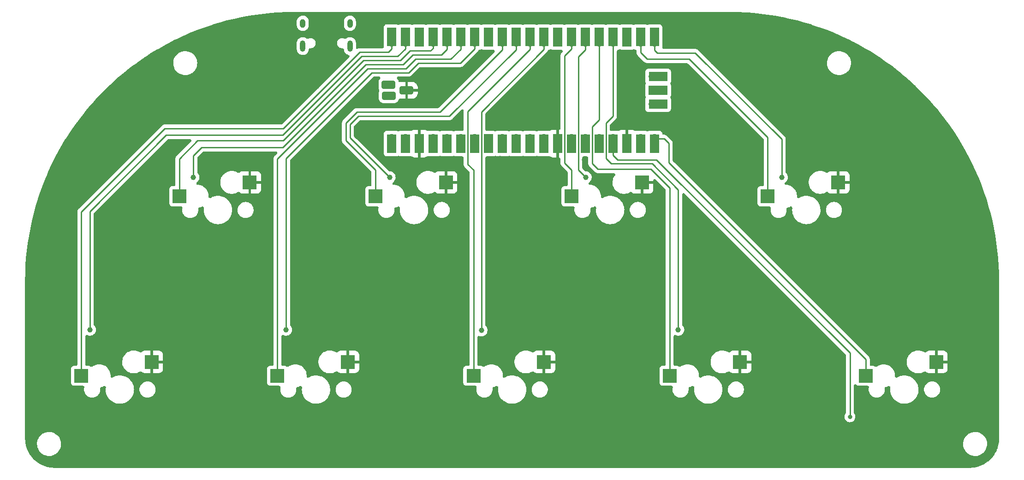
<source format=gbl>
%TF.GenerationSoftware,KiCad,Pcbnew,(6.0.7)*%
%TF.CreationDate,2023-03-11T10:43:17+08:00*%
%TF.ProjectId,popn_pico,706f706e-5f70-4696-936f-2e6b69636164,rev?*%
%TF.SameCoordinates,Original*%
%TF.FileFunction,Copper,L2,Bot*%
%TF.FilePolarity,Positive*%
%FSLAX46Y46*%
G04 Gerber Fmt 4.6, Leading zero omitted, Abs format (unit mm)*
G04 Created by KiCad (PCBNEW (6.0.7)) date 2023-03-11 10:43:17*
%MOMM*%
%LPD*%
G01*
G04 APERTURE LIST*
G04 Aperture macros list*
%AMRoundRect*
0 Rectangle with rounded corners*
0 $1 Rounding radius*
0 $2 $3 $4 $5 $6 $7 $8 $9 X,Y pos of 4 corners*
0 Add a 4 corners polygon primitive as box body*
4,1,4,$2,$3,$4,$5,$6,$7,$8,$9,$2,$3,0*
0 Add four circle primitives for the rounded corners*
1,1,$1+$1,$2,$3*
1,1,$1+$1,$4,$5*
1,1,$1+$1,$6,$7*
1,1,$1+$1,$8,$9*
0 Add four rect primitives between the rounded corners*
20,1,$1+$1,$2,$3,$4,$5,0*
20,1,$1+$1,$4,$5,$6,$7,0*
20,1,$1+$1,$6,$7,$8,$9,0*
20,1,$1+$1,$8,$9,$2,$3,0*%
G04 Aperture macros list end*
%TA.AperFunction,SMDPad,CuDef*%
%ADD10R,2.550000X2.500000*%
%TD*%
%TA.AperFunction,ComponentPad*%
%ADD11O,1.000000X2.100000*%
%TD*%
%TA.AperFunction,ComponentPad*%
%ADD12O,1.000000X1.600000*%
%TD*%
%TA.AperFunction,SMDPad,CuDef*%
%ADD13R,1.700000X3.500000*%
%TD*%
%TA.AperFunction,ComponentPad*%
%ADD14O,1.700000X1.700000*%
%TD*%
%TA.AperFunction,ComponentPad*%
%ADD15R,1.700000X1.700000*%
%TD*%
%TA.AperFunction,SMDPad,CuDef*%
%ADD16R,3.500000X1.700000*%
%TD*%
%TA.AperFunction,ComponentPad*%
%ADD17RoundRect,0.300000X-0.950000X0.450000X-0.950000X-0.450000X0.950000X-0.450000X0.950000X0.450000X0*%
%TD*%
%TA.AperFunction,ViaPad*%
%ADD18C,1.000000*%
%TD*%
%TA.AperFunction,ViaPad*%
%ADD19C,0.800000*%
%TD*%
%TA.AperFunction,Conductor*%
%ADD20C,0.250000*%
%TD*%
G04 APERTURE END LIST*
D10*
%TO.P,MX7,1,COL*%
%TO.N,Net-(MX7-Pad1)*%
X176235000Y-129860000D03*
%TO.P,MX7,2,ROW*%
%TO.N,GND*%
X189162000Y-127320000D03*
%TD*%
%TO.P,MX9,1,COL*%
%TO.N,Net-(MX9-Pad1)*%
X212235000Y-129860000D03*
%TO.P,MX9,2,ROW*%
%TO.N,GND*%
X225162000Y-127320000D03*
%TD*%
%TO.P,MX8,1,COL*%
%TO.N,Net-(MX8-Pad1)*%
X194235000Y-96860000D03*
%TO.P,MX8,2,ROW*%
%TO.N,GND*%
X207162000Y-94320000D03*
%TD*%
%TO.P,MX1,1,COL*%
%TO.N,Net-(MX1-Pad1)*%
X68235000Y-129860000D03*
%TO.P,MX1,2,ROW*%
%TO.N,GND*%
X81162000Y-127320000D03*
%TD*%
%TO.P,MX5,1,COL*%
%TO.N,Net-(MX5-Pad1)*%
X140235000Y-129860000D03*
%TO.P,MX5,2,ROW*%
%TO.N,GND*%
X153162000Y-127320000D03*
%TD*%
%TO.P,MX4,1,COL*%
%TO.N,Net-(MX4-Pad1)*%
X122235000Y-96860000D03*
%TO.P,MX4,2,ROW*%
%TO.N,GND*%
X135162000Y-94320000D03*
%TD*%
%TO.P,MX6,1,COL*%
%TO.N,Net-(MX6-Pad1)*%
X158235000Y-96860000D03*
%TO.P,MX6,2,ROW*%
%TO.N,GND*%
X171162000Y-94320000D03*
%TD*%
%TO.P,MX2,1,COL*%
%TO.N,Net-(MX2-Pad1)*%
X86235000Y-96860000D03*
%TO.P,MX2,2,ROW*%
%TO.N,GND*%
X99162000Y-94320000D03*
%TD*%
%TO.P,MX3,1,COL*%
%TO.N,Net-(MX3-Pad1)*%
X104235000Y-129860000D03*
%TO.P,MX3,2,ROW*%
%TO.N,GND*%
X117162000Y-127320000D03*
%TD*%
D11*
%TO.P,USB1,13,SHIELD*%
%TO.N,unconnected-(USB1-Pad13)*%
X108900000Y-69267500D03*
D12*
X117540000Y-65087500D03*
D11*
X117540000Y-69267500D03*
D12*
X108900000Y-65087500D03*
%TD*%
D13*
%TO.P,U1,1,GPIO0*%
%TO.N,Net-(MX1-Pad1)*%
X125190000Y-67610000D03*
D14*
X125190000Y-68510000D03*
D13*
%TO.P,U1,2,GPIO1*%
%TO.N,Net-(R1-Pad1)*%
X127730000Y-67610000D03*
D14*
X127730000Y-68510000D03*
D15*
%TO.P,U1,3,GND*%
%TO.N,unconnected-(U1-Pad3)*%
X130270000Y-68510000D03*
D13*
X130270000Y-67610000D03*
D14*
%TO.P,U1,4,GPIO2*%
%TO.N,Net-(MX2-Pad1)*%
X132810000Y-68510000D03*
D13*
X132810000Y-67610000D03*
%TO.P,U1,5,GPIO3*%
%TO.N,Net-(R2-Pad1)*%
X135350000Y-67610000D03*
D14*
X135350000Y-68510000D03*
%TO.P,U1,6,GPIO4*%
%TO.N,Net-(MX3-Pad1)*%
X137890000Y-68510000D03*
D13*
X137890000Y-67610000D03*
D14*
%TO.P,U1,7,GPIO5*%
%TO.N,Net-(R3-Pad1)*%
X140430000Y-68510000D03*
D13*
X140430000Y-67610000D03*
D15*
%TO.P,U1,8,GND*%
%TO.N,unconnected-(U1-Pad8)*%
X142970000Y-68510000D03*
D13*
X142970000Y-67610000D03*
D14*
%TO.P,U1,9,GPIO6*%
%TO.N,Net-(MX4-Pad1)*%
X145510000Y-68510000D03*
D13*
X145510000Y-67610000D03*
%TO.P,U1,10,GPIO7*%
%TO.N,Net-(R4-Pad1)*%
X148050000Y-67610000D03*
D14*
X148050000Y-68510000D03*
%TO.P,U1,11,GPIO8*%
%TO.N,Net-(MX5-Pad1)*%
X150590000Y-68510000D03*
D13*
X150590000Y-67610000D03*
D14*
%TO.P,U1,12,GPIO9*%
%TO.N,Net-(R5-Pad1)*%
X153130000Y-68510000D03*
D13*
X153130000Y-67610000D03*
D15*
%TO.P,U1,13,GND*%
%TO.N,unconnected-(U1-Pad13)*%
X155670000Y-68510000D03*
D13*
X155670000Y-67610000D03*
%TO.P,U1,14,GPIO10*%
%TO.N,Net-(MX6-Pad1)*%
X158210000Y-67610000D03*
D14*
X158210000Y-68510000D03*
D13*
%TO.P,U1,15,GPIO11*%
%TO.N,Net-(R6-Pad1)*%
X160750000Y-67610000D03*
D14*
X160750000Y-68510000D03*
D13*
%TO.P,U1,16,GPIO12*%
%TO.N,Net-(MX7-Pad1)*%
X163290000Y-67610000D03*
D14*
X163290000Y-68510000D03*
D13*
%TO.P,U1,17,GPIO13*%
%TO.N,Net-(R7-Pad1)*%
X165830000Y-67610000D03*
D14*
X165830000Y-68510000D03*
D13*
%TO.P,U1,18,GND*%
%TO.N,unconnected-(U1-Pad18)*%
X168370000Y-67610000D03*
D15*
X168370000Y-68510000D03*
D14*
%TO.P,U1,19,GPIO14*%
%TO.N,Net-(MX8-Pad1)*%
X170910000Y-68510000D03*
D13*
X170910000Y-67610000D03*
D14*
%TO.P,U1,20,GPIO15*%
%TO.N,Net-(R8-Pad1)*%
X173450000Y-68510000D03*
D13*
X173450000Y-67610000D03*
%TO.P,U1,21,GPIO16*%
%TO.N,Net-(MX9-Pad1)*%
X173450000Y-87190000D03*
D14*
X173450000Y-86290000D03*
%TO.P,U1,22,GPIO17*%
%TO.N,unconnected-(U1-Pad22)*%
X170910000Y-86290000D03*
D13*
X170910000Y-87190000D03*
%TO.P,U1,23,GND*%
%TO.N,GND*%
X168370000Y-87190000D03*
D15*
X168370000Y-86290000D03*
D13*
%TO.P,U1,24,GPIO18*%
%TO.N,Net-(U1-Pad24)*%
X165830000Y-87190000D03*
D14*
X165830000Y-86290000D03*
%TO.P,U1,25,GPIO19*%
%TO.N,unconnected-(U1-Pad25)*%
X163290000Y-86290000D03*
D13*
X163290000Y-87190000D03*
%TO.P,U1,26,GPIO20*%
%TO.N,unconnected-(U1-Pad26)*%
X160750000Y-87190000D03*
D14*
X160750000Y-86290000D03*
%TO.P,U1,27,GPIO21*%
%TO.N,unconnected-(U1-Pad27)*%
X158210000Y-86290000D03*
D13*
X158210000Y-87190000D03*
%TO.P,U1,28,GND*%
%TO.N,GND*%
X155670000Y-87190000D03*
D15*
X155670000Y-86290000D03*
D13*
%TO.P,U1,29,GPIO22*%
%TO.N,unconnected-(U1-Pad29)*%
X153130000Y-87190000D03*
D14*
X153130000Y-86290000D03*
%TO.P,U1,30,RUN*%
%TO.N,unconnected-(U1-Pad30)*%
X150590000Y-86290000D03*
D13*
X150590000Y-87190000D03*
%TO.P,U1,31,GPIO26_ADC0*%
%TO.N,Net-(SW1-Pad1)*%
X148050000Y-87190000D03*
D14*
X148050000Y-86290000D03*
%TO.P,U1,32,GPIO27_ADC1*%
%TO.N,Net-(SW2-Pad1)*%
X145510000Y-86290000D03*
D13*
X145510000Y-87190000D03*
%TO.P,U1,33,AGND*%
%TO.N,unconnected-(U1-Pad33)*%
X142970000Y-87190000D03*
D15*
X142970000Y-86290000D03*
D13*
%TO.P,U1,34,GPIO28_ADC2*%
%TO.N,Net-(R10-Pad1)*%
X140430000Y-87190000D03*
D14*
X140430000Y-86290000D03*
%TO.P,U1,35,ADC_VREF*%
%TO.N,unconnected-(U1-Pad35)*%
X137890000Y-86290000D03*
D13*
X137890000Y-87190000D03*
%TO.P,U1,36,3V3*%
%TO.N,unconnected-(U1-Pad36)*%
X135350000Y-87190000D03*
D14*
X135350000Y-86290000D03*
D13*
%TO.P,U1,37,3V3_EN*%
%TO.N,unconnected-(U1-Pad37)*%
X132810000Y-87190000D03*
D14*
X132810000Y-86290000D03*
D15*
%TO.P,U1,38,GND*%
%TO.N,GND*%
X130270000Y-86290000D03*
D13*
X130270000Y-87190000D03*
D14*
%TO.P,U1,39,VSYS*%
%TO.N,unconnected-(U1-Pad39)*%
X127730000Y-86290000D03*
D13*
X127730000Y-87190000D03*
%TO.P,U1,40,VBUS*%
%TO.N,+5V*%
X125190000Y-87190000D03*
D14*
X125190000Y-86290000D03*
D16*
%TO.P,U1,41,SWCLK*%
%TO.N,unconnected-(U1-Pad41)*%
X174120000Y-74860000D03*
D14*
X173220000Y-74860000D03*
D15*
%TO.P,U1,42,GND*%
%TO.N,unconnected-(U1-Pad42)*%
X173220000Y-77400000D03*
D16*
X174120000Y-77400000D03*
D14*
%TO.P,U1,43,SWDIO*%
%TO.N,unconnected-(U1-Pad43)*%
X173220000Y-79940000D03*
D16*
X174120000Y-79940000D03*
D17*
%TO.P,U1,TP1,TP1*%
%TO.N,GND*%
X127950000Y-77400000D03*
%TO.P,U1,TP2,TP2*%
%TO.N,Net-(U1-PadTP2)*%
X124670000Y-78400000D03*
%TO.P,U1,TP3,TP3*%
%TO.N,Net-(U1-PadTP3)*%
X124650000Y-76400000D03*
%TD*%
D18*
%TO.N,GND*%
X76820000Y-103650000D03*
X107320000Y-73900000D03*
X102320000Y-94400000D03*
X122570000Y-88650000D03*
X227967930Y-117200163D03*
X149820000Y-94400000D03*
X145070000Y-89900000D03*
X111470000Y-76650000D03*
X160570000Y-90150000D03*
X185070000Y-90900000D03*
X114820000Y-92150000D03*
X213320000Y-101150000D03*
X71070000Y-111400000D03*
%TO.N,Net-(R1-Pad1)*%
X69820000Y-121400000D03*
%TO.N,Net-(R2-Pad1)*%
X88820000Y-93400000D03*
%TO.N,Net-(R3-Pad1)*%
X105820000Y-121400000D03*
%TO.N,Net-(R4-Pad1)*%
X124820000Y-93400000D03*
%TO.N,Net-(R5-Pad1)*%
X141694182Y-121524182D03*
%TO.N,Net-(R6-Pad1)*%
X160820000Y-93400000D03*
%TO.N,Net-(R7-Pad1)*%
X177820000Y-121400000D03*
%TO.N,Net-(R8-Pad1)*%
X196820000Y-93400000D03*
D19*
%TO.N,Net-(U1-Pad24)*%
X209320000Y-137400000D03*
%TD*%
D20*
%TO.N,Net-(MX1-Pad1)*%
X125190000Y-68510000D02*
X125190000Y-69780000D01*
X83570000Y-84400000D02*
X68235000Y-99735000D01*
X68235000Y-99735000D02*
X68235000Y-129860000D01*
X105320000Y-84400000D02*
X83570000Y-84400000D01*
X119320000Y-70400000D02*
X105320000Y-84400000D01*
X125190000Y-69780000D02*
X124570000Y-70400000D01*
X124570000Y-70400000D02*
X119320000Y-70400000D01*
%TO.N,Net-(MX2-Pad1)*%
X105320000Y-86650000D02*
X89570000Y-86650000D01*
X86235000Y-89985000D02*
X86235000Y-96860000D01*
X120070000Y-71900000D02*
X105320000Y-86650000D01*
X132810000Y-69660000D02*
X132320000Y-70150000D01*
X128570000Y-70150000D02*
X126820000Y-71900000D01*
X132320000Y-70150000D02*
X128570000Y-70150000D01*
X126820000Y-71900000D02*
X120070000Y-71900000D01*
X89570000Y-86650000D02*
X86235000Y-89985000D01*
X132810000Y-68510000D02*
X132810000Y-69660000D01*
%TO.N,Net-(MX3-Pad1)*%
X129570000Y-71650000D02*
X127820000Y-73400000D01*
X127820000Y-73400000D02*
X120820000Y-73400000D01*
X136070000Y-71650000D02*
X129570000Y-71650000D01*
X104235000Y-89985000D02*
X104235000Y-129860000D01*
X120820000Y-73400000D02*
X104235000Y-89985000D01*
X137890000Y-69830000D02*
X136070000Y-71650000D01*
X137890000Y-68510000D02*
X137890000Y-69830000D01*
%TO.N,Net-(MX4-Pad1)*%
X122235000Y-92065000D02*
X122235000Y-96860000D01*
X145510000Y-69960000D02*
X134070000Y-81400000D01*
X118820000Y-81400000D02*
X116820000Y-83400000D01*
X134070000Y-81400000D02*
X118820000Y-81400000D01*
X116820000Y-86650000D02*
X122235000Y-92065000D01*
X145510000Y-68510000D02*
X145510000Y-69960000D01*
X116820000Y-83400000D02*
X116820000Y-86650000D01*
%TO.N,Net-(MX5-Pad1)*%
X139158418Y-90988418D02*
X140235000Y-92065000D01*
X140235000Y-92065000D02*
X140235000Y-129860000D01*
X150590000Y-69880000D02*
X139158418Y-81311582D01*
X150590000Y-68510000D02*
X150590000Y-69880000D01*
X139158418Y-81311582D02*
X139158418Y-90988418D01*
%TO.N,Net-(MX6-Pad1)*%
X156938388Y-71031612D02*
X156938388Y-90768388D01*
X156938388Y-90768388D02*
X158235000Y-92065000D01*
X158210000Y-69760000D02*
X156938388Y-71031612D01*
X158235000Y-92065000D02*
X158235000Y-96860000D01*
X158210000Y-68510000D02*
X158210000Y-69760000D01*
%TO.N,Net-(MX7-Pad1)*%
X176235000Y-95315000D02*
X176235000Y-129860000D01*
X163290000Y-68510000D02*
X163290000Y-82775000D01*
X163081000Y-91900000D02*
X172820000Y-91900000D01*
X162009966Y-84055034D02*
X162009966Y-90828966D01*
X163290000Y-82775000D02*
X162009966Y-84055034D01*
X162009966Y-90828966D02*
X163081000Y-91900000D01*
X172820000Y-91900000D02*
X176235000Y-95315000D01*
%TO.N,Net-(MX8-Pad1)*%
X179820000Y-71650000D02*
X194235000Y-86065000D01*
X194235000Y-86065000D02*
X194235000Y-96860000D01*
X172070000Y-71650000D02*
X170910000Y-70490000D01*
X170910000Y-70490000D02*
X170910000Y-68510000D01*
X179820000Y-71650000D02*
X172070000Y-71650000D01*
%TO.N,Net-(MX9-Pad1)*%
X173450000Y-86290000D02*
X175210000Y-86290000D01*
X176070000Y-87150000D02*
X176070000Y-90650000D01*
X176070000Y-90650000D02*
X212235000Y-126815000D01*
X175210000Y-86290000D02*
X176070000Y-87150000D01*
X212235000Y-126815000D02*
X212235000Y-129860000D01*
%TO.N,Net-(R1-Pad1)*%
X69820000Y-121400000D02*
X69820000Y-99650000D01*
X126320000Y-71150000D02*
X127730000Y-69740000D01*
X83820000Y-85650000D02*
X105195000Y-85650000D01*
X127730000Y-69740000D02*
X127730000Y-68510000D01*
X105195000Y-85650000D02*
X119695000Y-71150000D01*
X119695000Y-71150000D02*
X126320000Y-71150000D01*
X69820000Y-99650000D02*
X83820000Y-85650000D01*
%TO.N,Net-(R2-Pad1)*%
X120445000Y-72650000D02*
X105195000Y-87900000D01*
X88820000Y-89400000D02*
X88820000Y-93400000D01*
X105195000Y-87900000D02*
X90320000Y-87900000D01*
X135350000Y-68510000D02*
X135350000Y-69870000D01*
X134320000Y-70900000D02*
X129070000Y-70900000D01*
X90320000Y-87900000D02*
X88820000Y-89400000D01*
X129070000Y-70900000D02*
X127320000Y-72650000D01*
X127320000Y-72650000D02*
X120445000Y-72650000D01*
X135350000Y-69870000D02*
X134320000Y-70900000D01*
%TO.N,Net-(R3-Pad1)*%
X128320000Y-74150000D02*
X130070000Y-72400000D01*
X121570000Y-74150000D02*
X128320000Y-74150000D01*
X130070000Y-72400000D02*
X137820000Y-72400000D01*
X140430000Y-69790000D02*
X140430000Y-68510000D01*
X105820000Y-121400000D02*
X105820000Y-89900000D01*
X105820000Y-89900000D02*
X121570000Y-74150000D01*
X137820000Y-72400000D02*
X140430000Y-69790000D01*
%TO.N,Net-(R4-Pad1)*%
X148050000Y-68510000D02*
X148050000Y-69920000D01*
X119070000Y-82150000D02*
X117570000Y-83650000D01*
X135820000Y-82150000D02*
X119070000Y-82150000D01*
X117570000Y-83650000D02*
X117570000Y-86150000D01*
X148050000Y-69920000D02*
X135820000Y-82150000D01*
X117570000Y-86150000D02*
X124820000Y-93400000D01*
%TO.N,Net-(R5-Pad1)*%
X141694182Y-121524182D02*
X141694182Y-81337519D01*
X141694182Y-81337519D02*
X153130000Y-69901701D01*
X153130000Y-69901701D02*
X153130000Y-68510000D01*
%TO.N,Net-(R6-Pad1)*%
X159475807Y-71244193D02*
X159475807Y-92055807D01*
X159475807Y-92055807D02*
X160820000Y-93400000D01*
X160750000Y-68510000D02*
X160750000Y-69970000D01*
X160750000Y-69970000D02*
X159475807Y-71244193D01*
%TO.N,Net-(R7-Pad1)*%
X164545114Y-83424886D02*
X164545114Y-89935114D01*
X165510000Y-90900000D02*
X173070000Y-90900000D01*
X165830000Y-82140000D02*
X164545114Y-83424886D01*
X165830000Y-68510000D02*
X165830000Y-82140000D01*
X164545114Y-89935114D02*
X165510000Y-90900000D01*
X177820000Y-95650000D02*
X177820000Y-121400000D01*
X173070000Y-90900000D02*
X177820000Y-95650000D01*
%TO.N,Net-(R8-Pad1)*%
X173450000Y-70030000D02*
X173450000Y-68510000D01*
X196820000Y-86400000D02*
X196820000Y-93400000D01*
X173945000Y-70525000D02*
X173450000Y-70030000D01*
X180945000Y-70525000D02*
X173945000Y-70525000D01*
X180945000Y-70525000D02*
X196820000Y-86400000D01*
%TO.N,Net-(U1-Pad24)*%
X165830000Y-89315000D02*
X165830000Y-86290000D01*
X209320000Y-137400000D02*
X209320000Y-125650000D01*
X173820000Y-90150000D02*
X166665000Y-90150000D01*
X209320000Y-125650000D02*
X173820000Y-90150000D01*
X166665000Y-90150000D02*
X165830000Y-89315000D01*
%TD*%
%TA.AperFunction,Conductor*%
%TO.N,GND*%
G36*
X187296818Y-63002630D02*
G01*
X187320000Y-63005682D01*
X187337647Y-63003359D01*
X187373636Y-63001252D01*
X188701987Y-63019883D01*
X188708960Y-63020079D01*
X188928629Y-63029327D01*
X190086377Y-63078069D01*
X190093350Y-63078461D01*
X190725039Y-63122830D01*
X191468596Y-63175057D01*
X191475505Y-63175640D01*
X192421854Y-63268848D01*
X192847515Y-63310772D01*
X192854455Y-63311554D01*
X194222095Y-63485106D01*
X194229011Y-63486082D01*
X194931665Y-63595352D01*
X195591296Y-63697932D01*
X195598137Y-63699094D01*
X196028526Y-63778446D01*
X196953945Y-63949068D01*
X196960795Y-63950431D01*
X198309004Y-64238319D01*
X198315813Y-64239873D01*
X199655421Y-64565461D01*
X199662184Y-64567205D01*
X200992187Y-64930251D01*
X200998898Y-64932185D01*
X202318143Y-65332373D01*
X202324795Y-65334493D01*
X202615670Y-65431718D01*
X203632309Y-65771528D01*
X203638902Y-65773835D01*
X204933622Y-66247361D01*
X204940147Y-66249851D01*
X206221140Y-66759528D01*
X206227592Y-66762201D01*
X207493767Y-67307595D01*
X207500099Y-67310429D01*
X208750474Y-67891118D01*
X208756732Y-67894131D01*
X209209925Y-68120261D01*
X209990362Y-68509677D01*
X209996567Y-68512883D01*
X210281216Y-68665031D01*
X210930924Y-69012307D01*
X211212392Y-69162755D01*
X211218461Y-69166109D01*
X212227674Y-69742504D01*
X212415616Y-69849844D01*
X212421631Y-69853392D01*
X213054186Y-70238585D01*
X213599162Y-70570447D01*
X213605024Y-70574130D01*
X214322278Y-71038968D01*
X214761983Y-71323932D01*
X214767790Y-71327813D01*
X215903184Y-72109712D01*
X215908880Y-72113753D01*
X217021941Y-72927219D01*
X217027522Y-72931419D01*
X218117319Y-73775774D01*
X218122779Y-73780128D01*
X218406458Y-74012937D01*
X219188496Y-74654739D01*
X219193794Y-74659213D01*
X219526710Y-74948430D01*
X220234548Y-75563357D01*
X220239756Y-75568011D01*
X220921258Y-76194448D01*
X221121121Y-76378162D01*
X221254753Y-76500997D01*
X221259820Y-76505789D01*
X221381163Y-76623775D01*
X222248217Y-77466845D01*
X222253155Y-77471783D01*
X223214204Y-78460172D01*
X223218996Y-78465240D01*
X223347971Y-78605552D01*
X224151989Y-79480244D01*
X224156643Y-79485452D01*
X225060771Y-80526187D01*
X225065261Y-80531504D01*
X225506712Y-81069414D01*
X225939872Y-81597221D01*
X225944226Y-81602681D01*
X226788581Y-82692478D01*
X226792781Y-82698059D01*
X227606247Y-83811120D01*
X227610288Y-83816816D01*
X228392187Y-84952210D01*
X228396068Y-84958017D01*
X229145870Y-86114976D01*
X229149553Y-86120838D01*
X229426804Y-86576133D01*
X229866608Y-87298369D01*
X229870156Y-87304384D01*
X230553891Y-88501539D01*
X230557238Y-88507595D01*
X230630391Y-88644454D01*
X231207117Y-89723433D01*
X231210323Y-89729638D01*
X231403478Y-90116744D01*
X231823079Y-90957675D01*
X231825861Y-90963251D01*
X231828882Y-90969526D01*
X232409571Y-92219901D01*
X232412405Y-92226233D01*
X232718823Y-92937606D01*
X232957799Y-93492408D01*
X232960472Y-93498860D01*
X233470149Y-94779853D01*
X233472639Y-94786378D01*
X233946165Y-96081098D01*
X233948472Y-96087691D01*
X234385506Y-97395203D01*
X234387626Y-97401855D01*
X234391319Y-97414028D01*
X234787815Y-98721102D01*
X234789749Y-98727813D01*
X235152795Y-100057816D01*
X235154539Y-100064579D01*
X235480127Y-101404187D01*
X235481681Y-101410996D01*
X235769569Y-102759205D01*
X235770932Y-102766055D01*
X236020902Y-104121841D01*
X236022072Y-104128727D01*
X236233918Y-105490989D01*
X236234894Y-105497905D01*
X236408446Y-106865545D01*
X236409228Y-106872485D01*
X236544358Y-108244470D01*
X236544945Y-108251429D01*
X236641539Y-109626650D01*
X236641931Y-109633623D01*
X236699921Y-111011036D01*
X236700117Y-111018018D01*
X236718748Y-112346358D01*
X236716641Y-112382353D01*
X236714318Y-112400000D01*
X236716448Y-112416179D01*
X236717370Y-112423182D01*
X236719500Y-112455683D01*
X236719500Y-141344317D01*
X236717370Y-141376818D01*
X236714318Y-141400000D01*
X236716448Y-141416180D01*
X236716448Y-141430791D01*
X236717373Y-141451427D01*
X236701484Y-141835592D01*
X236699786Y-141856095D01*
X236675049Y-142054541D01*
X236647132Y-142278506D01*
X236643745Y-142298804D01*
X236556389Y-142715427D01*
X236551337Y-142735375D01*
X236494758Y-142925420D01*
X236429880Y-143143340D01*
X236423198Y-143162804D01*
X236303926Y-143468474D01*
X236268464Y-143559354D01*
X236260198Y-143578199D01*
X236073239Y-143960632D01*
X236063447Y-143978725D01*
X235892355Y-144265854D01*
X235845550Y-144344403D01*
X235834294Y-144361631D01*
X235586953Y-144708053D01*
X235574313Y-144724293D01*
X235299199Y-145049120D01*
X235285261Y-145064262D01*
X234984262Y-145365261D01*
X234969120Y-145379199D01*
X234644293Y-145654313D01*
X234628053Y-145666953D01*
X234281631Y-145914294D01*
X234264405Y-145925549D01*
X233898725Y-146143447D01*
X233880632Y-146153239D01*
X233498199Y-146340198D01*
X233479354Y-146348464D01*
X233082805Y-146503198D01*
X233063340Y-146509880D01*
X232655378Y-146631336D01*
X232635430Y-146636388D01*
X232507093Y-146663298D01*
X232218804Y-146723745D01*
X232198506Y-146727132D01*
X232045066Y-146746258D01*
X231776095Y-146779786D01*
X231755597Y-146781484D01*
X231371427Y-146797373D01*
X231350791Y-146796448D01*
X231336180Y-146796448D01*
X231320000Y-146794318D01*
X231303821Y-146796448D01*
X231296818Y-146797370D01*
X231264317Y-146799500D01*
X63375683Y-146799500D01*
X63343182Y-146797370D01*
X63336179Y-146796448D01*
X63320000Y-146794318D01*
X63303820Y-146796448D01*
X63289209Y-146796448D01*
X63268573Y-146797373D01*
X62884403Y-146781484D01*
X62863905Y-146779786D01*
X62594934Y-146746258D01*
X62441494Y-146727132D01*
X62421196Y-146723745D01*
X62132907Y-146663298D01*
X62004570Y-146636388D01*
X61984622Y-146631336D01*
X61576660Y-146509880D01*
X61557195Y-146503198D01*
X61160646Y-146348464D01*
X61141801Y-146340198D01*
X60759368Y-146153239D01*
X60741275Y-146143447D01*
X60375595Y-145925549D01*
X60358369Y-145914294D01*
X60011947Y-145666953D01*
X59995707Y-145654313D01*
X59670880Y-145379199D01*
X59655738Y-145365261D01*
X59354739Y-145064262D01*
X59340801Y-145049120D01*
X59065687Y-144724293D01*
X59053047Y-144708053D01*
X58805706Y-144361631D01*
X58794450Y-144344403D01*
X58747645Y-144265854D01*
X58576553Y-143978725D01*
X58566761Y-143960632D01*
X58379802Y-143578199D01*
X58371536Y-143559354D01*
X58336075Y-143468474D01*
X58216802Y-143162804D01*
X58210120Y-143143340D01*
X58145242Y-142925420D01*
X58088663Y-142735375D01*
X58083611Y-142715427D01*
X58027158Y-142446187D01*
X60115059Y-142446187D01*
X60140536Y-142737399D01*
X60204305Y-143022683D01*
X60305244Y-143297027D01*
X60441580Y-143555612D01*
X60446359Y-143562336D01*
X60446361Y-143562340D01*
X60554266Y-143714176D01*
X60610918Y-143793893D01*
X60616553Y-143799936D01*
X60616554Y-143799937D01*
X60783284Y-143978733D01*
X60810283Y-144007686D01*
X61036171Y-144193233D01*
X61284616Y-144347275D01*
X61551250Y-144467105D01*
X61831391Y-144550619D01*
X62120117Y-144596348D01*
X62127064Y-144596663D01*
X62127069Y-144596664D01*
X62208740Y-144600373D01*
X62208761Y-144600373D01*
X62211547Y-144600500D01*
X62394151Y-144600500D01*
X62398241Y-144600228D01*
X62398252Y-144600228D01*
X62528536Y-144591574D01*
X62611682Y-144586052D01*
X62898239Y-144528272D01*
X62906044Y-144525585D01*
X62906046Y-144525584D01*
X63069023Y-144469466D01*
X63174637Y-144433100D01*
X63436020Y-144302209D01*
X63442855Y-144297564D01*
X63442860Y-144297561D01*
X63670970Y-144142537D01*
X63677795Y-144137899D01*
X63817558Y-144012937D01*
X63889556Y-143948563D01*
X63889559Y-143948560D01*
X63895716Y-143943055D01*
X63901090Y-143936785D01*
X63901095Y-143936780D01*
X64080577Y-143727374D01*
X64085953Y-143721102D01*
X64190993Y-143559354D01*
X64240662Y-143482871D01*
X64240664Y-143482867D01*
X64245164Y-143475938D01*
X64370552Y-143211871D01*
X64459914Y-142933541D01*
X64511681Y-142645836D01*
X64520747Y-142446187D01*
X230115059Y-142446187D01*
X230140536Y-142737399D01*
X230204305Y-143022683D01*
X230305244Y-143297027D01*
X230441580Y-143555612D01*
X230446359Y-143562336D01*
X230446361Y-143562340D01*
X230554266Y-143714176D01*
X230610918Y-143793893D01*
X230616553Y-143799936D01*
X230616554Y-143799937D01*
X230783284Y-143978733D01*
X230810283Y-144007686D01*
X231036171Y-144193233D01*
X231284616Y-144347275D01*
X231551250Y-144467105D01*
X231831391Y-144550619D01*
X232120117Y-144596348D01*
X232127064Y-144596663D01*
X232127069Y-144596664D01*
X232208740Y-144600373D01*
X232208761Y-144600373D01*
X232211547Y-144600500D01*
X232394151Y-144600500D01*
X232398241Y-144600228D01*
X232398252Y-144600228D01*
X232528536Y-144591574D01*
X232611682Y-144586052D01*
X232898239Y-144528272D01*
X232906044Y-144525585D01*
X232906046Y-144525584D01*
X233069023Y-144469466D01*
X233174637Y-144433100D01*
X233436020Y-144302209D01*
X233442855Y-144297564D01*
X233442860Y-144297561D01*
X233670970Y-144142537D01*
X233677795Y-144137899D01*
X233817558Y-144012937D01*
X233889556Y-143948563D01*
X233889559Y-143948560D01*
X233895716Y-143943055D01*
X233901090Y-143936785D01*
X233901095Y-143936780D01*
X234080577Y-143727374D01*
X234085953Y-143721102D01*
X234190993Y-143559354D01*
X234240662Y-143482871D01*
X234240664Y-143482867D01*
X234245164Y-143475938D01*
X234370552Y-143211871D01*
X234459914Y-142933541D01*
X234511681Y-142645836D01*
X234524941Y-142353813D01*
X234499464Y-142062601D01*
X234435695Y-141777317D01*
X234334756Y-141502973D01*
X234198420Y-141244388D01*
X234029082Y-141006107D01*
X233829717Y-140792314D01*
X233603829Y-140606767D01*
X233355384Y-140452725D01*
X233088750Y-140332895D01*
X232808609Y-140249381D01*
X232519883Y-140203652D01*
X232512936Y-140203337D01*
X232512931Y-140203336D01*
X232431260Y-140199627D01*
X232431239Y-140199627D01*
X232428453Y-140199500D01*
X232245849Y-140199500D01*
X232241759Y-140199772D01*
X232241748Y-140199772D01*
X232111464Y-140208426D01*
X232028318Y-140213948D01*
X231741761Y-140271728D01*
X231733956Y-140274415D01*
X231733954Y-140274416D01*
X231638424Y-140307310D01*
X231465363Y-140366900D01*
X231203980Y-140497791D01*
X231197145Y-140502436D01*
X231197140Y-140502439D01*
X231052254Y-140600904D01*
X230962205Y-140662101D01*
X230956056Y-140667599D01*
X230956052Y-140667602D01*
X230750444Y-140851437D01*
X230744284Y-140856945D01*
X230738910Y-140863215D01*
X230738905Y-140863220D01*
X230610662Y-141012844D01*
X230554047Y-141078898D01*
X230549551Y-141085822D01*
X230549549Y-141085824D01*
X230446577Y-141244388D01*
X230394836Y-141324062D01*
X230269448Y-141588129D01*
X230180086Y-141866459D01*
X230128319Y-142154164D01*
X230115059Y-142446187D01*
X64520747Y-142446187D01*
X64524941Y-142353813D01*
X64499464Y-142062601D01*
X64435695Y-141777317D01*
X64334756Y-141502973D01*
X64198420Y-141244388D01*
X64029082Y-141006107D01*
X63829717Y-140792314D01*
X63603829Y-140606767D01*
X63355384Y-140452725D01*
X63088750Y-140332895D01*
X62808609Y-140249381D01*
X62519883Y-140203652D01*
X62512936Y-140203337D01*
X62512931Y-140203336D01*
X62431260Y-140199627D01*
X62431239Y-140199627D01*
X62428453Y-140199500D01*
X62245849Y-140199500D01*
X62241759Y-140199772D01*
X62241748Y-140199772D01*
X62111464Y-140208426D01*
X62028318Y-140213948D01*
X61741761Y-140271728D01*
X61733956Y-140274415D01*
X61733954Y-140274416D01*
X61638424Y-140307310D01*
X61465363Y-140366900D01*
X61203980Y-140497791D01*
X61197145Y-140502436D01*
X61197140Y-140502439D01*
X61052254Y-140600904D01*
X60962205Y-140662101D01*
X60956056Y-140667599D01*
X60956052Y-140667602D01*
X60750444Y-140851437D01*
X60744284Y-140856945D01*
X60738910Y-140863215D01*
X60738905Y-140863220D01*
X60610662Y-141012844D01*
X60554047Y-141078898D01*
X60549551Y-141085822D01*
X60549549Y-141085824D01*
X60446577Y-141244388D01*
X60394836Y-141324062D01*
X60269448Y-141588129D01*
X60180086Y-141866459D01*
X60128319Y-142154164D01*
X60115059Y-142446187D01*
X58027158Y-142446187D01*
X57996255Y-142298804D01*
X57992868Y-142278506D01*
X57964951Y-142054541D01*
X57940214Y-141856095D01*
X57938516Y-141835592D01*
X57922627Y-141451427D01*
X57923552Y-141430791D01*
X57923552Y-141416180D01*
X57925682Y-141400000D01*
X57922630Y-141376818D01*
X57920500Y-141344317D01*
X57920500Y-128570639D01*
X66359500Y-128570639D01*
X66359501Y-131149360D01*
X66374956Y-131266762D01*
X66435464Y-131412841D01*
X66445399Y-131425789D01*
X66445401Y-131425792D01*
X66445771Y-131426274D01*
X66531718Y-131538282D01*
X66544672Y-131548222D01*
X66644208Y-131624599D01*
X66644211Y-131624601D01*
X66657159Y-131634536D01*
X66672239Y-131640782D01*
X66672240Y-131640783D01*
X66720785Y-131660891D01*
X66803238Y-131695044D01*
X66819415Y-131697174D01*
X66819416Y-131697174D01*
X66852927Y-131701586D01*
X66920639Y-131710500D01*
X66964432Y-131710500D01*
X68568346Y-131710499D01*
X68663633Y-131729453D01*
X68744414Y-131783429D01*
X68798391Y-131864211D01*
X68817345Y-131959499D01*
X68809654Y-132018718D01*
X68808563Y-132021798D01*
X68766014Y-132260667D01*
X68765889Y-132270888D01*
X68765889Y-132270889D01*
X68764959Y-132347046D01*
X68763050Y-132503278D01*
X68799750Y-132743116D01*
X68875129Y-132973739D01*
X68987163Y-133188954D01*
X69132842Y-133382981D01*
X69140222Y-133390033D01*
X69140226Y-133390038D01*
X69300871Y-133543553D01*
X69308255Y-133550609D01*
X69316688Y-133556362D01*
X69316691Y-133556364D01*
X69361042Y-133586618D01*
X69508691Y-133687337D01*
X69728766Y-133789492D01*
X69962571Y-133854332D01*
X69972735Y-133855418D01*
X69972739Y-133855419D01*
X70154055Y-133874796D01*
X70154058Y-133874796D01*
X70160644Y-133875500D01*
X70301508Y-133875500D01*
X70481813Y-133860676D01*
X70717133Y-133801568D01*
X70726494Y-133797498D01*
X70726499Y-133797496D01*
X70930267Y-133708895D01*
X70930271Y-133708893D01*
X70939638Y-133704820D01*
X70948212Y-133699273D01*
X70948218Y-133699270D01*
X71134774Y-133578581D01*
X71143355Y-133573030D01*
X71322811Y-133409737D01*
X71473187Y-133219328D01*
X71590446Y-133006914D01*
X71598988Y-132982794D01*
X71668027Y-132787832D01*
X71668027Y-132787830D01*
X71671437Y-132778202D01*
X71713986Y-132539333D01*
X71714427Y-132503278D01*
X71716825Y-132306948D01*
X71716950Y-132296722D01*
X71703082Y-132206091D01*
X71707405Y-132109032D01*
X71748541Y-132021016D01*
X71820229Y-131955442D01*
X71898723Y-131924602D01*
X72067876Y-131889572D01*
X72067891Y-131889568D01*
X72076186Y-131887850D01*
X72346158Y-131792248D01*
X72391356Y-131768920D01*
X72484723Y-131742059D01*
X72581263Y-131752973D01*
X72666278Y-131800001D01*
X72726825Y-131875982D01*
X72753686Y-131969350D01*
X72751144Y-132031280D01*
X72734909Y-132128296D01*
X72734577Y-132135896D01*
X72734577Y-132135898D01*
X72729569Y-132250603D01*
X72721066Y-132445365D01*
X72721663Y-132452949D01*
X72721663Y-132452954D01*
X72744500Y-132743116D01*
X72745967Y-132761757D01*
X72809240Y-133072756D01*
X72811651Y-133079961D01*
X72907532Y-133366522D01*
X72907535Y-133366530D01*
X72909943Y-133373726D01*
X73046575Y-133660180D01*
X73217098Y-133927848D01*
X73418970Y-134172739D01*
X73649183Y-134391202D01*
X73655293Y-134395723D01*
X73655294Y-134395724D01*
X73898194Y-134575462D01*
X73898199Y-134575465D01*
X73904303Y-134579982D01*
X74180529Y-134736262D01*
X74187552Y-134739171D01*
X74187554Y-134739172D01*
X74466715Y-134854805D01*
X74466719Y-134854806D01*
X74473741Y-134857715D01*
X74779569Y-134942528D01*
X74787081Y-134943651D01*
X74787087Y-134943652D01*
X75087002Y-134988475D01*
X75087004Y-134988475D01*
X75093453Y-134989439D01*
X75099963Y-134989723D01*
X75099971Y-134989724D01*
X75204356Y-134994281D01*
X75207082Y-134994400D01*
X75400605Y-134994400D01*
X75404376Y-134994169D01*
X75404388Y-134994169D01*
X75607607Y-134981739D01*
X75636779Y-134979955D01*
X75644252Y-134978570D01*
X75644260Y-134978569D01*
X75852692Y-134939938D01*
X75948835Y-134922119D01*
X76153099Y-134857715D01*
X76244274Y-134828968D01*
X76244278Y-134828966D01*
X76251517Y-134826684D01*
X76540312Y-134695072D01*
X76810914Y-134529246D01*
X76816859Y-134524518D01*
X76816865Y-134524513D01*
X77053340Y-134336413D01*
X77053344Y-134336410D01*
X77059291Y-134331679D01*
X77281739Y-134105314D01*
X77474942Y-133853527D01*
X77478795Y-133846986D01*
X77478799Y-133846980D01*
X77632164Y-133586618D01*
X77632167Y-133586612D01*
X77636020Y-133580071D01*
X77762571Y-133289023D01*
X77785865Y-133210386D01*
X77826632Y-133072756D01*
X77852709Y-132984722D01*
X77891516Y-132752827D01*
X77903835Y-132679210D01*
X77903835Y-132679209D01*
X77905091Y-132671704D01*
X77912444Y-132503278D01*
X78923050Y-132503278D01*
X78959750Y-132743116D01*
X79035129Y-132973739D01*
X79147163Y-133188954D01*
X79292842Y-133382981D01*
X79300222Y-133390033D01*
X79300226Y-133390038D01*
X79460871Y-133543553D01*
X79468255Y-133550609D01*
X79476688Y-133556362D01*
X79476691Y-133556364D01*
X79521042Y-133586618D01*
X79668691Y-133687337D01*
X79888766Y-133789492D01*
X80122571Y-133854332D01*
X80132735Y-133855418D01*
X80132739Y-133855419D01*
X80314055Y-133874796D01*
X80314058Y-133874796D01*
X80320644Y-133875500D01*
X80461508Y-133875500D01*
X80641813Y-133860676D01*
X80877133Y-133801568D01*
X80886494Y-133797498D01*
X80886499Y-133797496D01*
X81090267Y-133708895D01*
X81090271Y-133708893D01*
X81099638Y-133704820D01*
X81108212Y-133699273D01*
X81108218Y-133699270D01*
X81294774Y-133578581D01*
X81303355Y-133573030D01*
X81482811Y-133409737D01*
X81633187Y-133219328D01*
X81750446Y-133006914D01*
X81758988Y-132982794D01*
X81828027Y-132787832D01*
X81828027Y-132787830D01*
X81831437Y-132778202D01*
X81873986Y-132539333D01*
X81874427Y-132503278D01*
X81876825Y-132306948D01*
X81876950Y-132296722D01*
X81840250Y-132056884D01*
X81785564Y-131889572D01*
X81768045Y-131835971D01*
X81768044Y-131835968D01*
X81764871Y-131826261D01*
X81652837Y-131611046D01*
X81507158Y-131417019D01*
X81499778Y-131409967D01*
X81499774Y-131409962D01*
X81339129Y-131256447D01*
X81339127Y-131256445D01*
X81331745Y-131249391D01*
X81323312Y-131243638D01*
X81323309Y-131243636D01*
X81139741Y-131118415D01*
X81139742Y-131118415D01*
X81131309Y-131112663D01*
X80911234Y-131010508D01*
X80677429Y-130945668D01*
X80667265Y-130944582D01*
X80667261Y-130944581D01*
X80485945Y-130925204D01*
X80485942Y-130925204D01*
X80479356Y-130924500D01*
X80338492Y-130924500D01*
X80158187Y-130939324D01*
X79922867Y-130998432D01*
X79913506Y-131002502D01*
X79913501Y-131002504D01*
X79709733Y-131091105D01*
X79709729Y-131091107D01*
X79700362Y-131095180D01*
X79691788Y-131100727D01*
X79691782Y-131100730D01*
X79620744Y-131146687D01*
X79496645Y-131226970D01*
X79317189Y-131390263D01*
X79166813Y-131580672D01*
X79049554Y-131793086D01*
X79046145Y-131802712D01*
X79046143Y-131802717D01*
X79002982Y-131924602D01*
X78968563Y-132021798D01*
X78926014Y-132260667D01*
X78925889Y-132270888D01*
X78925889Y-132270889D01*
X78924959Y-132347046D01*
X78923050Y-132503278D01*
X77912444Y-132503278D01*
X77918934Y-132354635D01*
X77913581Y-132286615D01*
X77894631Y-132045836D01*
X77894630Y-132045829D01*
X77894033Y-132038243D01*
X77830760Y-131727244D01*
X77791881Y-131611046D01*
X77732468Y-131433478D01*
X77732465Y-131433470D01*
X77730057Y-131426274D01*
X77716457Y-131397760D01*
X77638275Y-131233850D01*
X77593425Y-131139820D01*
X77422902Y-130872152D01*
X77221030Y-130627261D01*
X76990817Y-130408798D01*
X76984706Y-130404276D01*
X76741806Y-130224538D01*
X76741801Y-130224535D01*
X76735697Y-130220018D01*
X76459471Y-130063738D01*
X76339867Y-130014196D01*
X76173285Y-129945195D01*
X76173281Y-129945194D01*
X76166259Y-129942285D01*
X75860431Y-129857472D01*
X75852919Y-129856349D01*
X75852913Y-129856348D01*
X75552998Y-129811525D01*
X75552996Y-129811525D01*
X75546547Y-129810561D01*
X75540037Y-129810277D01*
X75540029Y-129810276D01*
X75435644Y-129805719D01*
X75435643Y-129805719D01*
X75432918Y-129805600D01*
X75239395Y-129805600D01*
X75235624Y-129805831D01*
X75235612Y-129805831D01*
X75032393Y-129818261D01*
X75003221Y-129820045D01*
X74995748Y-129821430D01*
X74995740Y-129821431D01*
X74807347Y-129856348D01*
X74691165Y-129877881D01*
X74539824Y-129925599D01*
X74395726Y-129971032D01*
X74395722Y-129971034D01*
X74388483Y-129973316D01*
X74099688Y-130104928D01*
X73989141Y-130172672D01*
X73897994Y-130206298D01*
X73800914Y-130202484D01*
X73712683Y-130161810D01*
X73646733Y-130090467D01*
X73613106Y-129999318D01*
X73610043Y-129959061D01*
X73611209Y-129736279D01*
X73611209Y-129736273D01*
X73611253Y-129727800D01*
X73573871Y-129443851D01*
X73498298Y-129167602D01*
X73385932Y-128904165D01*
X73353482Y-128849944D01*
X73243211Y-128665695D01*
X73238854Y-128658415D01*
X73059785Y-128434900D01*
X72852038Y-128237755D01*
X72619457Y-128070629D01*
X72366347Y-127936614D01*
X72097390Y-127838190D01*
X72089117Y-127836386D01*
X72089113Y-127836385D01*
X71825853Y-127778985D01*
X71825849Y-127778984D01*
X71817564Y-127777178D01*
X71809113Y-127776513D01*
X71809107Y-127776512D01*
X71709302Y-127768657D01*
X71592947Y-127759500D01*
X71438008Y-127759500D01*
X71313483Y-127767989D01*
X71232722Y-127773495D01*
X71232717Y-127773496D01*
X71224263Y-127774072D01*
X71215969Y-127775790D01*
X71215966Y-127775790D01*
X70967041Y-127827340D01*
X70943814Y-127832150D01*
X70673842Y-127927752D01*
X70666321Y-127931634D01*
X70666316Y-127931636D01*
X70554589Y-127989303D01*
X70419342Y-128059109D01*
X70412410Y-128063981D01*
X70412400Y-128063987D01*
X70234303Y-128189156D01*
X70145445Y-128228440D01*
X70048317Y-128230729D01*
X69957706Y-128195675D01*
X69939044Y-128180724D01*
X69938282Y-128181718D01*
X69825792Y-128095401D01*
X69825789Y-128095399D01*
X69812841Y-128085464D01*
X69797761Y-128079218D01*
X69797760Y-128079217D01*
X69686621Y-128033182D01*
X69666762Y-128024956D01*
X69650585Y-128022826D01*
X69650584Y-128022826D01*
X69617073Y-128018414D01*
X69549361Y-128009500D01*
X69209500Y-128009500D01*
X69114212Y-127990546D01*
X69033430Y-127936570D01*
X68979454Y-127855788D01*
X68960500Y-127760500D01*
X68960500Y-127452200D01*
X75758747Y-127452200D01*
X75796129Y-127736149D01*
X75871702Y-128012398D01*
X75984068Y-128275835D01*
X75988422Y-128283110D01*
X75988423Y-128283112D01*
X75997022Y-128297480D01*
X76131146Y-128521585D01*
X76310215Y-128745100D01*
X76517962Y-128942245D01*
X76750543Y-129109371D01*
X77003653Y-129243386D01*
X77272610Y-129341810D01*
X77280883Y-129343614D01*
X77280887Y-129343615D01*
X77544147Y-129401015D01*
X77544151Y-129401016D01*
X77552436Y-129402822D01*
X77560887Y-129403487D01*
X77560893Y-129403488D01*
X77660698Y-129411343D01*
X77777053Y-129420500D01*
X77931992Y-129420500D01*
X78056517Y-129412011D01*
X78137278Y-129406505D01*
X78137283Y-129406504D01*
X78145737Y-129405928D01*
X78154031Y-129404210D01*
X78154034Y-129404210D01*
X78417890Y-129349568D01*
X78426186Y-129347850D01*
X78696158Y-129252248D01*
X78703679Y-129248366D01*
X78703684Y-129248364D01*
X78898220Y-129147956D01*
X78950658Y-129120891D01*
X78985484Y-129096414D01*
X79074340Y-129057131D01*
X79171468Y-129054841D01*
X79262079Y-129089895D01*
X79304730Y-129124064D01*
X79328622Y-129147956D01*
X79447118Y-129242550D01*
X79470539Y-129257299D01*
X79607056Y-129323294D01*
X79633154Y-129332485D01*
X79784196Y-129367356D01*
X79802627Y-129369995D01*
X79802801Y-129370000D01*
X80887473Y-129370000D01*
X80907931Y-129365931D01*
X80912000Y-129345473D01*
X80912000Y-129345472D01*
X81412000Y-129345472D01*
X81416069Y-129365930D01*
X81436527Y-129369999D01*
X82521235Y-129369999D01*
X82521343Y-129369996D01*
X82539818Y-129367352D01*
X82690846Y-129332485D01*
X82716944Y-129323294D01*
X82853461Y-129257299D01*
X82876882Y-129242550D01*
X82995378Y-129147956D01*
X83014956Y-129128378D01*
X83109550Y-129009882D01*
X83124299Y-128986461D01*
X83190294Y-128849944D01*
X83199485Y-128823846D01*
X83234356Y-128672804D01*
X83236995Y-128654373D01*
X83237000Y-128654199D01*
X83237000Y-127594527D01*
X83232931Y-127574069D01*
X83212473Y-127570000D01*
X81436527Y-127570000D01*
X81416069Y-127574069D01*
X81412000Y-127594527D01*
X81412000Y-129345472D01*
X80912000Y-129345472D01*
X80912000Y-127045473D01*
X81412000Y-127045473D01*
X81416069Y-127065931D01*
X81436527Y-127070000D01*
X83212472Y-127070000D01*
X83232930Y-127065931D01*
X83236999Y-127045473D01*
X83236999Y-125985765D01*
X83236996Y-125985657D01*
X83234352Y-125967182D01*
X83199485Y-125816154D01*
X83190294Y-125790056D01*
X83124299Y-125653539D01*
X83109550Y-125630118D01*
X83014956Y-125511622D01*
X82995378Y-125492044D01*
X82876882Y-125397450D01*
X82853461Y-125382701D01*
X82716944Y-125316706D01*
X82690846Y-125307515D01*
X82539804Y-125272644D01*
X82521373Y-125270005D01*
X82521199Y-125270000D01*
X81436527Y-125270000D01*
X81416069Y-125274069D01*
X81412000Y-125294527D01*
X81412000Y-127045473D01*
X80912000Y-127045473D01*
X80912000Y-125294528D01*
X80907931Y-125274070D01*
X80887473Y-125270001D01*
X79802765Y-125270001D01*
X79802657Y-125270004D01*
X79784182Y-125272648D01*
X79633154Y-125307515D01*
X79607056Y-125316706D01*
X79470539Y-125382701D01*
X79447118Y-125397450D01*
X79328622Y-125492044D01*
X79305577Y-125515089D01*
X79224795Y-125569065D01*
X79129507Y-125588019D01*
X79034219Y-125569065D01*
X78984208Y-125541228D01*
X78969457Y-125530629D01*
X78961975Y-125526667D01*
X78961971Y-125526665D01*
X78723828Y-125400575D01*
X78716347Y-125396614D01*
X78447390Y-125298190D01*
X78439117Y-125296386D01*
X78439113Y-125296385D01*
X78175853Y-125238985D01*
X78175849Y-125238984D01*
X78167564Y-125237178D01*
X78159113Y-125236513D01*
X78159107Y-125236512D01*
X78059302Y-125228657D01*
X77942947Y-125219500D01*
X77788008Y-125219500D01*
X77663483Y-125227989D01*
X77582722Y-125233495D01*
X77582717Y-125233496D01*
X77574263Y-125234072D01*
X77565969Y-125235790D01*
X77565966Y-125235790D01*
X77388005Y-125272644D01*
X77293814Y-125292150D01*
X77023842Y-125387752D01*
X77016321Y-125391634D01*
X77016316Y-125391636D01*
X76904589Y-125449303D01*
X76769342Y-125519109D01*
X76535024Y-125683791D01*
X76325224Y-125878749D01*
X76319850Y-125885315D01*
X76149194Y-126093814D01*
X76149189Y-126093821D01*
X76143823Y-126100377D01*
X75994180Y-126344573D01*
X75879062Y-126606818D01*
X75876742Y-126614961D01*
X75876741Y-126614965D01*
X75860509Y-126671949D01*
X75800600Y-126882261D01*
X75760246Y-127165804D01*
X75758747Y-127452200D01*
X68960500Y-127452200D01*
X68960500Y-122606572D01*
X68979454Y-122511284D01*
X69033430Y-122430502D01*
X69114212Y-122376526D01*
X69209500Y-122357572D01*
X69307791Y-122377793D01*
X69467981Y-122446616D01*
X69467985Y-122446617D01*
X69478470Y-122451122D01*
X69582572Y-122474678D01*
X69664602Y-122493240D01*
X69664605Y-122493240D01*
X69675740Y-122495760D01*
X69776791Y-122499730D01*
X69866431Y-122503252D01*
X69866434Y-122503252D01*
X69877842Y-122503700D01*
X70078007Y-122474678D01*
X70208145Y-122430502D01*
X70258718Y-122413335D01*
X70258722Y-122413333D01*
X70269531Y-122409664D01*
X70279489Y-122404087D01*
X70279492Y-122404086D01*
X70436040Y-122316416D01*
X70436045Y-122316413D01*
X70446001Y-122310837D01*
X70454777Y-122303538D01*
X70454780Y-122303536D01*
X70592723Y-122188809D01*
X70601505Y-122181505D01*
X70730837Y-122026001D01*
X70736413Y-122016045D01*
X70736416Y-122016040D01*
X70824086Y-121859492D01*
X70824087Y-121859489D01*
X70829664Y-121849531D01*
X70894678Y-121658007D01*
X70923700Y-121457842D01*
X70925215Y-121400000D01*
X70906708Y-121198591D01*
X70851807Y-121003926D01*
X70819078Y-120937557D01*
X70767403Y-120832772D01*
X70762351Y-120822527D01*
X70641335Y-120660467D01*
X70625476Y-120645808D01*
X70568373Y-120567211D01*
X70545692Y-120472741D01*
X70545500Y-120462964D01*
X70545500Y-100053652D01*
X70564454Y-99958364D01*
X70618430Y-99877582D01*
X84047582Y-86448430D01*
X84128364Y-86394454D01*
X84223652Y-86375500D01*
X88217348Y-86375500D01*
X88312636Y-86394454D01*
X88393418Y-86448430D01*
X88447394Y-86529212D01*
X88466348Y-86624500D01*
X88447394Y-86719788D01*
X88393418Y-86800570D01*
X85774221Y-89419767D01*
X85753134Y-89437889D01*
X85748492Y-89442218D01*
X85736842Y-89450791D01*
X85727478Y-89461813D01*
X85707503Y-89485325D01*
X85701908Y-89491394D01*
X85701957Y-89491437D01*
X85697143Y-89496845D01*
X85692039Y-89501949D01*
X85687559Y-89507611D01*
X85687555Y-89507616D01*
X85676565Y-89521507D01*
X85671054Y-89528228D01*
X85661533Y-89539435D01*
X85627308Y-89579720D01*
X85621483Y-89591128D01*
X85613534Y-89601175D01*
X85589854Y-89651842D01*
X85584922Y-89662395D01*
X85581105Y-89670204D01*
X85569315Y-89693294D01*
X85550373Y-89730389D01*
X85547328Y-89742832D01*
X85541904Y-89754438D01*
X85528130Y-89820660D01*
X85526235Y-89829030D01*
X85510162Y-89894717D01*
X85509500Y-89905388D01*
X85509500Y-89909272D01*
X85509465Y-89910396D01*
X85507453Y-89920069D01*
X85507844Y-89934529D01*
X85507844Y-89934532D01*
X85509409Y-89992356D01*
X85509500Y-89999091D01*
X85509500Y-94760501D01*
X85490546Y-94855789D01*
X85436570Y-94936571D01*
X85355788Y-94990547D01*
X85260500Y-95009501D01*
X84920640Y-95009501D01*
X84912559Y-95010565D01*
X84912556Y-95010565D01*
X84869841Y-95016188D01*
X84803238Y-95024956D01*
X84788159Y-95031202D01*
X84672240Y-95079217D01*
X84672239Y-95079218D01*
X84657159Y-95085464D01*
X84644211Y-95095399D01*
X84644208Y-95095401D01*
X84544672Y-95171778D01*
X84531718Y-95181718D01*
X84521778Y-95194672D01*
X84445401Y-95294208D01*
X84445399Y-95294211D01*
X84435464Y-95307159D01*
X84374956Y-95453238D01*
X84359500Y-95570639D01*
X84359501Y-98149360D01*
X84374956Y-98266762D01*
X84435464Y-98412841D01*
X84445399Y-98425789D01*
X84445401Y-98425792D01*
X84445771Y-98426274D01*
X84531718Y-98538282D01*
X84544672Y-98548222D01*
X84644208Y-98624599D01*
X84644211Y-98624601D01*
X84657159Y-98634536D01*
X84672239Y-98640782D01*
X84672240Y-98640783D01*
X84720785Y-98660891D01*
X84803238Y-98695044D01*
X84819415Y-98697174D01*
X84819416Y-98697174D01*
X84852927Y-98701586D01*
X84920639Y-98710500D01*
X84964432Y-98710500D01*
X86568346Y-98710499D01*
X86663633Y-98729453D01*
X86744414Y-98783429D01*
X86798391Y-98864211D01*
X86817345Y-98959499D01*
X86809654Y-99018718D01*
X86808563Y-99021798D01*
X86766014Y-99260667D01*
X86765889Y-99270888D01*
X86765889Y-99270889D01*
X86765305Y-99318697D01*
X86763050Y-99503278D01*
X86799750Y-99743116D01*
X86802924Y-99752827D01*
X86870104Y-99958364D01*
X86875129Y-99973739D01*
X86987163Y-100188954D01*
X87132842Y-100382981D01*
X87140222Y-100390033D01*
X87140226Y-100390038D01*
X87300871Y-100543553D01*
X87308255Y-100550609D01*
X87316688Y-100556362D01*
X87316691Y-100556364D01*
X87361042Y-100586618D01*
X87508691Y-100687337D01*
X87728766Y-100789492D01*
X87962571Y-100854332D01*
X87972735Y-100855418D01*
X87972739Y-100855419D01*
X88154055Y-100874796D01*
X88154058Y-100874796D01*
X88160644Y-100875500D01*
X88301508Y-100875500D01*
X88481813Y-100860676D01*
X88717133Y-100801568D01*
X88726494Y-100797498D01*
X88726499Y-100797496D01*
X88930267Y-100708895D01*
X88930271Y-100708893D01*
X88939638Y-100704820D01*
X88948212Y-100699273D01*
X88948218Y-100699270D01*
X89134774Y-100578581D01*
X89143355Y-100573030D01*
X89322811Y-100409737D01*
X89473187Y-100219328D01*
X89590446Y-100006914D01*
X89598988Y-99982794D01*
X89668027Y-99787832D01*
X89668027Y-99787830D01*
X89671437Y-99778202D01*
X89713986Y-99539333D01*
X89714427Y-99503278D01*
X89716547Y-99329720D01*
X89716950Y-99296722D01*
X89707555Y-99235325D01*
X89703082Y-99206091D01*
X89707405Y-99109032D01*
X89748541Y-99021016D01*
X89820229Y-98955442D01*
X89898723Y-98924602D01*
X90067876Y-98889572D01*
X90067891Y-98889568D01*
X90076186Y-98887850D01*
X90346158Y-98792248D01*
X90391356Y-98768920D01*
X90484723Y-98742059D01*
X90581263Y-98752973D01*
X90666278Y-98800001D01*
X90726825Y-98875982D01*
X90753686Y-98969350D01*
X90751144Y-99031280D01*
X90734909Y-99128296D01*
X90734577Y-99135896D01*
X90734577Y-99135898D01*
X90731263Y-99211813D01*
X90721066Y-99445365D01*
X90721663Y-99452949D01*
X90721663Y-99452954D01*
X90744705Y-99745719D01*
X90745967Y-99761757D01*
X90809240Y-100072756D01*
X90811651Y-100079961D01*
X90907532Y-100366522D01*
X90907535Y-100366530D01*
X90909943Y-100373726D01*
X91046575Y-100660180D01*
X91217098Y-100927848D01*
X91418970Y-101172739D01*
X91649183Y-101391202D01*
X91655293Y-101395723D01*
X91655294Y-101395724D01*
X91898194Y-101575462D01*
X91898199Y-101575465D01*
X91904303Y-101579982D01*
X92180529Y-101736262D01*
X92187552Y-101739171D01*
X92187554Y-101739172D01*
X92466715Y-101854805D01*
X92466719Y-101854806D01*
X92473741Y-101857715D01*
X92779569Y-101942528D01*
X92787081Y-101943651D01*
X92787087Y-101943652D01*
X93087002Y-101988475D01*
X93087004Y-101988475D01*
X93093453Y-101989439D01*
X93099963Y-101989723D01*
X93099971Y-101989724D01*
X93204356Y-101994281D01*
X93207082Y-101994400D01*
X93400605Y-101994400D01*
X93404376Y-101994169D01*
X93404388Y-101994169D01*
X93607607Y-101981739D01*
X93636779Y-101979955D01*
X93644252Y-101978570D01*
X93644260Y-101978569D01*
X93852692Y-101939938D01*
X93948835Y-101922119D01*
X94153099Y-101857715D01*
X94244274Y-101828968D01*
X94244278Y-101828966D01*
X94251517Y-101826684D01*
X94540312Y-101695072D01*
X94810914Y-101529246D01*
X94816859Y-101524518D01*
X94816865Y-101524513D01*
X95053340Y-101336413D01*
X95053344Y-101336410D01*
X95059291Y-101331679D01*
X95281739Y-101105314D01*
X95474942Y-100853527D01*
X95478795Y-100846986D01*
X95478799Y-100846980D01*
X95632164Y-100586618D01*
X95632167Y-100586612D01*
X95636020Y-100580071D01*
X95762571Y-100289023D01*
X95785865Y-100210386D01*
X95826632Y-100072756D01*
X95852709Y-99984722D01*
X95853980Y-99977132D01*
X95903835Y-99679210D01*
X95903835Y-99679209D01*
X95905091Y-99671704D01*
X95912444Y-99503278D01*
X96923050Y-99503278D01*
X96959750Y-99743116D01*
X96962924Y-99752827D01*
X97030104Y-99958364D01*
X97035129Y-99973739D01*
X97147163Y-100188954D01*
X97292842Y-100382981D01*
X97300222Y-100390033D01*
X97300226Y-100390038D01*
X97460871Y-100543553D01*
X97468255Y-100550609D01*
X97476688Y-100556362D01*
X97476691Y-100556364D01*
X97521042Y-100586618D01*
X97668691Y-100687337D01*
X97888766Y-100789492D01*
X98122571Y-100854332D01*
X98132735Y-100855418D01*
X98132739Y-100855419D01*
X98314055Y-100874796D01*
X98314058Y-100874796D01*
X98320644Y-100875500D01*
X98461508Y-100875500D01*
X98641813Y-100860676D01*
X98877133Y-100801568D01*
X98886494Y-100797498D01*
X98886499Y-100797496D01*
X99090267Y-100708895D01*
X99090271Y-100708893D01*
X99099638Y-100704820D01*
X99108212Y-100699273D01*
X99108218Y-100699270D01*
X99294774Y-100578581D01*
X99303355Y-100573030D01*
X99482811Y-100409737D01*
X99633187Y-100219328D01*
X99750446Y-100006914D01*
X99758988Y-99982794D01*
X99828027Y-99787832D01*
X99828027Y-99787830D01*
X99831437Y-99778202D01*
X99873986Y-99539333D01*
X99874427Y-99503278D01*
X99876547Y-99329720D01*
X99876950Y-99296722D01*
X99840250Y-99056884D01*
X99785564Y-98889572D01*
X99768045Y-98835971D01*
X99768044Y-98835968D01*
X99764871Y-98826261D01*
X99652837Y-98611046D01*
X99507158Y-98417019D01*
X99499778Y-98409967D01*
X99499774Y-98409962D01*
X99339129Y-98256447D01*
X99339127Y-98256445D01*
X99331745Y-98249391D01*
X99323312Y-98243638D01*
X99323309Y-98243636D01*
X99139741Y-98118415D01*
X99139742Y-98118415D01*
X99131309Y-98112663D01*
X98911234Y-98010508D01*
X98677429Y-97945668D01*
X98667265Y-97944582D01*
X98667261Y-97944581D01*
X98485945Y-97925204D01*
X98485942Y-97925204D01*
X98479356Y-97924500D01*
X98338492Y-97924500D01*
X98158187Y-97939324D01*
X97922867Y-97998432D01*
X97913506Y-98002502D01*
X97913501Y-98002504D01*
X97709733Y-98091105D01*
X97709729Y-98091107D01*
X97700362Y-98095180D01*
X97691788Y-98100727D01*
X97691782Y-98100730D01*
X97620744Y-98146687D01*
X97496645Y-98226970D01*
X97317189Y-98390263D01*
X97166813Y-98580672D01*
X97049554Y-98793086D01*
X97046145Y-98802712D01*
X97046143Y-98802717D01*
X97002982Y-98924602D01*
X96968563Y-99021798D01*
X96926014Y-99260667D01*
X96925889Y-99270888D01*
X96925889Y-99270889D01*
X96925305Y-99318697D01*
X96923050Y-99503278D01*
X95912444Y-99503278D01*
X95918934Y-99354635D01*
X95918319Y-99346821D01*
X95894631Y-99045836D01*
X95894630Y-99045829D01*
X95894033Y-99038243D01*
X95830760Y-98727244D01*
X95791881Y-98611046D01*
X95732468Y-98433478D01*
X95732465Y-98433470D01*
X95730057Y-98426274D01*
X95716457Y-98397760D01*
X95638275Y-98233850D01*
X95593425Y-98139820D01*
X95422902Y-97872152D01*
X95221030Y-97627261D01*
X94990817Y-97408798D01*
X94972445Y-97395203D01*
X94741806Y-97224538D01*
X94741801Y-97224535D01*
X94735697Y-97220018D01*
X94459471Y-97063738D01*
X94339867Y-97014196D01*
X94173285Y-96945195D01*
X94173281Y-96945194D01*
X94166259Y-96942285D01*
X93860431Y-96857472D01*
X93852919Y-96856349D01*
X93852913Y-96856348D01*
X93552998Y-96811525D01*
X93552996Y-96811525D01*
X93546547Y-96810561D01*
X93540037Y-96810277D01*
X93540029Y-96810276D01*
X93435644Y-96805719D01*
X93435643Y-96805719D01*
X93432918Y-96805600D01*
X93239395Y-96805600D01*
X93235624Y-96805831D01*
X93235612Y-96805831D01*
X93032393Y-96818261D01*
X93003221Y-96820045D01*
X92995748Y-96821430D01*
X92995740Y-96821431D01*
X92807347Y-96856348D01*
X92691165Y-96877881D01*
X92539824Y-96925599D01*
X92395726Y-96971032D01*
X92395722Y-96971034D01*
X92388483Y-96973316D01*
X92099688Y-97104928D01*
X91989141Y-97172672D01*
X91897994Y-97206298D01*
X91800914Y-97202484D01*
X91712683Y-97161810D01*
X91646733Y-97090467D01*
X91613106Y-96999318D01*
X91610043Y-96959061D01*
X91611209Y-96736279D01*
X91611209Y-96736273D01*
X91611253Y-96727800D01*
X91573871Y-96443851D01*
X91498298Y-96167602D01*
X91385932Y-95904165D01*
X91353482Y-95849944D01*
X91243211Y-95665695D01*
X91238854Y-95658415D01*
X91059785Y-95434900D01*
X90852038Y-95237755D01*
X90619457Y-95070629D01*
X90366347Y-94936614D01*
X90097390Y-94838190D01*
X90089117Y-94836386D01*
X90089113Y-94836385D01*
X89825853Y-94778985D01*
X89825849Y-94778984D01*
X89817564Y-94777178D01*
X89809113Y-94776513D01*
X89809107Y-94776512D01*
X89597830Y-94759884D01*
X89597822Y-94759884D01*
X89592947Y-94759500D01*
X89588051Y-94759500D01*
X89583467Y-94759320D01*
X89488996Y-94736640D01*
X89410396Y-94679534D01*
X89359632Y-94596695D01*
X89344434Y-94500737D01*
X89356086Y-94452200D01*
X93758747Y-94452200D01*
X93796129Y-94736149D01*
X93871702Y-95012398D01*
X93984068Y-95275835D01*
X93988422Y-95283110D01*
X93988423Y-95283112D01*
X94002815Y-95307159D01*
X94131146Y-95521585D01*
X94310215Y-95745100D01*
X94517962Y-95942245D01*
X94750543Y-96109371D01*
X95003653Y-96243386D01*
X95272610Y-96341810D01*
X95280883Y-96343614D01*
X95280887Y-96343615D01*
X95544147Y-96401015D01*
X95544151Y-96401016D01*
X95552436Y-96402822D01*
X95560887Y-96403487D01*
X95560893Y-96403488D01*
X95660698Y-96411343D01*
X95777053Y-96420500D01*
X95931992Y-96420500D01*
X96056517Y-96412011D01*
X96137278Y-96406505D01*
X96137283Y-96406504D01*
X96145737Y-96405928D01*
X96154031Y-96404210D01*
X96154034Y-96404210D01*
X96417890Y-96349568D01*
X96426186Y-96347850D01*
X96696158Y-96252248D01*
X96703679Y-96248366D01*
X96703684Y-96248364D01*
X96898220Y-96147956D01*
X96950658Y-96120891D01*
X96985484Y-96096414D01*
X97074340Y-96057131D01*
X97171468Y-96054841D01*
X97262079Y-96089895D01*
X97304730Y-96124064D01*
X97328622Y-96147956D01*
X97447118Y-96242550D01*
X97470539Y-96257299D01*
X97607056Y-96323294D01*
X97633154Y-96332485D01*
X97784196Y-96367356D01*
X97802627Y-96369995D01*
X97802801Y-96370000D01*
X98887473Y-96370000D01*
X98907931Y-96365931D01*
X98912000Y-96345473D01*
X98912000Y-96345472D01*
X99412000Y-96345472D01*
X99416069Y-96365930D01*
X99436527Y-96369999D01*
X100521235Y-96369999D01*
X100521343Y-96369996D01*
X100539818Y-96367352D01*
X100690846Y-96332485D01*
X100716944Y-96323294D01*
X100853461Y-96257299D01*
X100876882Y-96242550D01*
X100995378Y-96147956D01*
X101014956Y-96128378D01*
X101109550Y-96009882D01*
X101124299Y-95986461D01*
X101190294Y-95849944D01*
X101199485Y-95823846D01*
X101234356Y-95672804D01*
X101236995Y-95654373D01*
X101237000Y-95654199D01*
X101237000Y-94594527D01*
X101232931Y-94574069D01*
X101212473Y-94570000D01*
X99436527Y-94570000D01*
X99416069Y-94574069D01*
X99412000Y-94594527D01*
X99412000Y-96345472D01*
X98912000Y-96345472D01*
X98912000Y-94045473D01*
X99412000Y-94045473D01*
X99416069Y-94065931D01*
X99436527Y-94070000D01*
X101212472Y-94070000D01*
X101232930Y-94065931D01*
X101236999Y-94045473D01*
X101236999Y-92985765D01*
X101236996Y-92985657D01*
X101234352Y-92967182D01*
X101199485Y-92816154D01*
X101190294Y-92790056D01*
X101124299Y-92653539D01*
X101109550Y-92630118D01*
X101014956Y-92511622D01*
X100995378Y-92492044D01*
X100876882Y-92397450D01*
X100853461Y-92382701D01*
X100716944Y-92316706D01*
X100690846Y-92307515D01*
X100539804Y-92272644D01*
X100521373Y-92270005D01*
X100521199Y-92270000D01*
X99436527Y-92270000D01*
X99416069Y-92274069D01*
X99412000Y-92294527D01*
X99412000Y-94045473D01*
X98912000Y-94045473D01*
X98912000Y-92294528D01*
X98907931Y-92274070D01*
X98887473Y-92270001D01*
X97802765Y-92270001D01*
X97802657Y-92270004D01*
X97784182Y-92272648D01*
X97633154Y-92307515D01*
X97607056Y-92316706D01*
X97470539Y-92382701D01*
X97447118Y-92397450D01*
X97328622Y-92492044D01*
X97305577Y-92515089D01*
X97224795Y-92569065D01*
X97129507Y-92588019D01*
X97034219Y-92569065D01*
X96984208Y-92541228D01*
X96969457Y-92530629D01*
X96961975Y-92526667D01*
X96961971Y-92526665D01*
X96723828Y-92400575D01*
X96716347Y-92396614D01*
X96447390Y-92298190D01*
X96439117Y-92296386D01*
X96439113Y-92296385D01*
X96175853Y-92238985D01*
X96175849Y-92238984D01*
X96167564Y-92237178D01*
X96159113Y-92236513D01*
X96159107Y-92236512D01*
X96059302Y-92228657D01*
X95942947Y-92219500D01*
X95788008Y-92219500D01*
X95663483Y-92227989D01*
X95582722Y-92233495D01*
X95582717Y-92233496D01*
X95574263Y-92234072D01*
X95565969Y-92235790D01*
X95565966Y-92235790D01*
X95388005Y-92272644D01*
X95293814Y-92292150D01*
X95023842Y-92387752D01*
X95016321Y-92391634D01*
X95016316Y-92391636D01*
X94970573Y-92415246D01*
X94769342Y-92519109D01*
X94617834Y-92625591D01*
X94568211Y-92660467D01*
X94535024Y-92683791D01*
X94528813Y-92689562D01*
X94528810Y-92689565D01*
X94432339Y-92779212D01*
X94325224Y-92878749D01*
X94319850Y-92885315D01*
X94149194Y-93093814D01*
X94149189Y-93093821D01*
X94143823Y-93100377D01*
X94107713Y-93159304D01*
X94001768Y-93332191D01*
X93994180Y-93344573D01*
X93879062Y-93606818D01*
X93876742Y-93614961D01*
X93876741Y-93614965D01*
X93864480Y-93658007D01*
X93800600Y-93882261D01*
X93760246Y-94165804D01*
X93759543Y-94300075D01*
X93758970Y-94409664D01*
X93758747Y-94452200D01*
X89356086Y-94452200D01*
X89367114Y-94406266D01*
X89424220Y-94327666D01*
X89443598Y-94312183D01*
X89446001Y-94310837D01*
X89508433Y-94258913D01*
X89592723Y-94188809D01*
X89601505Y-94181505D01*
X89608809Y-94172723D01*
X89723536Y-94034780D01*
X89723538Y-94034777D01*
X89730837Y-94026001D01*
X89736413Y-94016045D01*
X89736416Y-94016040D01*
X89824086Y-93859492D01*
X89824087Y-93859489D01*
X89829664Y-93849531D01*
X89853507Y-93779294D01*
X89891007Y-93668820D01*
X89894678Y-93658007D01*
X89923700Y-93457842D01*
X89925215Y-93400000D01*
X89918457Y-93326456D01*
X89907753Y-93209959D01*
X89907752Y-93209954D01*
X89906708Y-93198591D01*
X89877158Y-93093813D01*
X89854907Y-93014917D01*
X89854906Y-93014915D01*
X89851807Y-93003926D01*
X89762351Y-92822527D01*
X89641335Y-92660467D01*
X89625476Y-92645808D01*
X89568373Y-92567211D01*
X89545692Y-92472741D01*
X89545500Y-92462964D01*
X89545500Y-89803652D01*
X89564454Y-89708364D01*
X89618430Y-89627582D01*
X90547582Y-88698430D01*
X90628364Y-88644454D01*
X90723652Y-88625500D01*
X103967348Y-88625500D01*
X104062636Y-88644454D01*
X104143418Y-88698430D01*
X104197394Y-88779212D01*
X104216348Y-88874500D01*
X104197394Y-88969788D01*
X104143418Y-89050570D01*
X103774221Y-89419767D01*
X103753134Y-89437889D01*
X103748492Y-89442218D01*
X103736842Y-89450791D01*
X103727478Y-89461813D01*
X103707503Y-89485325D01*
X103701908Y-89491394D01*
X103701957Y-89491437D01*
X103697143Y-89496845D01*
X103692039Y-89501949D01*
X103687559Y-89507611D01*
X103687555Y-89507616D01*
X103676565Y-89521507D01*
X103671054Y-89528228D01*
X103661533Y-89539435D01*
X103627308Y-89579720D01*
X103621483Y-89591128D01*
X103613534Y-89601175D01*
X103589854Y-89651842D01*
X103584922Y-89662395D01*
X103581105Y-89670204D01*
X103569315Y-89693294D01*
X103550373Y-89730389D01*
X103547328Y-89742832D01*
X103541904Y-89754438D01*
X103528130Y-89820660D01*
X103526235Y-89829030D01*
X103510162Y-89894717D01*
X103509500Y-89905388D01*
X103509500Y-89909272D01*
X103509465Y-89910396D01*
X103507453Y-89920069D01*
X103507844Y-89934529D01*
X103507844Y-89934532D01*
X103509409Y-89992356D01*
X103509500Y-89999091D01*
X103509500Y-127760501D01*
X103490546Y-127855789D01*
X103436570Y-127936571D01*
X103355788Y-127990547D01*
X103260500Y-128009501D01*
X102920640Y-128009501D01*
X102912559Y-128010565D01*
X102912556Y-128010565D01*
X102869841Y-128016188D01*
X102803238Y-128024956D01*
X102788159Y-128031202D01*
X102672240Y-128079217D01*
X102672239Y-128079218D01*
X102657159Y-128085464D01*
X102644211Y-128095399D01*
X102644208Y-128095401D01*
X102544672Y-128171778D01*
X102531718Y-128181718D01*
X102521778Y-128194672D01*
X102445401Y-128294208D01*
X102445399Y-128294211D01*
X102435464Y-128307159D01*
X102374956Y-128453238D01*
X102359500Y-128570639D01*
X102359501Y-131149360D01*
X102374956Y-131266762D01*
X102435464Y-131412841D01*
X102445399Y-131425789D01*
X102445401Y-131425792D01*
X102445771Y-131426274D01*
X102531718Y-131538282D01*
X102544672Y-131548222D01*
X102644208Y-131624599D01*
X102644211Y-131624601D01*
X102657159Y-131634536D01*
X102672239Y-131640782D01*
X102672240Y-131640783D01*
X102720785Y-131660891D01*
X102803238Y-131695044D01*
X102819415Y-131697174D01*
X102819416Y-131697174D01*
X102852927Y-131701586D01*
X102920639Y-131710500D01*
X102964432Y-131710500D01*
X104568346Y-131710499D01*
X104663633Y-131729453D01*
X104744414Y-131783429D01*
X104798391Y-131864211D01*
X104817345Y-131959499D01*
X104809654Y-132018718D01*
X104808563Y-132021798D01*
X104766014Y-132260667D01*
X104765889Y-132270888D01*
X104765889Y-132270889D01*
X104764959Y-132347046D01*
X104763050Y-132503278D01*
X104799750Y-132743116D01*
X104875129Y-132973739D01*
X104987163Y-133188954D01*
X105132842Y-133382981D01*
X105140222Y-133390033D01*
X105140226Y-133390038D01*
X105300871Y-133543553D01*
X105308255Y-133550609D01*
X105316688Y-133556362D01*
X105316691Y-133556364D01*
X105361042Y-133586618D01*
X105508691Y-133687337D01*
X105728766Y-133789492D01*
X105962571Y-133854332D01*
X105972735Y-133855418D01*
X105972739Y-133855419D01*
X106154055Y-133874796D01*
X106154058Y-133874796D01*
X106160644Y-133875500D01*
X106301508Y-133875500D01*
X106481813Y-133860676D01*
X106717133Y-133801568D01*
X106726494Y-133797498D01*
X106726499Y-133797496D01*
X106930267Y-133708895D01*
X106930271Y-133708893D01*
X106939638Y-133704820D01*
X106948212Y-133699273D01*
X106948218Y-133699270D01*
X107134774Y-133578581D01*
X107143355Y-133573030D01*
X107322811Y-133409737D01*
X107473187Y-133219328D01*
X107590446Y-133006914D01*
X107598988Y-132982794D01*
X107668027Y-132787832D01*
X107668027Y-132787830D01*
X107671437Y-132778202D01*
X107713986Y-132539333D01*
X107714427Y-132503278D01*
X107716825Y-132306948D01*
X107716950Y-132296722D01*
X107703082Y-132206091D01*
X107707405Y-132109032D01*
X107748541Y-132021016D01*
X107820229Y-131955442D01*
X107898723Y-131924602D01*
X108067876Y-131889572D01*
X108067891Y-131889568D01*
X108076186Y-131887850D01*
X108346158Y-131792248D01*
X108391356Y-131768920D01*
X108484723Y-131742059D01*
X108581263Y-131752973D01*
X108666278Y-131800001D01*
X108726825Y-131875982D01*
X108753686Y-131969350D01*
X108751144Y-132031280D01*
X108734909Y-132128296D01*
X108734577Y-132135896D01*
X108734577Y-132135898D01*
X108729569Y-132250603D01*
X108721066Y-132445365D01*
X108721663Y-132452949D01*
X108721663Y-132452954D01*
X108744500Y-132743116D01*
X108745967Y-132761757D01*
X108809240Y-133072756D01*
X108811651Y-133079961D01*
X108907532Y-133366522D01*
X108907535Y-133366530D01*
X108909943Y-133373726D01*
X109046575Y-133660180D01*
X109217098Y-133927848D01*
X109418970Y-134172739D01*
X109649183Y-134391202D01*
X109655293Y-134395723D01*
X109655294Y-134395724D01*
X109898194Y-134575462D01*
X109898199Y-134575465D01*
X109904303Y-134579982D01*
X110180529Y-134736262D01*
X110187552Y-134739171D01*
X110187554Y-134739172D01*
X110466715Y-134854805D01*
X110466719Y-134854806D01*
X110473741Y-134857715D01*
X110779569Y-134942528D01*
X110787081Y-134943651D01*
X110787087Y-134943652D01*
X111087002Y-134988475D01*
X111087004Y-134988475D01*
X111093453Y-134989439D01*
X111099963Y-134989723D01*
X111099971Y-134989724D01*
X111204356Y-134994281D01*
X111207082Y-134994400D01*
X111400605Y-134994400D01*
X111404376Y-134994169D01*
X111404388Y-134994169D01*
X111607607Y-134981739D01*
X111636779Y-134979955D01*
X111644252Y-134978570D01*
X111644260Y-134978569D01*
X111852692Y-134939938D01*
X111948835Y-134922119D01*
X112153099Y-134857715D01*
X112244274Y-134828968D01*
X112244278Y-134828966D01*
X112251517Y-134826684D01*
X112540312Y-134695072D01*
X112810914Y-134529246D01*
X112816859Y-134524518D01*
X112816865Y-134524513D01*
X113053340Y-134336413D01*
X113053344Y-134336410D01*
X113059291Y-134331679D01*
X113281739Y-134105314D01*
X113474942Y-133853527D01*
X113478795Y-133846986D01*
X113478799Y-133846980D01*
X113632164Y-133586618D01*
X113632167Y-133586612D01*
X113636020Y-133580071D01*
X113762571Y-133289023D01*
X113785865Y-133210386D01*
X113826632Y-133072756D01*
X113852709Y-132984722D01*
X113891516Y-132752827D01*
X113903835Y-132679210D01*
X113903835Y-132679209D01*
X113905091Y-132671704D01*
X113912444Y-132503278D01*
X114923050Y-132503278D01*
X114959750Y-132743116D01*
X115035129Y-132973739D01*
X115147163Y-133188954D01*
X115292842Y-133382981D01*
X115300222Y-133390033D01*
X115300226Y-133390038D01*
X115460871Y-133543553D01*
X115468255Y-133550609D01*
X115476688Y-133556362D01*
X115476691Y-133556364D01*
X115521042Y-133586618D01*
X115668691Y-133687337D01*
X115888766Y-133789492D01*
X116122571Y-133854332D01*
X116132735Y-133855418D01*
X116132739Y-133855419D01*
X116314055Y-133874796D01*
X116314058Y-133874796D01*
X116320644Y-133875500D01*
X116461508Y-133875500D01*
X116641813Y-133860676D01*
X116877133Y-133801568D01*
X116886494Y-133797498D01*
X116886499Y-133797496D01*
X117090267Y-133708895D01*
X117090271Y-133708893D01*
X117099638Y-133704820D01*
X117108212Y-133699273D01*
X117108218Y-133699270D01*
X117294774Y-133578581D01*
X117303355Y-133573030D01*
X117482811Y-133409737D01*
X117633187Y-133219328D01*
X117750446Y-133006914D01*
X117758988Y-132982794D01*
X117828027Y-132787832D01*
X117828027Y-132787830D01*
X117831437Y-132778202D01*
X117873986Y-132539333D01*
X117874427Y-132503278D01*
X117876825Y-132306948D01*
X117876950Y-132296722D01*
X117840250Y-132056884D01*
X117785564Y-131889572D01*
X117768045Y-131835971D01*
X117768044Y-131835968D01*
X117764871Y-131826261D01*
X117652837Y-131611046D01*
X117507158Y-131417019D01*
X117499778Y-131409967D01*
X117499774Y-131409962D01*
X117339129Y-131256447D01*
X117339127Y-131256445D01*
X117331745Y-131249391D01*
X117323312Y-131243638D01*
X117323309Y-131243636D01*
X117139741Y-131118415D01*
X117139742Y-131118415D01*
X117131309Y-131112663D01*
X116911234Y-131010508D01*
X116677429Y-130945668D01*
X116667265Y-130944582D01*
X116667261Y-130944581D01*
X116485945Y-130925204D01*
X116485942Y-130925204D01*
X116479356Y-130924500D01*
X116338492Y-130924500D01*
X116158187Y-130939324D01*
X115922867Y-130998432D01*
X115913506Y-131002502D01*
X115913501Y-131002504D01*
X115709733Y-131091105D01*
X115709729Y-131091107D01*
X115700362Y-131095180D01*
X115691788Y-131100727D01*
X115691782Y-131100730D01*
X115620744Y-131146687D01*
X115496645Y-131226970D01*
X115317189Y-131390263D01*
X115166813Y-131580672D01*
X115049554Y-131793086D01*
X115046145Y-131802712D01*
X115046143Y-131802717D01*
X115002982Y-131924602D01*
X114968563Y-132021798D01*
X114926014Y-132260667D01*
X114925889Y-132270888D01*
X114925889Y-132270889D01*
X114924959Y-132347046D01*
X114923050Y-132503278D01*
X113912444Y-132503278D01*
X113918934Y-132354635D01*
X113913581Y-132286615D01*
X113894631Y-132045836D01*
X113894630Y-132045829D01*
X113894033Y-132038243D01*
X113830760Y-131727244D01*
X113791881Y-131611046D01*
X113732468Y-131433478D01*
X113732465Y-131433470D01*
X113730057Y-131426274D01*
X113716457Y-131397760D01*
X113638275Y-131233850D01*
X113593425Y-131139820D01*
X113422902Y-130872152D01*
X113221030Y-130627261D01*
X112990817Y-130408798D01*
X112984706Y-130404276D01*
X112741806Y-130224538D01*
X112741801Y-130224535D01*
X112735697Y-130220018D01*
X112459471Y-130063738D01*
X112339867Y-130014196D01*
X112173285Y-129945195D01*
X112173281Y-129945194D01*
X112166259Y-129942285D01*
X111860431Y-129857472D01*
X111852919Y-129856349D01*
X111852913Y-129856348D01*
X111552998Y-129811525D01*
X111552996Y-129811525D01*
X111546547Y-129810561D01*
X111540037Y-129810277D01*
X111540029Y-129810276D01*
X111435644Y-129805719D01*
X111435643Y-129805719D01*
X111432918Y-129805600D01*
X111239395Y-129805600D01*
X111235624Y-129805831D01*
X111235612Y-129805831D01*
X111032393Y-129818261D01*
X111003221Y-129820045D01*
X110995748Y-129821430D01*
X110995740Y-129821431D01*
X110807347Y-129856348D01*
X110691165Y-129877881D01*
X110539824Y-129925599D01*
X110395726Y-129971032D01*
X110395722Y-129971034D01*
X110388483Y-129973316D01*
X110099688Y-130104928D01*
X109989141Y-130172672D01*
X109897994Y-130206298D01*
X109800914Y-130202484D01*
X109712683Y-130161810D01*
X109646733Y-130090467D01*
X109613106Y-129999318D01*
X109610043Y-129959061D01*
X109611209Y-129736279D01*
X109611209Y-129736273D01*
X109611253Y-129727800D01*
X109573871Y-129443851D01*
X109498298Y-129167602D01*
X109385932Y-128904165D01*
X109353482Y-128849944D01*
X109243211Y-128665695D01*
X109238854Y-128658415D01*
X109059785Y-128434900D01*
X108852038Y-128237755D01*
X108619457Y-128070629D01*
X108366347Y-127936614D01*
X108097390Y-127838190D01*
X108089117Y-127836386D01*
X108089113Y-127836385D01*
X107825853Y-127778985D01*
X107825849Y-127778984D01*
X107817564Y-127777178D01*
X107809113Y-127776513D01*
X107809107Y-127776512D01*
X107709302Y-127768657D01*
X107592947Y-127759500D01*
X107438008Y-127759500D01*
X107313483Y-127767989D01*
X107232722Y-127773495D01*
X107232717Y-127773496D01*
X107224263Y-127774072D01*
X107215969Y-127775790D01*
X107215966Y-127775790D01*
X106967041Y-127827340D01*
X106943814Y-127832150D01*
X106673842Y-127927752D01*
X106666321Y-127931634D01*
X106666316Y-127931636D01*
X106554589Y-127989303D01*
X106419342Y-128059109D01*
X106412410Y-128063981D01*
X106412400Y-128063987D01*
X106234303Y-128189156D01*
X106145445Y-128228440D01*
X106048317Y-128230729D01*
X105957706Y-128195675D01*
X105939044Y-128180724D01*
X105938282Y-128181718D01*
X105825792Y-128095401D01*
X105825789Y-128095399D01*
X105812841Y-128085464D01*
X105797761Y-128079218D01*
X105797760Y-128079217D01*
X105686621Y-128033182D01*
X105666762Y-128024956D01*
X105650585Y-128022826D01*
X105650584Y-128022826D01*
X105617073Y-128018414D01*
X105549361Y-128009500D01*
X105209500Y-128009500D01*
X105114212Y-127990546D01*
X105033430Y-127936570D01*
X104979454Y-127855788D01*
X104960500Y-127760500D01*
X104960500Y-127452200D01*
X111758747Y-127452200D01*
X111796129Y-127736149D01*
X111871702Y-128012398D01*
X111984068Y-128275835D01*
X111988422Y-128283110D01*
X111988423Y-128283112D01*
X111997022Y-128297480D01*
X112131146Y-128521585D01*
X112310215Y-128745100D01*
X112517962Y-128942245D01*
X112750543Y-129109371D01*
X113003653Y-129243386D01*
X113272610Y-129341810D01*
X113280883Y-129343614D01*
X113280887Y-129343615D01*
X113544147Y-129401015D01*
X113544151Y-129401016D01*
X113552436Y-129402822D01*
X113560887Y-129403487D01*
X113560893Y-129403488D01*
X113660698Y-129411343D01*
X113777053Y-129420500D01*
X113931992Y-129420500D01*
X114056517Y-129412011D01*
X114137278Y-129406505D01*
X114137283Y-129406504D01*
X114145737Y-129405928D01*
X114154031Y-129404210D01*
X114154034Y-129404210D01*
X114417890Y-129349568D01*
X114426186Y-129347850D01*
X114696158Y-129252248D01*
X114703679Y-129248366D01*
X114703684Y-129248364D01*
X114898220Y-129147956D01*
X114950658Y-129120891D01*
X114985484Y-129096414D01*
X115074340Y-129057131D01*
X115171468Y-129054841D01*
X115262079Y-129089895D01*
X115304730Y-129124064D01*
X115328622Y-129147956D01*
X115447118Y-129242550D01*
X115470539Y-129257299D01*
X115607056Y-129323294D01*
X115633154Y-129332485D01*
X115784196Y-129367356D01*
X115802627Y-129369995D01*
X115802801Y-129370000D01*
X116887473Y-129370000D01*
X116907931Y-129365931D01*
X116912000Y-129345473D01*
X116912000Y-129345472D01*
X117412000Y-129345472D01*
X117416069Y-129365930D01*
X117436527Y-129369999D01*
X118521235Y-129369999D01*
X118521343Y-129369996D01*
X118539818Y-129367352D01*
X118690846Y-129332485D01*
X118716944Y-129323294D01*
X118853461Y-129257299D01*
X118876882Y-129242550D01*
X118995378Y-129147956D01*
X119014956Y-129128378D01*
X119109550Y-129009882D01*
X119124299Y-128986461D01*
X119190294Y-128849944D01*
X119199485Y-128823846D01*
X119234356Y-128672804D01*
X119236995Y-128654373D01*
X119237000Y-128654199D01*
X119237000Y-127594527D01*
X119232931Y-127574069D01*
X119212473Y-127570000D01*
X117436527Y-127570000D01*
X117416069Y-127574069D01*
X117412000Y-127594527D01*
X117412000Y-129345472D01*
X116912000Y-129345472D01*
X116912000Y-127045473D01*
X117412000Y-127045473D01*
X117416069Y-127065931D01*
X117436527Y-127070000D01*
X119212472Y-127070000D01*
X119232930Y-127065931D01*
X119236999Y-127045473D01*
X119236999Y-125985765D01*
X119236996Y-125985657D01*
X119234352Y-125967182D01*
X119199485Y-125816154D01*
X119190294Y-125790056D01*
X119124299Y-125653539D01*
X119109550Y-125630118D01*
X119014956Y-125511622D01*
X118995378Y-125492044D01*
X118876882Y-125397450D01*
X118853461Y-125382701D01*
X118716944Y-125316706D01*
X118690846Y-125307515D01*
X118539804Y-125272644D01*
X118521373Y-125270005D01*
X118521199Y-125270000D01*
X117436527Y-125270000D01*
X117416069Y-125274069D01*
X117412000Y-125294527D01*
X117412000Y-127045473D01*
X116912000Y-127045473D01*
X116912000Y-125294528D01*
X116907931Y-125274070D01*
X116887473Y-125270001D01*
X115802765Y-125270001D01*
X115802657Y-125270004D01*
X115784182Y-125272648D01*
X115633154Y-125307515D01*
X115607056Y-125316706D01*
X115470539Y-125382701D01*
X115447118Y-125397450D01*
X115328622Y-125492044D01*
X115305577Y-125515089D01*
X115224795Y-125569065D01*
X115129507Y-125588019D01*
X115034219Y-125569065D01*
X114984208Y-125541228D01*
X114969457Y-125530629D01*
X114961975Y-125526667D01*
X114961971Y-125526665D01*
X114723828Y-125400575D01*
X114716347Y-125396614D01*
X114447390Y-125298190D01*
X114439117Y-125296386D01*
X114439113Y-125296385D01*
X114175853Y-125238985D01*
X114175849Y-125238984D01*
X114167564Y-125237178D01*
X114159113Y-125236513D01*
X114159107Y-125236512D01*
X114059302Y-125228657D01*
X113942947Y-125219500D01*
X113788008Y-125219500D01*
X113663483Y-125227989D01*
X113582722Y-125233495D01*
X113582717Y-125233496D01*
X113574263Y-125234072D01*
X113565969Y-125235790D01*
X113565966Y-125235790D01*
X113388005Y-125272644D01*
X113293814Y-125292150D01*
X113023842Y-125387752D01*
X113016321Y-125391634D01*
X113016316Y-125391636D01*
X112904589Y-125449303D01*
X112769342Y-125519109D01*
X112535024Y-125683791D01*
X112325224Y-125878749D01*
X112319850Y-125885315D01*
X112149194Y-126093814D01*
X112149189Y-126093821D01*
X112143823Y-126100377D01*
X111994180Y-126344573D01*
X111879062Y-126606818D01*
X111876742Y-126614961D01*
X111876741Y-126614965D01*
X111860509Y-126671949D01*
X111800600Y-126882261D01*
X111760246Y-127165804D01*
X111758747Y-127452200D01*
X104960500Y-127452200D01*
X104960500Y-122606572D01*
X104979454Y-122511284D01*
X105033430Y-122430502D01*
X105114212Y-122376526D01*
X105209500Y-122357572D01*
X105307791Y-122377793D01*
X105467981Y-122446616D01*
X105467985Y-122446617D01*
X105478470Y-122451122D01*
X105582572Y-122474678D01*
X105664602Y-122493240D01*
X105664605Y-122493240D01*
X105675740Y-122495760D01*
X105776791Y-122499730D01*
X105866431Y-122503252D01*
X105866434Y-122503252D01*
X105877842Y-122503700D01*
X106078007Y-122474678D01*
X106208145Y-122430502D01*
X106258718Y-122413335D01*
X106258722Y-122413333D01*
X106269531Y-122409664D01*
X106279489Y-122404087D01*
X106279492Y-122404086D01*
X106436040Y-122316416D01*
X106436045Y-122316413D01*
X106446001Y-122310837D01*
X106454777Y-122303538D01*
X106454780Y-122303536D01*
X106592723Y-122188809D01*
X106601505Y-122181505D01*
X106730837Y-122026001D01*
X106736413Y-122016045D01*
X106736416Y-122016040D01*
X106824086Y-121859492D01*
X106824087Y-121859489D01*
X106829664Y-121849531D01*
X106894678Y-121658007D01*
X106923700Y-121457842D01*
X106925215Y-121400000D01*
X106906708Y-121198591D01*
X106851807Y-121003926D01*
X106819078Y-120937557D01*
X106767403Y-120832772D01*
X106762351Y-120822527D01*
X106641335Y-120660467D01*
X106625476Y-120645808D01*
X106568373Y-120567211D01*
X106545692Y-120472741D01*
X106545500Y-120462964D01*
X106545500Y-90303652D01*
X106564454Y-90208364D01*
X106618430Y-90127582D01*
X121797582Y-74948430D01*
X121878364Y-74894454D01*
X121973652Y-74875500D01*
X122894776Y-74875500D01*
X122990064Y-74894454D01*
X123070846Y-74948430D01*
X123124822Y-75029212D01*
X123143776Y-75124500D01*
X123124822Y-75219788D01*
X123070846Y-75300570D01*
X123069889Y-75301527D01*
X123059743Y-75309743D01*
X122940617Y-75456851D01*
X122854680Y-75625512D01*
X122805688Y-75808355D01*
X122799500Y-75886979D01*
X122799501Y-76913020D01*
X122799884Y-76917881D01*
X122804792Y-76980265D01*
X122804793Y-76980270D01*
X122805688Y-76991645D01*
X122854680Y-77174488D01*
X122860603Y-77186113D01*
X122860604Y-77186115D01*
X122921985Y-77306583D01*
X122948356Y-77400090D01*
X122936937Y-77496572D01*
X122921985Y-77532669D01*
X122880604Y-77613885D01*
X122874680Y-77625512D01*
X122825688Y-77808355D01*
X122819500Y-77886979D01*
X122819501Y-78913020D01*
X122821092Y-78933238D01*
X122824792Y-78980265D01*
X122824793Y-78980270D01*
X122825688Y-78991645D01*
X122874680Y-79174488D01*
X122960617Y-79343149D01*
X123079743Y-79490257D01*
X123226851Y-79609383D01*
X123395512Y-79695320D01*
X123489254Y-79720438D01*
X123567329Y-79741358D01*
X123567333Y-79741359D01*
X123578355Y-79744312D01*
X123589737Y-79745208D01*
X123589738Y-79745208D01*
X123602412Y-79746205D01*
X123656979Y-79750500D01*
X123661876Y-79750500D01*
X124671761Y-79750499D01*
X125683020Y-79750499D01*
X125718447Y-79747711D01*
X125750265Y-79745208D01*
X125750270Y-79745207D01*
X125761645Y-79744312D01*
X125944488Y-79695320D01*
X126113149Y-79609383D01*
X126260257Y-79490257D01*
X126379383Y-79343149D01*
X126465320Y-79174488D01*
X126468696Y-79161889D01*
X126468697Y-79161886D01*
X126483643Y-79106105D01*
X126526614Y-79018969D01*
X126599659Y-78954910D01*
X126691657Y-78923680D01*
X126776990Y-78927219D01*
X126859758Y-78945189D01*
X126878768Y-78947802D01*
X126912075Y-78949780D01*
X126919478Y-78950000D01*
X127675473Y-78950000D01*
X127695931Y-78945931D01*
X127700000Y-78925473D01*
X127700000Y-78925472D01*
X128200000Y-78925472D01*
X128204069Y-78945930D01*
X128224527Y-78949999D01*
X128980400Y-78949999D01*
X128988050Y-78949763D01*
X129023193Y-78947592D01*
X129042107Y-78944953D01*
X129226225Y-78904640D01*
X129248677Y-78897432D01*
X129419763Y-78823927D01*
X129440456Y-78812598D01*
X129594549Y-78708072D01*
X129612728Y-78693034D01*
X129744276Y-78561256D01*
X129759283Y-78543051D01*
X129863542Y-78388771D01*
X129874833Y-78368062D01*
X129948035Y-78196857D01*
X129955209Y-78174377D01*
X129995190Y-77990239D01*
X129997802Y-77971232D01*
X129999780Y-77937925D01*
X130000000Y-77930522D01*
X130000000Y-77674527D01*
X129995931Y-77654069D01*
X129975473Y-77650000D01*
X128224527Y-77650000D01*
X128204069Y-77654069D01*
X128200000Y-77674527D01*
X128200000Y-78925472D01*
X127700000Y-78925472D01*
X127700000Y-77125473D01*
X128200000Y-77125473D01*
X128204069Y-77145931D01*
X128224527Y-77150000D01*
X129975472Y-77150000D01*
X129995930Y-77145931D01*
X129999999Y-77125473D01*
X129999999Y-76869600D01*
X129999763Y-76861950D01*
X129997592Y-76826807D01*
X129994953Y-76807893D01*
X129954640Y-76623775D01*
X129947432Y-76601323D01*
X129873927Y-76430237D01*
X129862598Y-76409544D01*
X129758072Y-76255451D01*
X129743034Y-76237272D01*
X129611256Y-76105724D01*
X129593051Y-76090717D01*
X129438771Y-75986458D01*
X129418062Y-75975167D01*
X129246857Y-75901965D01*
X129224377Y-75894791D01*
X129040239Y-75854810D01*
X129021232Y-75852198D01*
X128987925Y-75850220D01*
X128980522Y-75850000D01*
X128224527Y-75850000D01*
X128204069Y-75854069D01*
X128200000Y-75874527D01*
X128200000Y-77125473D01*
X127700000Y-77125473D01*
X127700000Y-75874528D01*
X127695931Y-75854070D01*
X127675473Y-75850001D01*
X126919600Y-75850001D01*
X126911950Y-75850237D01*
X126876807Y-75852408D01*
X126857890Y-75855048D01*
X126758518Y-75876805D01*
X126661381Y-75878670D01*
X126570925Y-75843220D01*
X126500920Y-75775853D01*
X126464746Y-75698012D01*
X126448696Y-75638113D01*
X126445320Y-75625512D01*
X126359383Y-75456851D01*
X126240257Y-75309743D01*
X126230111Y-75301527D01*
X126229154Y-75300570D01*
X126175178Y-75219788D01*
X126156224Y-75124500D01*
X126175178Y-75029212D01*
X126229154Y-74948430D01*
X126309936Y-74894454D01*
X126405224Y-74875500D01*
X128246133Y-74875500D01*
X128273872Y-74877598D01*
X128280213Y-74877819D01*
X128294508Y-74879994D01*
X128339677Y-74876320D01*
X128347920Y-74875985D01*
X128347916Y-74875919D01*
X128355126Y-74875500D01*
X128362363Y-74875500D01*
X128387119Y-74872613D01*
X128395752Y-74871760D01*
X128448709Y-74867453D01*
X128448721Y-74867451D01*
X128463127Y-74866279D01*
X128475312Y-74862332D01*
X128488037Y-74860848D01*
X128551570Y-74837787D01*
X128559733Y-74834983D01*
X128624067Y-74814142D01*
X128635020Y-74807496D01*
X128647061Y-74803125D01*
X128703587Y-74766065D01*
X128710908Y-74761446D01*
X128759213Y-74732134D01*
X128759216Y-74732132D01*
X128768698Y-74726378D01*
X128776712Y-74719300D01*
X128779430Y-74716582D01*
X128780282Y-74715781D01*
X128788540Y-74710367D01*
X128838245Y-74657897D01*
X128842943Y-74653069D01*
X130297582Y-73198430D01*
X130378364Y-73144454D01*
X130473652Y-73125500D01*
X137746133Y-73125500D01*
X137773872Y-73127598D01*
X137780213Y-73127819D01*
X137794508Y-73129994D01*
X137839677Y-73126320D01*
X137847920Y-73125985D01*
X137847916Y-73125919D01*
X137855126Y-73125500D01*
X137862363Y-73125500D01*
X137887119Y-73122613D01*
X137895752Y-73121760D01*
X137948709Y-73117453D01*
X137948721Y-73117451D01*
X137963127Y-73116279D01*
X137975312Y-73112332D01*
X137988037Y-73110848D01*
X138051570Y-73087787D01*
X138059733Y-73084983D01*
X138124067Y-73064142D01*
X138135020Y-73057496D01*
X138147061Y-73053125D01*
X138203587Y-73016065D01*
X138210908Y-73011446D01*
X138259213Y-72982134D01*
X138259216Y-72982132D01*
X138268698Y-72976378D01*
X138276712Y-72969300D01*
X138279430Y-72966582D01*
X138280282Y-72965781D01*
X138288540Y-72960367D01*
X138338245Y-72907897D01*
X138342943Y-72903069D01*
X140890779Y-70355233D01*
X140911866Y-70337111D01*
X140916508Y-70332782D01*
X140928158Y-70324209D01*
X140937638Y-70313051D01*
X140957497Y-70289675D01*
X140963092Y-70283606D01*
X140963043Y-70283563D01*
X140967856Y-70278156D01*
X140972961Y-70273051D01*
X140988427Y-70253503D01*
X140993936Y-70246785D01*
X141028323Y-70206308D01*
X141028323Y-70206307D01*
X141037692Y-70195280D01*
X141043518Y-70183871D01*
X141051465Y-70173826D01*
X141080099Y-70112560D01*
X141083878Y-70104828D01*
X141088256Y-70096254D01*
X141148471Y-70020013D01*
X141233281Y-69972617D01*
X141303112Y-69961589D01*
X141303075Y-69961032D01*
X141309168Y-69960633D01*
X141310014Y-69960499D01*
X141319360Y-69960499D01*
X141327441Y-69959435D01*
X141327444Y-69959435D01*
X141374464Y-69953245D01*
X141436762Y-69945044D01*
X141582841Y-69884536D01*
X141584508Y-69883257D01*
X141667501Y-69855085D01*
X141764448Y-69861440D01*
X141813585Y-69881794D01*
X141817159Y-69884536D01*
X141963238Y-69945044D01*
X141979415Y-69947174D01*
X141979416Y-69947174D01*
X142012927Y-69951586D01*
X142080639Y-69960500D01*
X142088790Y-69960500D01*
X142970218Y-69960499D01*
X143859360Y-69960499D01*
X143867434Y-69959436D01*
X143867680Y-69959420D01*
X143964004Y-69972103D01*
X144048141Y-70020682D01*
X144107284Y-70097761D01*
X144132428Y-70191606D01*
X144119745Y-70287930D01*
X144071166Y-70372067D01*
X144060031Y-70383957D01*
X133842418Y-80601570D01*
X133761636Y-80655546D01*
X133666348Y-80674500D01*
X118893867Y-80674500D01*
X118866128Y-80672402D01*
X118859787Y-80672181D01*
X118845492Y-80670006D01*
X118802938Y-80673467D01*
X118800322Y-80673680D01*
X118792080Y-80674015D01*
X118792084Y-80674081D01*
X118784874Y-80674500D01*
X118777637Y-80674500D01*
X118752881Y-80677387D01*
X118744248Y-80678240D01*
X118691291Y-80682547D01*
X118691279Y-80682549D01*
X118676873Y-80683721D01*
X118664688Y-80687668D01*
X118651963Y-80689152D01*
X118588401Y-80712224D01*
X118580215Y-80715034D01*
X118529701Y-80731398D01*
X118529696Y-80731400D01*
X118515933Y-80735859D01*
X118504985Y-80742503D01*
X118492939Y-80746875D01*
X118436381Y-80783956D01*
X118429062Y-80788573D01*
X118380790Y-80817865D01*
X118380786Y-80817868D01*
X118371302Y-80823623D01*
X118363288Y-80830700D01*
X118360573Y-80833415D01*
X118359717Y-80834219D01*
X118351460Y-80839633D01*
X118341512Y-80850134D01*
X118341510Y-80850136D01*
X118301755Y-80892103D01*
X118297057Y-80896931D01*
X116359221Y-82834767D01*
X116338134Y-82852889D01*
X116333492Y-82857218D01*
X116321842Y-82865791D01*
X116312478Y-82876813D01*
X116292503Y-82900325D01*
X116286908Y-82906394D01*
X116286957Y-82906437D01*
X116282143Y-82911845D01*
X116277039Y-82916949D01*
X116272559Y-82922611D01*
X116272555Y-82922616D01*
X116261565Y-82936507D01*
X116256054Y-82943228D01*
X116212308Y-82994720D01*
X116206483Y-83006128D01*
X116198534Y-83016175D01*
X116192410Y-83029279D01*
X116169922Y-83077395D01*
X116166107Y-83085200D01*
X116135373Y-83145389D01*
X116132328Y-83157832D01*
X116126904Y-83169438D01*
X116113130Y-83235660D01*
X116111235Y-83244030D01*
X116095162Y-83309717D01*
X116094500Y-83320388D01*
X116094500Y-83324272D01*
X116094465Y-83325396D01*
X116092453Y-83335069D01*
X116092844Y-83349529D01*
X116092844Y-83349532D01*
X116094409Y-83407356D01*
X116094500Y-83414091D01*
X116094500Y-86576133D01*
X116092402Y-86603872D01*
X116092181Y-86610213D01*
X116090006Y-86624508D01*
X116091179Y-86638925D01*
X116093680Y-86669678D01*
X116094015Y-86677920D01*
X116094081Y-86677916D01*
X116094500Y-86685126D01*
X116094500Y-86692363D01*
X116097385Y-86717103D01*
X116098240Y-86725752D01*
X116102547Y-86778709D01*
X116102549Y-86778721D01*
X116103721Y-86793127D01*
X116107668Y-86805312D01*
X116109152Y-86818037D01*
X116132206Y-86881548D01*
X116135017Y-86889733D01*
X116155858Y-86954067D01*
X116162504Y-86965020D01*
X116166875Y-86977061D01*
X116203935Y-87033587D01*
X116208554Y-87040908D01*
X116228792Y-87074259D01*
X116243622Y-87098698D01*
X116250700Y-87106712D01*
X116253418Y-87109430D01*
X116254219Y-87110282D01*
X116259633Y-87118540D01*
X116312103Y-87168245D01*
X116316931Y-87172943D01*
X121436570Y-92292582D01*
X121490546Y-92373364D01*
X121509500Y-92468652D01*
X121509500Y-94760501D01*
X121490546Y-94855789D01*
X121436570Y-94936571D01*
X121355788Y-94990547D01*
X121260500Y-95009501D01*
X120920640Y-95009501D01*
X120912559Y-95010565D01*
X120912556Y-95010565D01*
X120869841Y-95016188D01*
X120803238Y-95024956D01*
X120788159Y-95031202D01*
X120672240Y-95079217D01*
X120672239Y-95079218D01*
X120657159Y-95085464D01*
X120644211Y-95095399D01*
X120644208Y-95095401D01*
X120544672Y-95171778D01*
X120531718Y-95181718D01*
X120521778Y-95194672D01*
X120445401Y-95294208D01*
X120445399Y-95294211D01*
X120435464Y-95307159D01*
X120374956Y-95453238D01*
X120359500Y-95570639D01*
X120359501Y-98149360D01*
X120374956Y-98266762D01*
X120435464Y-98412841D01*
X120445399Y-98425789D01*
X120445401Y-98425792D01*
X120445771Y-98426274D01*
X120531718Y-98538282D01*
X120544672Y-98548222D01*
X120644208Y-98624599D01*
X120644211Y-98624601D01*
X120657159Y-98634536D01*
X120672239Y-98640782D01*
X120672240Y-98640783D01*
X120720785Y-98660891D01*
X120803238Y-98695044D01*
X120819415Y-98697174D01*
X120819416Y-98697174D01*
X120852927Y-98701586D01*
X120920639Y-98710500D01*
X120964432Y-98710500D01*
X122568346Y-98710499D01*
X122663633Y-98729453D01*
X122744414Y-98783429D01*
X122798391Y-98864211D01*
X122817345Y-98959499D01*
X122809654Y-99018718D01*
X122808563Y-99021798D01*
X122766014Y-99260667D01*
X122765889Y-99270888D01*
X122765889Y-99270889D01*
X122765305Y-99318697D01*
X122763050Y-99503278D01*
X122799750Y-99743116D01*
X122802924Y-99752827D01*
X122870104Y-99958364D01*
X122875129Y-99973739D01*
X122987163Y-100188954D01*
X123132842Y-100382981D01*
X123140222Y-100390033D01*
X123140226Y-100390038D01*
X123300871Y-100543553D01*
X123308255Y-100550609D01*
X123316688Y-100556362D01*
X123316691Y-100556364D01*
X123361042Y-100586618D01*
X123508691Y-100687337D01*
X123728766Y-100789492D01*
X123962571Y-100854332D01*
X123972735Y-100855418D01*
X123972739Y-100855419D01*
X124154055Y-100874796D01*
X124154058Y-100874796D01*
X124160644Y-100875500D01*
X124301508Y-100875500D01*
X124481813Y-100860676D01*
X124717133Y-100801568D01*
X124726494Y-100797498D01*
X124726499Y-100797496D01*
X124930267Y-100708895D01*
X124930271Y-100708893D01*
X124939638Y-100704820D01*
X124948212Y-100699273D01*
X124948218Y-100699270D01*
X125134774Y-100578581D01*
X125143355Y-100573030D01*
X125322811Y-100409737D01*
X125473187Y-100219328D01*
X125590446Y-100006914D01*
X125598988Y-99982794D01*
X125668027Y-99787832D01*
X125668027Y-99787830D01*
X125671437Y-99778202D01*
X125713986Y-99539333D01*
X125714427Y-99503278D01*
X125716547Y-99329720D01*
X125716950Y-99296722D01*
X125707555Y-99235325D01*
X125703082Y-99206091D01*
X125707405Y-99109032D01*
X125748541Y-99021016D01*
X125820229Y-98955442D01*
X125898723Y-98924602D01*
X126067876Y-98889572D01*
X126067891Y-98889568D01*
X126076186Y-98887850D01*
X126346158Y-98792248D01*
X126391356Y-98768920D01*
X126484723Y-98742059D01*
X126581263Y-98752973D01*
X126666278Y-98800001D01*
X126726825Y-98875982D01*
X126753686Y-98969350D01*
X126751144Y-99031280D01*
X126734909Y-99128296D01*
X126734577Y-99135896D01*
X126734577Y-99135898D01*
X126731263Y-99211813D01*
X126721066Y-99445365D01*
X126721663Y-99452949D01*
X126721663Y-99452954D01*
X126744705Y-99745719D01*
X126745967Y-99761757D01*
X126809240Y-100072756D01*
X126811651Y-100079961D01*
X126907532Y-100366522D01*
X126907535Y-100366530D01*
X126909943Y-100373726D01*
X127046575Y-100660180D01*
X127217098Y-100927848D01*
X127418970Y-101172739D01*
X127649183Y-101391202D01*
X127655293Y-101395723D01*
X127655294Y-101395724D01*
X127898194Y-101575462D01*
X127898199Y-101575465D01*
X127904303Y-101579982D01*
X128180529Y-101736262D01*
X128187552Y-101739171D01*
X128187554Y-101739172D01*
X128466715Y-101854805D01*
X128466719Y-101854806D01*
X128473741Y-101857715D01*
X128779569Y-101942528D01*
X128787081Y-101943651D01*
X128787087Y-101943652D01*
X129087002Y-101988475D01*
X129087004Y-101988475D01*
X129093453Y-101989439D01*
X129099963Y-101989723D01*
X129099971Y-101989724D01*
X129204356Y-101994281D01*
X129207082Y-101994400D01*
X129400605Y-101994400D01*
X129404376Y-101994169D01*
X129404388Y-101994169D01*
X129607607Y-101981739D01*
X129636779Y-101979955D01*
X129644252Y-101978570D01*
X129644260Y-101978569D01*
X129852692Y-101939938D01*
X129948835Y-101922119D01*
X130153099Y-101857715D01*
X130244274Y-101828968D01*
X130244278Y-101828966D01*
X130251517Y-101826684D01*
X130540312Y-101695072D01*
X130810914Y-101529246D01*
X130816859Y-101524518D01*
X130816865Y-101524513D01*
X131053340Y-101336413D01*
X131053344Y-101336410D01*
X131059291Y-101331679D01*
X131281739Y-101105314D01*
X131474942Y-100853527D01*
X131478795Y-100846986D01*
X131478799Y-100846980D01*
X131632164Y-100586618D01*
X131632167Y-100586612D01*
X131636020Y-100580071D01*
X131762571Y-100289023D01*
X131785865Y-100210386D01*
X131826632Y-100072756D01*
X131852709Y-99984722D01*
X131853980Y-99977132D01*
X131903835Y-99679210D01*
X131903835Y-99679209D01*
X131905091Y-99671704D01*
X131912444Y-99503278D01*
X132923050Y-99503278D01*
X132959750Y-99743116D01*
X132962924Y-99752827D01*
X133030104Y-99958364D01*
X133035129Y-99973739D01*
X133147163Y-100188954D01*
X133292842Y-100382981D01*
X133300222Y-100390033D01*
X133300226Y-100390038D01*
X133460871Y-100543553D01*
X133468255Y-100550609D01*
X133476688Y-100556362D01*
X133476691Y-100556364D01*
X133521042Y-100586618D01*
X133668691Y-100687337D01*
X133888766Y-100789492D01*
X134122571Y-100854332D01*
X134132735Y-100855418D01*
X134132739Y-100855419D01*
X134314055Y-100874796D01*
X134314058Y-100874796D01*
X134320644Y-100875500D01*
X134461508Y-100875500D01*
X134641813Y-100860676D01*
X134877133Y-100801568D01*
X134886494Y-100797498D01*
X134886499Y-100797496D01*
X135090267Y-100708895D01*
X135090271Y-100708893D01*
X135099638Y-100704820D01*
X135108212Y-100699273D01*
X135108218Y-100699270D01*
X135294774Y-100578581D01*
X135303355Y-100573030D01*
X135482811Y-100409737D01*
X135633187Y-100219328D01*
X135750446Y-100006914D01*
X135758988Y-99982794D01*
X135828027Y-99787832D01*
X135828027Y-99787830D01*
X135831437Y-99778202D01*
X135873986Y-99539333D01*
X135874427Y-99503278D01*
X135876547Y-99329720D01*
X135876950Y-99296722D01*
X135840250Y-99056884D01*
X135785564Y-98889572D01*
X135768045Y-98835971D01*
X135768044Y-98835968D01*
X135764871Y-98826261D01*
X135652837Y-98611046D01*
X135507158Y-98417019D01*
X135499778Y-98409967D01*
X135499774Y-98409962D01*
X135339129Y-98256447D01*
X135339127Y-98256445D01*
X135331745Y-98249391D01*
X135323312Y-98243638D01*
X135323309Y-98243636D01*
X135139741Y-98118415D01*
X135139742Y-98118415D01*
X135131309Y-98112663D01*
X134911234Y-98010508D01*
X134677429Y-97945668D01*
X134667265Y-97944582D01*
X134667261Y-97944581D01*
X134485945Y-97925204D01*
X134485942Y-97925204D01*
X134479356Y-97924500D01*
X134338492Y-97924500D01*
X134158187Y-97939324D01*
X133922867Y-97998432D01*
X133913506Y-98002502D01*
X133913501Y-98002504D01*
X133709733Y-98091105D01*
X133709729Y-98091107D01*
X133700362Y-98095180D01*
X133691788Y-98100727D01*
X133691782Y-98100730D01*
X133620744Y-98146687D01*
X133496645Y-98226970D01*
X133317189Y-98390263D01*
X133166813Y-98580672D01*
X133049554Y-98793086D01*
X133046145Y-98802712D01*
X133046143Y-98802717D01*
X133002982Y-98924602D01*
X132968563Y-99021798D01*
X132926014Y-99260667D01*
X132925889Y-99270888D01*
X132925889Y-99270889D01*
X132925305Y-99318697D01*
X132923050Y-99503278D01*
X131912444Y-99503278D01*
X131918934Y-99354635D01*
X131918319Y-99346821D01*
X131894631Y-99045836D01*
X131894630Y-99045829D01*
X131894033Y-99038243D01*
X131830760Y-98727244D01*
X131791881Y-98611046D01*
X131732468Y-98433478D01*
X131732465Y-98433470D01*
X131730057Y-98426274D01*
X131716457Y-98397760D01*
X131638275Y-98233850D01*
X131593425Y-98139820D01*
X131422902Y-97872152D01*
X131221030Y-97627261D01*
X130990817Y-97408798D01*
X130972445Y-97395203D01*
X130741806Y-97224538D01*
X130741801Y-97224535D01*
X130735697Y-97220018D01*
X130459471Y-97063738D01*
X130339867Y-97014196D01*
X130173285Y-96945195D01*
X130173281Y-96945194D01*
X130166259Y-96942285D01*
X129860431Y-96857472D01*
X129852919Y-96856349D01*
X129852913Y-96856348D01*
X129552998Y-96811525D01*
X129552996Y-96811525D01*
X129546547Y-96810561D01*
X129540037Y-96810277D01*
X129540029Y-96810276D01*
X129435644Y-96805719D01*
X129435643Y-96805719D01*
X129432918Y-96805600D01*
X129239395Y-96805600D01*
X129235624Y-96805831D01*
X129235612Y-96805831D01*
X129032393Y-96818261D01*
X129003221Y-96820045D01*
X128995748Y-96821430D01*
X128995740Y-96821431D01*
X128807347Y-96856348D01*
X128691165Y-96877881D01*
X128539824Y-96925599D01*
X128395726Y-96971032D01*
X128395722Y-96971034D01*
X128388483Y-96973316D01*
X128099688Y-97104928D01*
X127989141Y-97172672D01*
X127897994Y-97206298D01*
X127800914Y-97202484D01*
X127712683Y-97161810D01*
X127646733Y-97090467D01*
X127613106Y-96999318D01*
X127610043Y-96959061D01*
X127611209Y-96736279D01*
X127611209Y-96736273D01*
X127611253Y-96727800D01*
X127573871Y-96443851D01*
X127498298Y-96167602D01*
X127385932Y-95904165D01*
X127353482Y-95849944D01*
X127243211Y-95665695D01*
X127238854Y-95658415D01*
X127059785Y-95434900D01*
X126852038Y-95237755D01*
X126619457Y-95070629D01*
X126366347Y-94936614D01*
X126097390Y-94838190D01*
X126089117Y-94836386D01*
X126089113Y-94836385D01*
X125825853Y-94778985D01*
X125825849Y-94778984D01*
X125817564Y-94777178D01*
X125809113Y-94776513D01*
X125809107Y-94776512D01*
X125597830Y-94759884D01*
X125597822Y-94759884D01*
X125592947Y-94759500D01*
X125588051Y-94759500D01*
X125583467Y-94759320D01*
X125488996Y-94736640D01*
X125410396Y-94679534D01*
X125359632Y-94596695D01*
X125344434Y-94500737D01*
X125356086Y-94452200D01*
X129758747Y-94452200D01*
X129796129Y-94736149D01*
X129871702Y-95012398D01*
X129984068Y-95275835D01*
X129988422Y-95283110D01*
X129988423Y-95283112D01*
X130002815Y-95307159D01*
X130131146Y-95521585D01*
X130310215Y-95745100D01*
X130517962Y-95942245D01*
X130750543Y-96109371D01*
X131003653Y-96243386D01*
X131272610Y-96341810D01*
X131280883Y-96343614D01*
X131280887Y-96343615D01*
X131544147Y-96401015D01*
X131544151Y-96401016D01*
X131552436Y-96402822D01*
X131560887Y-96403487D01*
X131560893Y-96403488D01*
X131660698Y-96411343D01*
X131777053Y-96420500D01*
X131931992Y-96420500D01*
X132056517Y-96412011D01*
X132137278Y-96406505D01*
X132137283Y-96406504D01*
X132145737Y-96405928D01*
X132154031Y-96404210D01*
X132154034Y-96404210D01*
X132417890Y-96349568D01*
X132426186Y-96347850D01*
X132696158Y-96252248D01*
X132703679Y-96248366D01*
X132703684Y-96248364D01*
X132898220Y-96147956D01*
X132950658Y-96120891D01*
X132985484Y-96096414D01*
X133074340Y-96057131D01*
X133171468Y-96054841D01*
X133262079Y-96089895D01*
X133304730Y-96124064D01*
X133328622Y-96147956D01*
X133447118Y-96242550D01*
X133470539Y-96257299D01*
X133607056Y-96323294D01*
X133633154Y-96332485D01*
X133784196Y-96367356D01*
X133802627Y-96369995D01*
X133802801Y-96370000D01*
X134887473Y-96370000D01*
X134907931Y-96365931D01*
X134912000Y-96345473D01*
X134912000Y-96345472D01*
X135412000Y-96345472D01*
X135416069Y-96365930D01*
X135436527Y-96369999D01*
X136521235Y-96369999D01*
X136521343Y-96369996D01*
X136539818Y-96367352D01*
X136690846Y-96332485D01*
X136716944Y-96323294D01*
X136853461Y-96257299D01*
X136876882Y-96242550D01*
X136995378Y-96147956D01*
X137014956Y-96128378D01*
X137109550Y-96009882D01*
X137124299Y-95986461D01*
X137190294Y-95849944D01*
X137199485Y-95823846D01*
X137234356Y-95672804D01*
X137236995Y-95654373D01*
X137237000Y-95654199D01*
X137237000Y-94594527D01*
X137232931Y-94574069D01*
X137212473Y-94570000D01*
X135436527Y-94570000D01*
X135416069Y-94574069D01*
X135412000Y-94594527D01*
X135412000Y-96345472D01*
X134912000Y-96345472D01*
X134912000Y-94045473D01*
X135412000Y-94045473D01*
X135416069Y-94065931D01*
X135436527Y-94070000D01*
X137212472Y-94070000D01*
X137232930Y-94065931D01*
X137236999Y-94045473D01*
X137236999Y-92985765D01*
X137236996Y-92985657D01*
X137234352Y-92967182D01*
X137199485Y-92816154D01*
X137190294Y-92790056D01*
X137124299Y-92653539D01*
X137109550Y-92630118D01*
X137014956Y-92511622D01*
X136995378Y-92492044D01*
X136876882Y-92397450D01*
X136853461Y-92382701D01*
X136716944Y-92316706D01*
X136690846Y-92307515D01*
X136539804Y-92272644D01*
X136521373Y-92270005D01*
X136521199Y-92270000D01*
X135436527Y-92270000D01*
X135416069Y-92274069D01*
X135412000Y-92294527D01*
X135412000Y-94045473D01*
X134912000Y-94045473D01*
X134912000Y-92294528D01*
X134907931Y-92274070D01*
X134887473Y-92270001D01*
X133802765Y-92270001D01*
X133802657Y-92270004D01*
X133784182Y-92272648D01*
X133633154Y-92307515D01*
X133607056Y-92316706D01*
X133470539Y-92382701D01*
X133447118Y-92397450D01*
X133328622Y-92492044D01*
X133305577Y-92515089D01*
X133224795Y-92569065D01*
X133129507Y-92588019D01*
X133034219Y-92569065D01*
X132984208Y-92541228D01*
X132969457Y-92530629D01*
X132961975Y-92526667D01*
X132961971Y-92526665D01*
X132723828Y-92400575D01*
X132716347Y-92396614D01*
X132447390Y-92298190D01*
X132439117Y-92296386D01*
X132439113Y-92296385D01*
X132175853Y-92238985D01*
X132175849Y-92238984D01*
X132167564Y-92237178D01*
X132159113Y-92236513D01*
X132159107Y-92236512D01*
X132059302Y-92228657D01*
X131942947Y-92219500D01*
X131788008Y-92219500D01*
X131663483Y-92227989D01*
X131582722Y-92233495D01*
X131582717Y-92233496D01*
X131574263Y-92234072D01*
X131565969Y-92235790D01*
X131565966Y-92235790D01*
X131388005Y-92272644D01*
X131293814Y-92292150D01*
X131023842Y-92387752D01*
X131016321Y-92391634D01*
X131016316Y-92391636D01*
X130970573Y-92415246D01*
X130769342Y-92519109D01*
X130617834Y-92625591D01*
X130568211Y-92660467D01*
X130535024Y-92683791D01*
X130528813Y-92689562D01*
X130528810Y-92689565D01*
X130432339Y-92779212D01*
X130325224Y-92878749D01*
X130319850Y-92885315D01*
X130149194Y-93093814D01*
X130149189Y-93093821D01*
X130143823Y-93100377D01*
X130107713Y-93159304D01*
X130001768Y-93332191D01*
X129994180Y-93344573D01*
X129879062Y-93606818D01*
X129876742Y-93614961D01*
X129876741Y-93614965D01*
X129864480Y-93658007D01*
X129800600Y-93882261D01*
X129760246Y-94165804D01*
X129759543Y-94300075D01*
X129758970Y-94409664D01*
X129758747Y-94452200D01*
X125356086Y-94452200D01*
X125367114Y-94406266D01*
X125424220Y-94327666D01*
X125443598Y-94312183D01*
X125446001Y-94310837D01*
X125508433Y-94258913D01*
X125592723Y-94188809D01*
X125601505Y-94181505D01*
X125608809Y-94172723D01*
X125723536Y-94034780D01*
X125723538Y-94034777D01*
X125730837Y-94026001D01*
X125736413Y-94016045D01*
X125736416Y-94016040D01*
X125824086Y-93859492D01*
X125824087Y-93859489D01*
X125829664Y-93849531D01*
X125853507Y-93779294D01*
X125891007Y-93668820D01*
X125894678Y-93658007D01*
X125923700Y-93457842D01*
X125925215Y-93400000D01*
X125918457Y-93326456D01*
X125907753Y-93209959D01*
X125907752Y-93209954D01*
X125906708Y-93198591D01*
X125877158Y-93093813D01*
X125854907Y-93014917D01*
X125854906Y-93014915D01*
X125851807Y-93003926D01*
X125762351Y-92822527D01*
X125641335Y-92660467D01*
X125492812Y-92523174D01*
X125483154Y-92517080D01*
X125331413Y-92421338D01*
X125331409Y-92421336D01*
X125321757Y-92415246D01*
X125133898Y-92340298D01*
X124935526Y-92300839D01*
X124845576Y-92299662D01*
X124750545Y-92279463D01*
X124672765Y-92226753D01*
X118700452Y-86254440D01*
X123734963Y-86254440D01*
X123737162Y-86292581D01*
X123739087Y-86325962D01*
X123739500Y-86340296D01*
X123739501Y-88979360D01*
X123754956Y-89096762D01*
X123815464Y-89242841D01*
X123825399Y-89255789D01*
X123825401Y-89255792D01*
X123886233Y-89335069D01*
X123911718Y-89368282D01*
X123924672Y-89378222D01*
X124024208Y-89454599D01*
X124024211Y-89454601D01*
X124037159Y-89464536D01*
X124052239Y-89470782D01*
X124052240Y-89470783D01*
X124087348Y-89485325D01*
X124183238Y-89525044D01*
X124199415Y-89527174D01*
X124199416Y-89527174D01*
X124223906Y-89530398D01*
X124300639Y-89540500D01*
X125189890Y-89540500D01*
X126079360Y-89540499D01*
X126087441Y-89539435D01*
X126087444Y-89539435D01*
X126130159Y-89533812D01*
X126196762Y-89525044D01*
X126342841Y-89464536D01*
X126344508Y-89463257D01*
X126427501Y-89435085D01*
X126524448Y-89441440D01*
X126573585Y-89461794D01*
X126577159Y-89464536D01*
X126723238Y-89525044D01*
X126739415Y-89527174D01*
X126739416Y-89527174D01*
X126763906Y-89530398D01*
X126840639Y-89540500D01*
X127729890Y-89540500D01*
X128619360Y-89540499D01*
X128627441Y-89539435D01*
X128627444Y-89539435D01*
X128736762Y-89525044D01*
X128737093Y-89527559D01*
X128810281Y-89522763D01*
X128902280Y-89553993D01*
X128933123Y-89575033D01*
X128980123Y-89612553D01*
X129003539Y-89627299D01*
X129140056Y-89693294D01*
X129166154Y-89702485D01*
X129317196Y-89737356D01*
X129335627Y-89739995D01*
X129335801Y-89740000D01*
X129995473Y-89740000D01*
X130015931Y-89735931D01*
X130020000Y-89715473D01*
X130020000Y-84664528D01*
X130015931Y-84644070D01*
X129995473Y-84640001D01*
X129335765Y-84640001D01*
X129335657Y-84640004D01*
X129317182Y-84642648D01*
X129166154Y-84677515D01*
X129140056Y-84686706D01*
X129003539Y-84752701D01*
X128980119Y-84767450D01*
X128933121Y-84804967D01*
X128846826Y-84849602D01*
X128750019Y-84857815D01*
X128738336Y-84855608D01*
X128736762Y-84854956D01*
X128619361Y-84839500D01*
X127746709Y-84839500D01*
X127743668Y-84839481D01*
X127628471Y-84838074D01*
X127621446Y-84839149D01*
X127611381Y-84839501D01*
X126840640Y-84839501D01*
X126832559Y-84840565D01*
X126832556Y-84840565D01*
X126789841Y-84846188D01*
X126723238Y-84854956D01*
X126577159Y-84915464D01*
X126575492Y-84916743D01*
X126492499Y-84944915D01*
X126395552Y-84938560D01*
X126346415Y-84918206D01*
X126342841Y-84915464D01*
X126196762Y-84854956D01*
X126180585Y-84852826D01*
X126180584Y-84852826D01*
X126147073Y-84848414D01*
X126079361Y-84839500D01*
X125206709Y-84839500D01*
X125203668Y-84839481D01*
X125088471Y-84838074D01*
X125081446Y-84839149D01*
X125071381Y-84839501D01*
X124300640Y-84839501D01*
X124292559Y-84840565D01*
X124292556Y-84840565D01*
X124249841Y-84846188D01*
X124183238Y-84854956D01*
X124168159Y-84861202D01*
X124052240Y-84909217D01*
X124052239Y-84909218D01*
X124037159Y-84915464D01*
X124024211Y-84925399D01*
X124024208Y-84925401D01*
X123924672Y-85001778D01*
X123911718Y-85011718D01*
X123901778Y-85024672D01*
X123825401Y-85124208D01*
X123825399Y-85124211D01*
X123815464Y-85137159D01*
X123754956Y-85283238D01*
X123752826Y-85299415D01*
X123752826Y-85299416D01*
X123748414Y-85332927D01*
X123739500Y-85400639D01*
X123739500Y-86198720D01*
X123738090Y-86225178D01*
X123734963Y-86254440D01*
X118700452Y-86254440D01*
X118368430Y-85922418D01*
X118314454Y-85841636D01*
X118295500Y-85746348D01*
X118295500Y-84053652D01*
X118314454Y-83958364D01*
X118368430Y-83877582D01*
X119297582Y-82948430D01*
X119378364Y-82894454D01*
X119473652Y-82875500D01*
X135746133Y-82875500D01*
X135773872Y-82877598D01*
X135780213Y-82877819D01*
X135794508Y-82879994D01*
X135839677Y-82876320D01*
X135847920Y-82875985D01*
X135847916Y-82875919D01*
X135855126Y-82875500D01*
X135862363Y-82875500D01*
X135887119Y-82872613D01*
X135895752Y-82871760D01*
X135948709Y-82867453D01*
X135948721Y-82867451D01*
X135963127Y-82866279D01*
X135975312Y-82862332D01*
X135988037Y-82860848D01*
X136051570Y-82837787D01*
X136059733Y-82834983D01*
X136124067Y-82814142D01*
X136135020Y-82807496D01*
X136147061Y-82803125D01*
X136203587Y-82766065D01*
X136210908Y-82761446D01*
X136259213Y-82732134D01*
X136259216Y-82732132D01*
X136268698Y-82726378D01*
X136276712Y-82719300D01*
X136279430Y-82716582D01*
X136280282Y-82715781D01*
X136288540Y-82710367D01*
X136338245Y-82657897D01*
X136342943Y-82653069D01*
X138017486Y-80978526D01*
X138098268Y-80924550D01*
X138193556Y-80905596D01*
X138288844Y-80924550D01*
X138369626Y-80978526D01*
X138423602Y-81059308D01*
X138442556Y-81154596D01*
X138437148Y-81199454D01*
X138437884Y-81199566D01*
X138436218Y-81210519D01*
X138433580Y-81221299D01*
X138432918Y-81231970D01*
X138432918Y-81235854D01*
X138432883Y-81236978D01*
X138430871Y-81246651D01*
X138431262Y-81261111D01*
X138431262Y-81261114D01*
X138432827Y-81318938D01*
X138432918Y-81325673D01*
X138432918Y-84590500D01*
X138413964Y-84685788D01*
X138359988Y-84766570D01*
X138279206Y-84820546D01*
X138183918Y-84839500D01*
X137906709Y-84839500D01*
X137903668Y-84839481D01*
X137788471Y-84838074D01*
X137781446Y-84839149D01*
X137771381Y-84839501D01*
X137000640Y-84839501D01*
X136992559Y-84840565D01*
X136992556Y-84840565D01*
X136949841Y-84846188D01*
X136883238Y-84854956D01*
X136737159Y-84915464D01*
X136735492Y-84916743D01*
X136652499Y-84944915D01*
X136555552Y-84938560D01*
X136506415Y-84918206D01*
X136502841Y-84915464D01*
X136356762Y-84854956D01*
X136340585Y-84852826D01*
X136340584Y-84852826D01*
X136307073Y-84848414D01*
X136239361Y-84839500D01*
X135366709Y-84839500D01*
X135363668Y-84839481D01*
X135248471Y-84838074D01*
X135241446Y-84839149D01*
X135231381Y-84839501D01*
X134460640Y-84839501D01*
X134452559Y-84840565D01*
X134452556Y-84840565D01*
X134409841Y-84846188D01*
X134343238Y-84854956D01*
X134197159Y-84915464D01*
X134195492Y-84916743D01*
X134112499Y-84944915D01*
X134015552Y-84938560D01*
X133966415Y-84918206D01*
X133962841Y-84915464D01*
X133816762Y-84854956D01*
X133800585Y-84852826D01*
X133800584Y-84852826D01*
X133767073Y-84848414D01*
X133699361Y-84839500D01*
X132826709Y-84839500D01*
X132823668Y-84839481D01*
X132708471Y-84838074D01*
X132701446Y-84839149D01*
X132691381Y-84839501D01*
X131920640Y-84839501D01*
X131912559Y-84840565D01*
X131912556Y-84840565D01*
X131803238Y-84854956D01*
X131802907Y-84852441D01*
X131729719Y-84857237D01*
X131637720Y-84826007D01*
X131606877Y-84804967D01*
X131559877Y-84767447D01*
X131536461Y-84752701D01*
X131399944Y-84686706D01*
X131373846Y-84677515D01*
X131222804Y-84642644D01*
X131204373Y-84640005D01*
X131204199Y-84640000D01*
X130544527Y-84640000D01*
X130524069Y-84644069D01*
X130520000Y-84664527D01*
X130520000Y-89715472D01*
X130524069Y-89735930D01*
X130544527Y-89739999D01*
X131204235Y-89739999D01*
X131204343Y-89739996D01*
X131222818Y-89737352D01*
X131373846Y-89702485D01*
X131399944Y-89693294D01*
X131536461Y-89627299D01*
X131559881Y-89612550D01*
X131606879Y-89575033D01*
X131693174Y-89530398D01*
X131789981Y-89522185D01*
X131801664Y-89524392D01*
X131803238Y-89525044D01*
X131920639Y-89540500D01*
X132809890Y-89540500D01*
X133699360Y-89540499D01*
X133707441Y-89539435D01*
X133707444Y-89539435D01*
X133750159Y-89533812D01*
X133816762Y-89525044D01*
X133962841Y-89464536D01*
X133964508Y-89463257D01*
X134047501Y-89435085D01*
X134144448Y-89441440D01*
X134193585Y-89461794D01*
X134197159Y-89464536D01*
X134343238Y-89525044D01*
X134359415Y-89527174D01*
X134359416Y-89527174D01*
X134383906Y-89530398D01*
X134460639Y-89540500D01*
X135349890Y-89540500D01*
X136239360Y-89540499D01*
X136247441Y-89539435D01*
X136247444Y-89539435D01*
X136290159Y-89533812D01*
X136356762Y-89525044D01*
X136502841Y-89464536D01*
X136504508Y-89463257D01*
X136587501Y-89435085D01*
X136684448Y-89441440D01*
X136733585Y-89461794D01*
X136737159Y-89464536D01*
X136883238Y-89525044D01*
X136899415Y-89527174D01*
X136899416Y-89527174D01*
X136923906Y-89530398D01*
X137000639Y-89540500D01*
X137046038Y-89540500D01*
X138183919Y-89540499D01*
X138279206Y-89559453D01*
X138359987Y-89613429D01*
X138413964Y-89694211D01*
X138432918Y-89789499D01*
X138432918Y-90914551D01*
X138430820Y-90942290D01*
X138430599Y-90948631D01*
X138428424Y-90962926D01*
X138431143Y-90996353D01*
X138432098Y-91008096D01*
X138432433Y-91016338D01*
X138432499Y-91016334D01*
X138432918Y-91023544D01*
X138432918Y-91030781D01*
X138435803Y-91055521D01*
X138436658Y-91064170D01*
X138440965Y-91117127D01*
X138440967Y-91117139D01*
X138442139Y-91131545D01*
X138446086Y-91143730D01*
X138447570Y-91156455D01*
X138470624Y-91219966D01*
X138473435Y-91228151D01*
X138494276Y-91292485D01*
X138500922Y-91303438D01*
X138505293Y-91315479D01*
X138542353Y-91372005D01*
X138546972Y-91379326D01*
X138560474Y-91401576D01*
X138582040Y-91437116D01*
X138589118Y-91445130D01*
X138591836Y-91447848D01*
X138592637Y-91448700D01*
X138598051Y-91456958D01*
X138608556Y-91466909D01*
X138650521Y-91506663D01*
X138655349Y-91511361D01*
X139436570Y-92292582D01*
X139490546Y-92373364D01*
X139509500Y-92468652D01*
X139509500Y-127760501D01*
X139490546Y-127855789D01*
X139436570Y-127936571D01*
X139355788Y-127990547D01*
X139260500Y-128009501D01*
X138920640Y-128009501D01*
X138912559Y-128010565D01*
X138912556Y-128010565D01*
X138869841Y-128016188D01*
X138803238Y-128024956D01*
X138788159Y-128031202D01*
X138672240Y-128079217D01*
X138672239Y-128079218D01*
X138657159Y-128085464D01*
X138644211Y-128095399D01*
X138644208Y-128095401D01*
X138544672Y-128171778D01*
X138531718Y-128181718D01*
X138521778Y-128194672D01*
X138445401Y-128294208D01*
X138445399Y-128294211D01*
X138435464Y-128307159D01*
X138374956Y-128453238D01*
X138359500Y-128570639D01*
X138359501Y-131149360D01*
X138374956Y-131266762D01*
X138435464Y-131412841D01*
X138445399Y-131425789D01*
X138445401Y-131425792D01*
X138445771Y-131426274D01*
X138531718Y-131538282D01*
X138544672Y-131548222D01*
X138644208Y-131624599D01*
X138644211Y-131624601D01*
X138657159Y-131634536D01*
X138672239Y-131640782D01*
X138672240Y-131640783D01*
X138720785Y-131660891D01*
X138803238Y-131695044D01*
X138819415Y-131697174D01*
X138819416Y-131697174D01*
X138852927Y-131701586D01*
X138920639Y-131710500D01*
X138964432Y-131710500D01*
X140568346Y-131710499D01*
X140663633Y-131729453D01*
X140744414Y-131783429D01*
X140798391Y-131864211D01*
X140817345Y-131959499D01*
X140809654Y-132018718D01*
X140808563Y-132021798D01*
X140766014Y-132260667D01*
X140765889Y-132270888D01*
X140765889Y-132270889D01*
X140764959Y-132347046D01*
X140763050Y-132503278D01*
X140799750Y-132743116D01*
X140875129Y-132973739D01*
X140987163Y-133188954D01*
X141132842Y-133382981D01*
X141140222Y-133390033D01*
X141140226Y-133390038D01*
X141300871Y-133543553D01*
X141308255Y-133550609D01*
X141316688Y-133556362D01*
X141316691Y-133556364D01*
X141361042Y-133586618D01*
X141508691Y-133687337D01*
X141728766Y-133789492D01*
X141962571Y-133854332D01*
X141972735Y-133855418D01*
X141972739Y-133855419D01*
X142154055Y-133874796D01*
X142154058Y-133874796D01*
X142160644Y-133875500D01*
X142301508Y-133875500D01*
X142481813Y-133860676D01*
X142717133Y-133801568D01*
X142726494Y-133797498D01*
X142726499Y-133797496D01*
X142930267Y-133708895D01*
X142930271Y-133708893D01*
X142939638Y-133704820D01*
X142948212Y-133699273D01*
X142948218Y-133699270D01*
X143134774Y-133578581D01*
X143143355Y-133573030D01*
X143322811Y-133409737D01*
X143473187Y-133219328D01*
X143590446Y-133006914D01*
X143598988Y-132982794D01*
X143668027Y-132787832D01*
X143668027Y-132787830D01*
X143671437Y-132778202D01*
X143713986Y-132539333D01*
X143714427Y-132503278D01*
X143716825Y-132306948D01*
X143716950Y-132296722D01*
X143703082Y-132206091D01*
X143707405Y-132109032D01*
X143748541Y-132021016D01*
X143820229Y-131955442D01*
X143898723Y-131924602D01*
X144067876Y-131889572D01*
X144067891Y-131889568D01*
X144076186Y-131887850D01*
X144346158Y-131792248D01*
X144391356Y-131768920D01*
X144484723Y-131742059D01*
X144581263Y-131752973D01*
X144666278Y-131800001D01*
X144726825Y-131875982D01*
X144753686Y-131969350D01*
X144751144Y-132031280D01*
X144734909Y-132128296D01*
X144734577Y-132135896D01*
X144734577Y-132135898D01*
X144729569Y-132250603D01*
X144721066Y-132445365D01*
X144721663Y-132452949D01*
X144721663Y-132452954D01*
X144744500Y-132743116D01*
X144745967Y-132761757D01*
X144809240Y-133072756D01*
X144811651Y-133079961D01*
X144907532Y-133366522D01*
X144907535Y-133366530D01*
X144909943Y-133373726D01*
X145046575Y-133660180D01*
X145217098Y-133927848D01*
X145418970Y-134172739D01*
X145649183Y-134391202D01*
X145655293Y-134395723D01*
X145655294Y-134395724D01*
X145898194Y-134575462D01*
X145898199Y-134575465D01*
X145904303Y-134579982D01*
X146180529Y-134736262D01*
X146187552Y-134739171D01*
X146187554Y-134739172D01*
X146466715Y-134854805D01*
X146466719Y-134854806D01*
X146473741Y-134857715D01*
X146779569Y-134942528D01*
X146787081Y-134943651D01*
X146787087Y-134943652D01*
X147087002Y-134988475D01*
X147087004Y-134988475D01*
X147093453Y-134989439D01*
X147099963Y-134989723D01*
X147099971Y-134989724D01*
X147204356Y-134994281D01*
X147207082Y-134994400D01*
X147400605Y-134994400D01*
X147404376Y-134994169D01*
X147404388Y-134994169D01*
X147607607Y-134981739D01*
X147636779Y-134979955D01*
X147644252Y-134978570D01*
X147644260Y-134978569D01*
X147852692Y-134939938D01*
X147948835Y-134922119D01*
X148153099Y-134857715D01*
X148244274Y-134828968D01*
X148244278Y-134828966D01*
X148251517Y-134826684D01*
X148540312Y-134695072D01*
X148810914Y-134529246D01*
X148816859Y-134524518D01*
X148816865Y-134524513D01*
X149053340Y-134336413D01*
X149053344Y-134336410D01*
X149059291Y-134331679D01*
X149281739Y-134105314D01*
X149474942Y-133853527D01*
X149478795Y-133846986D01*
X149478799Y-133846980D01*
X149632164Y-133586618D01*
X149632167Y-133586612D01*
X149636020Y-133580071D01*
X149762571Y-133289023D01*
X149785865Y-133210386D01*
X149826632Y-133072756D01*
X149852709Y-132984722D01*
X149891516Y-132752827D01*
X149903835Y-132679210D01*
X149903835Y-132679209D01*
X149905091Y-132671704D01*
X149912444Y-132503278D01*
X150923050Y-132503278D01*
X150959750Y-132743116D01*
X151035129Y-132973739D01*
X151147163Y-133188954D01*
X151292842Y-133382981D01*
X151300222Y-133390033D01*
X151300226Y-133390038D01*
X151460871Y-133543553D01*
X151468255Y-133550609D01*
X151476688Y-133556362D01*
X151476691Y-133556364D01*
X151521042Y-133586618D01*
X151668691Y-133687337D01*
X151888766Y-133789492D01*
X152122571Y-133854332D01*
X152132735Y-133855418D01*
X152132739Y-133855419D01*
X152314055Y-133874796D01*
X152314058Y-133874796D01*
X152320644Y-133875500D01*
X152461508Y-133875500D01*
X152641813Y-133860676D01*
X152877133Y-133801568D01*
X152886494Y-133797498D01*
X152886499Y-133797496D01*
X153090267Y-133708895D01*
X153090271Y-133708893D01*
X153099638Y-133704820D01*
X153108212Y-133699273D01*
X153108218Y-133699270D01*
X153294774Y-133578581D01*
X153303355Y-133573030D01*
X153482811Y-133409737D01*
X153633187Y-133219328D01*
X153750446Y-133006914D01*
X153758988Y-132982794D01*
X153828027Y-132787832D01*
X153828027Y-132787830D01*
X153831437Y-132778202D01*
X153873986Y-132539333D01*
X153874427Y-132503278D01*
X153876825Y-132306948D01*
X153876950Y-132296722D01*
X153840250Y-132056884D01*
X153785564Y-131889572D01*
X153768045Y-131835971D01*
X153768044Y-131835968D01*
X153764871Y-131826261D01*
X153652837Y-131611046D01*
X153507158Y-131417019D01*
X153499778Y-131409967D01*
X153499774Y-131409962D01*
X153339129Y-131256447D01*
X153339127Y-131256445D01*
X153331745Y-131249391D01*
X153323312Y-131243638D01*
X153323309Y-131243636D01*
X153139741Y-131118415D01*
X153139742Y-131118415D01*
X153131309Y-131112663D01*
X152911234Y-131010508D01*
X152677429Y-130945668D01*
X152667265Y-130944582D01*
X152667261Y-130944581D01*
X152485945Y-130925204D01*
X152485942Y-130925204D01*
X152479356Y-130924500D01*
X152338492Y-130924500D01*
X152158187Y-130939324D01*
X151922867Y-130998432D01*
X151913506Y-131002502D01*
X151913501Y-131002504D01*
X151709733Y-131091105D01*
X151709729Y-131091107D01*
X151700362Y-131095180D01*
X151691788Y-131100727D01*
X151691782Y-131100730D01*
X151620744Y-131146687D01*
X151496645Y-131226970D01*
X151317189Y-131390263D01*
X151166813Y-131580672D01*
X151049554Y-131793086D01*
X151046145Y-131802712D01*
X151046143Y-131802717D01*
X151002982Y-131924602D01*
X150968563Y-132021798D01*
X150926014Y-132260667D01*
X150925889Y-132270888D01*
X150925889Y-132270889D01*
X150924959Y-132347046D01*
X150923050Y-132503278D01*
X149912444Y-132503278D01*
X149918934Y-132354635D01*
X149913581Y-132286615D01*
X149894631Y-132045836D01*
X149894630Y-132045829D01*
X149894033Y-132038243D01*
X149830760Y-131727244D01*
X149791881Y-131611046D01*
X149732468Y-131433478D01*
X149732465Y-131433470D01*
X149730057Y-131426274D01*
X149716457Y-131397760D01*
X149638275Y-131233850D01*
X149593425Y-131139820D01*
X149422902Y-130872152D01*
X149221030Y-130627261D01*
X148990817Y-130408798D01*
X148984706Y-130404276D01*
X148741806Y-130224538D01*
X148741801Y-130224535D01*
X148735697Y-130220018D01*
X148459471Y-130063738D01*
X148339867Y-130014196D01*
X148173285Y-129945195D01*
X148173281Y-129945194D01*
X148166259Y-129942285D01*
X147860431Y-129857472D01*
X147852919Y-129856349D01*
X147852913Y-129856348D01*
X147552998Y-129811525D01*
X147552996Y-129811525D01*
X147546547Y-129810561D01*
X147540037Y-129810277D01*
X147540029Y-129810276D01*
X147435644Y-129805719D01*
X147435643Y-129805719D01*
X147432918Y-129805600D01*
X147239395Y-129805600D01*
X147235624Y-129805831D01*
X147235612Y-129805831D01*
X147032393Y-129818261D01*
X147003221Y-129820045D01*
X146995748Y-129821430D01*
X146995740Y-129821431D01*
X146807347Y-129856348D01*
X146691165Y-129877881D01*
X146539824Y-129925599D01*
X146395726Y-129971032D01*
X146395722Y-129971034D01*
X146388483Y-129973316D01*
X146099688Y-130104928D01*
X145989141Y-130172672D01*
X145897994Y-130206298D01*
X145800914Y-130202484D01*
X145712683Y-130161810D01*
X145646733Y-130090467D01*
X145613106Y-129999318D01*
X145610043Y-129959061D01*
X145611209Y-129736279D01*
X145611209Y-129736273D01*
X145611253Y-129727800D01*
X145573871Y-129443851D01*
X145498298Y-129167602D01*
X145385932Y-128904165D01*
X145353482Y-128849944D01*
X145243211Y-128665695D01*
X145238854Y-128658415D01*
X145059785Y-128434900D01*
X144852038Y-128237755D01*
X144619457Y-128070629D01*
X144366347Y-127936614D01*
X144097390Y-127838190D01*
X144089117Y-127836386D01*
X144089113Y-127836385D01*
X143825853Y-127778985D01*
X143825849Y-127778984D01*
X143817564Y-127777178D01*
X143809113Y-127776513D01*
X143809107Y-127776512D01*
X143709302Y-127768657D01*
X143592947Y-127759500D01*
X143438008Y-127759500D01*
X143313483Y-127767989D01*
X143232722Y-127773495D01*
X143232717Y-127773496D01*
X143224263Y-127774072D01*
X143215969Y-127775790D01*
X143215966Y-127775790D01*
X142967041Y-127827340D01*
X142943814Y-127832150D01*
X142673842Y-127927752D01*
X142666321Y-127931634D01*
X142666316Y-127931636D01*
X142554589Y-127989303D01*
X142419342Y-128059109D01*
X142412410Y-128063981D01*
X142412400Y-128063987D01*
X142234303Y-128189156D01*
X142145445Y-128228440D01*
X142048317Y-128230729D01*
X141957706Y-128195675D01*
X141939044Y-128180724D01*
X141938282Y-128181718D01*
X141825792Y-128095401D01*
X141825789Y-128095399D01*
X141812841Y-128085464D01*
X141797761Y-128079218D01*
X141797760Y-128079217D01*
X141686621Y-128033182D01*
X141666762Y-128024956D01*
X141650585Y-128022826D01*
X141650584Y-128022826D01*
X141617073Y-128018414D01*
X141549361Y-128009500D01*
X141209500Y-128009500D01*
X141114212Y-127990546D01*
X141033430Y-127936570D01*
X140979454Y-127855788D01*
X140960500Y-127760500D01*
X140960500Y-127452200D01*
X147758747Y-127452200D01*
X147796129Y-127736149D01*
X147871702Y-128012398D01*
X147984068Y-128275835D01*
X147988422Y-128283110D01*
X147988423Y-128283112D01*
X147997022Y-128297480D01*
X148131146Y-128521585D01*
X148310215Y-128745100D01*
X148517962Y-128942245D01*
X148750543Y-129109371D01*
X149003653Y-129243386D01*
X149272610Y-129341810D01*
X149280883Y-129343614D01*
X149280887Y-129343615D01*
X149544147Y-129401015D01*
X149544151Y-129401016D01*
X149552436Y-129402822D01*
X149560887Y-129403487D01*
X149560893Y-129403488D01*
X149660698Y-129411343D01*
X149777053Y-129420500D01*
X149931992Y-129420500D01*
X150056517Y-129412011D01*
X150137278Y-129406505D01*
X150137283Y-129406504D01*
X150145737Y-129405928D01*
X150154031Y-129404210D01*
X150154034Y-129404210D01*
X150417890Y-129349568D01*
X150426186Y-129347850D01*
X150696158Y-129252248D01*
X150703679Y-129248366D01*
X150703684Y-129248364D01*
X150898220Y-129147956D01*
X150950658Y-129120891D01*
X150985484Y-129096414D01*
X151074340Y-129057131D01*
X151171468Y-129054841D01*
X151262079Y-129089895D01*
X151304730Y-129124064D01*
X151328622Y-129147956D01*
X151447118Y-129242550D01*
X151470539Y-129257299D01*
X151607056Y-129323294D01*
X151633154Y-129332485D01*
X151784196Y-129367356D01*
X151802627Y-129369995D01*
X151802801Y-129370000D01*
X152887473Y-129370000D01*
X152907931Y-129365931D01*
X152912000Y-129345473D01*
X152912000Y-129345472D01*
X153412000Y-129345472D01*
X153416069Y-129365930D01*
X153436527Y-129369999D01*
X154521235Y-129369999D01*
X154521343Y-129369996D01*
X154539818Y-129367352D01*
X154690846Y-129332485D01*
X154716944Y-129323294D01*
X154853461Y-129257299D01*
X154876882Y-129242550D01*
X154995378Y-129147956D01*
X155014956Y-129128378D01*
X155109550Y-129009882D01*
X155124299Y-128986461D01*
X155190294Y-128849944D01*
X155199485Y-128823846D01*
X155234356Y-128672804D01*
X155236995Y-128654373D01*
X155237000Y-128654199D01*
X155237000Y-127594527D01*
X155232931Y-127574069D01*
X155212473Y-127570000D01*
X153436527Y-127570000D01*
X153416069Y-127574069D01*
X153412000Y-127594527D01*
X153412000Y-129345472D01*
X152912000Y-129345472D01*
X152912000Y-127045473D01*
X153412000Y-127045473D01*
X153416069Y-127065931D01*
X153436527Y-127070000D01*
X155212472Y-127070000D01*
X155232930Y-127065931D01*
X155236999Y-127045473D01*
X155236999Y-125985765D01*
X155236996Y-125985657D01*
X155234352Y-125967182D01*
X155199485Y-125816154D01*
X155190294Y-125790056D01*
X155124299Y-125653539D01*
X155109550Y-125630118D01*
X155014956Y-125511622D01*
X154995378Y-125492044D01*
X154876882Y-125397450D01*
X154853461Y-125382701D01*
X154716944Y-125316706D01*
X154690846Y-125307515D01*
X154539804Y-125272644D01*
X154521373Y-125270005D01*
X154521199Y-125270000D01*
X153436527Y-125270000D01*
X153416069Y-125274069D01*
X153412000Y-125294527D01*
X153412000Y-127045473D01*
X152912000Y-127045473D01*
X152912000Y-125294528D01*
X152907931Y-125274070D01*
X152887473Y-125270001D01*
X151802765Y-125270001D01*
X151802657Y-125270004D01*
X151784182Y-125272648D01*
X151633154Y-125307515D01*
X151607056Y-125316706D01*
X151470539Y-125382701D01*
X151447118Y-125397450D01*
X151328622Y-125492044D01*
X151305577Y-125515089D01*
X151224795Y-125569065D01*
X151129507Y-125588019D01*
X151034219Y-125569065D01*
X150984208Y-125541228D01*
X150969457Y-125530629D01*
X150961975Y-125526667D01*
X150961971Y-125526665D01*
X150723828Y-125400575D01*
X150716347Y-125396614D01*
X150447390Y-125298190D01*
X150439117Y-125296386D01*
X150439113Y-125296385D01*
X150175853Y-125238985D01*
X150175849Y-125238984D01*
X150167564Y-125237178D01*
X150159113Y-125236513D01*
X150159107Y-125236512D01*
X150059302Y-125228657D01*
X149942947Y-125219500D01*
X149788008Y-125219500D01*
X149663483Y-125227989D01*
X149582722Y-125233495D01*
X149582717Y-125233496D01*
X149574263Y-125234072D01*
X149565969Y-125235790D01*
X149565966Y-125235790D01*
X149388005Y-125272644D01*
X149293814Y-125292150D01*
X149023842Y-125387752D01*
X149016321Y-125391634D01*
X149016316Y-125391636D01*
X148904589Y-125449303D01*
X148769342Y-125519109D01*
X148535024Y-125683791D01*
X148325224Y-125878749D01*
X148319850Y-125885315D01*
X148149194Y-126093814D01*
X148149189Y-126093821D01*
X148143823Y-126100377D01*
X147994180Y-126344573D01*
X147879062Y-126606818D01*
X147876742Y-126614961D01*
X147876741Y-126614965D01*
X147860509Y-126671949D01*
X147800600Y-126882261D01*
X147760246Y-127165804D01*
X147758747Y-127452200D01*
X140960500Y-127452200D01*
X140960500Y-122784809D01*
X140979454Y-122689521D01*
X141033430Y-122608739D01*
X141114212Y-122554763D01*
X141209500Y-122535809D01*
X141307789Y-122556029D01*
X141352652Y-122575304D01*
X141456754Y-122598860D01*
X141538784Y-122617422D01*
X141538787Y-122617422D01*
X141549922Y-122619942D01*
X141650973Y-122623912D01*
X141740613Y-122627434D01*
X141740616Y-122627434D01*
X141752024Y-122627882D01*
X141952189Y-122598860D01*
X142047951Y-122566353D01*
X142132900Y-122537517D01*
X142132904Y-122537515D01*
X142143713Y-122533846D01*
X142153671Y-122528269D01*
X142153674Y-122528268D01*
X142310222Y-122440598D01*
X142310227Y-122440595D01*
X142320183Y-122435019D01*
X142328959Y-122427720D01*
X142328962Y-122427718D01*
X142466905Y-122312991D01*
X142475687Y-122305687D01*
X142605019Y-122150183D01*
X142610595Y-122140227D01*
X142610598Y-122140222D01*
X142698268Y-121983674D01*
X142698269Y-121983671D01*
X142703846Y-121973713D01*
X142768860Y-121782189D01*
X142797882Y-121582024D01*
X142799397Y-121524182D01*
X142787986Y-121400000D01*
X142781935Y-121334141D01*
X142781934Y-121334136D01*
X142780890Y-121322773D01*
X142725989Y-121128108D01*
X142636533Y-120946709D01*
X142515517Y-120784649D01*
X142499658Y-120769990D01*
X142442555Y-120691393D01*
X142419874Y-120596923D01*
X142419682Y-120587146D01*
X142419682Y-89789500D01*
X142438636Y-89694212D01*
X142492612Y-89613430D01*
X142573394Y-89559454D01*
X142668682Y-89540500D01*
X143813715Y-89540499D01*
X143859360Y-89540499D01*
X143867441Y-89539435D01*
X143867444Y-89539435D01*
X143910159Y-89533812D01*
X143976762Y-89525044D01*
X144122841Y-89464536D01*
X144124508Y-89463257D01*
X144207501Y-89435085D01*
X144304448Y-89441440D01*
X144353585Y-89461794D01*
X144357159Y-89464536D01*
X144503238Y-89525044D01*
X144519415Y-89527174D01*
X144519416Y-89527174D01*
X144543906Y-89530398D01*
X144620639Y-89540500D01*
X145509890Y-89540500D01*
X146399360Y-89540499D01*
X146407441Y-89539435D01*
X146407444Y-89539435D01*
X146450159Y-89533812D01*
X146516762Y-89525044D01*
X146662841Y-89464536D01*
X146664508Y-89463257D01*
X146747501Y-89435085D01*
X146844448Y-89441440D01*
X146893585Y-89461794D01*
X146897159Y-89464536D01*
X147043238Y-89525044D01*
X147059415Y-89527174D01*
X147059416Y-89527174D01*
X147083906Y-89530398D01*
X147160639Y-89540500D01*
X148049890Y-89540500D01*
X148939360Y-89540499D01*
X148947441Y-89539435D01*
X148947444Y-89539435D01*
X148990159Y-89533812D01*
X149056762Y-89525044D01*
X149202841Y-89464536D01*
X149204508Y-89463257D01*
X149287501Y-89435085D01*
X149384448Y-89441440D01*
X149433585Y-89461794D01*
X149437159Y-89464536D01*
X149583238Y-89525044D01*
X149599415Y-89527174D01*
X149599416Y-89527174D01*
X149623906Y-89530398D01*
X149700639Y-89540500D01*
X150589890Y-89540500D01*
X151479360Y-89540499D01*
X151487441Y-89539435D01*
X151487444Y-89539435D01*
X151530159Y-89533812D01*
X151596762Y-89525044D01*
X151742841Y-89464536D01*
X151744508Y-89463257D01*
X151827501Y-89435085D01*
X151924448Y-89441440D01*
X151973585Y-89461794D01*
X151977159Y-89464536D01*
X152123238Y-89525044D01*
X152139415Y-89527174D01*
X152139416Y-89527174D01*
X152163906Y-89530398D01*
X152240639Y-89540500D01*
X153129890Y-89540500D01*
X154019360Y-89540499D01*
X154027441Y-89539435D01*
X154027444Y-89539435D01*
X154136762Y-89525044D01*
X154137093Y-89527559D01*
X154210281Y-89522763D01*
X154302280Y-89553993D01*
X154333123Y-89575033D01*
X154380123Y-89612553D01*
X154403539Y-89627299D01*
X154540056Y-89693294D01*
X154566154Y-89702485D01*
X154717196Y-89737356D01*
X154735627Y-89739995D01*
X154735801Y-89740000D01*
X155395473Y-89740000D01*
X155415931Y-89735931D01*
X155420000Y-89715473D01*
X155420000Y-84664528D01*
X155415931Y-84644070D01*
X155395473Y-84640001D01*
X154735765Y-84640001D01*
X154735657Y-84640004D01*
X154717182Y-84642648D01*
X154566154Y-84677515D01*
X154540056Y-84686706D01*
X154403539Y-84752701D01*
X154380119Y-84767450D01*
X154333121Y-84804967D01*
X154246826Y-84849602D01*
X154150019Y-84857815D01*
X154138336Y-84855608D01*
X154136762Y-84854956D01*
X154019361Y-84839500D01*
X153146709Y-84839500D01*
X153143668Y-84839481D01*
X153028471Y-84838074D01*
X153021446Y-84839149D01*
X153011381Y-84839501D01*
X152240640Y-84839501D01*
X152232559Y-84840565D01*
X152232556Y-84840565D01*
X152189841Y-84846188D01*
X152123238Y-84854956D01*
X151977159Y-84915464D01*
X151975492Y-84916743D01*
X151892499Y-84944915D01*
X151795552Y-84938560D01*
X151746415Y-84918206D01*
X151742841Y-84915464D01*
X151596762Y-84854956D01*
X151580585Y-84852826D01*
X151580584Y-84852826D01*
X151547073Y-84848414D01*
X151479361Y-84839500D01*
X150606709Y-84839500D01*
X150603668Y-84839481D01*
X150488471Y-84838074D01*
X150481446Y-84839149D01*
X150471381Y-84839501D01*
X149700640Y-84839501D01*
X149692559Y-84840565D01*
X149692556Y-84840565D01*
X149649841Y-84846188D01*
X149583238Y-84854956D01*
X149437159Y-84915464D01*
X149435492Y-84916743D01*
X149352499Y-84944915D01*
X149255552Y-84938560D01*
X149206415Y-84918206D01*
X149202841Y-84915464D01*
X149056762Y-84854956D01*
X149040585Y-84852826D01*
X149040584Y-84852826D01*
X149007073Y-84848414D01*
X148939361Y-84839500D01*
X148066709Y-84839500D01*
X148063668Y-84839481D01*
X147948471Y-84838074D01*
X147941446Y-84839149D01*
X147931381Y-84839501D01*
X147160640Y-84839501D01*
X147152559Y-84840565D01*
X147152556Y-84840565D01*
X147109841Y-84846188D01*
X147043238Y-84854956D01*
X146897159Y-84915464D01*
X146895492Y-84916743D01*
X146812499Y-84944915D01*
X146715552Y-84938560D01*
X146666415Y-84918206D01*
X146662841Y-84915464D01*
X146516762Y-84854956D01*
X146500585Y-84852826D01*
X146500584Y-84852826D01*
X146467073Y-84848414D01*
X146399361Y-84839500D01*
X145526709Y-84839500D01*
X145523668Y-84839481D01*
X145408471Y-84838074D01*
X145401446Y-84839149D01*
X145391381Y-84839501D01*
X144620640Y-84839501D01*
X144612559Y-84840565D01*
X144612556Y-84840565D01*
X144569841Y-84846188D01*
X144503238Y-84854956D01*
X144357159Y-84915464D01*
X144355492Y-84916743D01*
X144272499Y-84944915D01*
X144175552Y-84938560D01*
X144126415Y-84918206D01*
X144122841Y-84915464D01*
X143976762Y-84854956D01*
X143960585Y-84852826D01*
X143960584Y-84852826D01*
X143927073Y-84848414D01*
X143859361Y-84839500D01*
X143813727Y-84839500D01*
X142668681Y-84839501D01*
X142573394Y-84820547D01*
X142492613Y-84766571D01*
X142438636Y-84685789D01*
X142419682Y-84590501D01*
X142419682Y-81741171D01*
X142438636Y-81645883D01*
X142492612Y-81565101D01*
X153590779Y-70466934D01*
X153611866Y-70448812D01*
X153616508Y-70444483D01*
X153628158Y-70435910D01*
X153638231Y-70424054D01*
X153657497Y-70401376D01*
X153663092Y-70395307D01*
X153663043Y-70395264D01*
X153667857Y-70389856D01*
X153672961Y-70384752D01*
X153681355Y-70374143D01*
X153688435Y-70365194D01*
X153693946Y-70358473D01*
X153712862Y-70336208D01*
X153737692Y-70306981D01*
X153743517Y-70295573D01*
X153751466Y-70285526D01*
X153780081Y-70224301D01*
X153783895Y-70216497D01*
X153808049Y-70169195D01*
X153808050Y-70169192D01*
X153814627Y-70156312D01*
X153817672Y-70143869D01*
X153823096Y-70132263D01*
X153824720Y-70124453D01*
X153870888Y-70043369D01*
X153947609Y-69983763D01*
X154026579Y-69959549D01*
X154081763Y-69952284D01*
X154136762Y-69945044D01*
X154282841Y-69884536D01*
X154284508Y-69883257D01*
X154367501Y-69855085D01*
X154464448Y-69861440D01*
X154513585Y-69881794D01*
X154517159Y-69884536D01*
X154663238Y-69945044D01*
X154679415Y-69947174D01*
X154679416Y-69947174D01*
X154712927Y-69951586D01*
X154780639Y-69960500D01*
X154858940Y-69960500D01*
X156382350Y-69960499D01*
X156477637Y-69979453D01*
X156558418Y-70033429D01*
X156612395Y-70114211D01*
X156631349Y-70209499D01*
X156612395Y-70304787D01*
X156558419Y-70385569D01*
X156477609Y-70466379D01*
X156456522Y-70484501D01*
X156451880Y-70488830D01*
X156440230Y-70497403D01*
X156430866Y-70508425D01*
X156410891Y-70531937D01*
X156405296Y-70538006D01*
X156405345Y-70538049D01*
X156400531Y-70543457D01*
X156395427Y-70548561D01*
X156390947Y-70554223D01*
X156390943Y-70554228D01*
X156379953Y-70568119D01*
X156374442Y-70574840D01*
X156330696Y-70626332D01*
X156324871Y-70637740D01*
X156316922Y-70647787D01*
X156310232Y-70662101D01*
X156288310Y-70709007D01*
X156284495Y-70716812D01*
X156253761Y-70777001D01*
X156250716Y-70789444D01*
X156245292Y-70801050D01*
X156231518Y-70867272D01*
X156229623Y-70875642D01*
X156213550Y-70941329D01*
X156212888Y-70952000D01*
X156212888Y-70955884D01*
X156212853Y-70957008D01*
X156210841Y-70966681D01*
X156211232Y-70981141D01*
X156211232Y-70981144D01*
X156212797Y-71038968D01*
X156212888Y-71045703D01*
X156212888Y-84391000D01*
X156193934Y-84486288D01*
X156139958Y-84567070D01*
X156059176Y-84621046D01*
X155963888Y-84640000D01*
X155944527Y-84640000D01*
X155924069Y-84644069D01*
X155920000Y-84664527D01*
X155920000Y-89715472D01*
X155924069Y-89735930D01*
X155944527Y-89739999D01*
X155963888Y-89739999D01*
X156059176Y-89758953D01*
X156139958Y-89812929D01*
X156193934Y-89893711D01*
X156212888Y-89988999D01*
X156212888Y-90694521D01*
X156210790Y-90722260D01*
X156210569Y-90728601D01*
X156208394Y-90742896D01*
X156210919Y-90773934D01*
X156212068Y-90788066D01*
X156212403Y-90796308D01*
X156212469Y-90796304D01*
X156212888Y-90803514D01*
X156212888Y-90810751D01*
X156215773Y-90835491D01*
X156216628Y-90844140D01*
X156220935Y-90897097D01*
X156220937Y-90897109D01*
X156222109Y-90911515D01*
X156226056Y-90923700D01*
X156227540Y-90936425D01*
X156249293Y-90996353D01*
X156250594Y-90999936D01*
X156253405Y-91008121D01*
X156274246Y-91072455D01*
X156280892Y-91083408D01*
X156285263Y-91095449D01*
X156322323Y-91151975D01*
X156326942Y-91159296D01*
X156356254Y-91207601D01*
X156362010Y-91217086D01*
X156369088Y-91225100D01*
X156371806Y-91227818D01*
X156372607Y-91228670D01*
X156378021Y-91236928D01*
X156421023Y-91277664D01*
X156430491Y-91286633D01*
X156435319Y-91291331D01*
X157436570Y-92292582D01*
X157490546Y-92373364D01*
X157509500Y-92468652D01*
X157509500Y-94760501D01*
X157490546Y-94855789D01*
X157436570Y-94936571D01*
X157355788Y-94990547D01*
X157260500Y-95009501D01*
X156920640Y-95009501D01*
X156912559Y-95010565D01*
X156912556Y-95010565D01*
X156869841Y-95016188D01*
X156803238Y-95024956D01*
X156788159Y-95031202D01*
X156672240Y-95079217D01*
X156672239Y-95079218D01*
X156657159Y-95085464D01*
X156644211Y-95095399D01*
X156644208Y-95095401D01*
X156544672Y-95171778D01*
X156531718Y-95181718D01*
X156521778Y-95194672D01*
X156445401Y-95294208D01*
X156445399Y-95294211D01*
X156435464Y-95307159D01*
X156374956Y-95453238D01*
X156359500Y-95570639D01*
X156359501Y-98149360D01*
X156374956Y-98266762D01*
X156435464Y-98412841D01*
X156445399Y-98425789D01*
X156445401Y-98425792D01*
X156445771Y-98426274D01*
X156531718Y-98538282D01*
X156544672Y-98548222D01*
X156644208Y-98624599D01*
X156644211Y-98624601D01*
X156657159Y-98634536D01*
X156672239Y-98640782D01*
X156672240Y-98640783D01*
X156720785Y-98660891D01*
X156803238Y-98695044D01*
X156819415Y-98697174D01*
X156819416Y-98697174D01*
X156852927Y-98701586D01*
X156920639Y-98710500D01*
X156964432Y-98710500D01*
X158568346Y-98710499D01*
X158663633Y-98729453D01*
X158744414Y-98783429D01*
X158798391Y-98864211D01*
X158817345Y-98959499D01*
X158809654Y-99018718D01*
X158808563Y-99021798D01*
X158766014Y-99260667D01*
X158765889Y-99270888D01*
X158765889Y-99270889D01*
X158765305Y-99318697D01*
X158763050Y-99503278D01*
X158799750Y-99743116D01*
X158802924Y-99752827D01*
X158870104Y-99958364D01*
X158875129Y-99973739D01*
X158987163Y-100188954D01*
X159132842Y-100382981D01*
X159140222Y-100390033D01*
X159140226Y-100390038D01*
X159300871Y-100543553D01*
X159308255Y-100550609D01*
X159316688Y-100556362D01*
X159316691Y-100556364D01*
X159361042Y-100586618D01*
X159508691Y-100687337D01*
X159728766Y-100789492D01*
X159962571Y-100854332D01*
X159972735Y-100855418D01*
X159972739Y-100855419D01*
X160154055Y-100874796D01*
X160154058Y-100874796D01*
X160160644Y-100875500D01*
X160301508Y-100875500D01*
X160481813Y-100860676D01*
X160717133Y-100801568D01*
X160726494Y-100797498D01*
X160726499Y-100797496D01*
X160930267Y-100708895D01*
X160930271Y-100708893D01*
X160939638Y-100704820D01*
X160948212Y-100699273D01*
X160948218Y-100699270D01*
X161134774Y-100578581D01*
X161143355Y-100573030D01*
X161322811Y-100409737D01*
X161473187Y-100219328D01*
X161590446Y-100006914D01*
X161598988Y-99982794D01*
X161668027Y-99787832D01*
X161668027Y-99787830D01*
X161671437Y-99778202D01*
X161713986Y-99539333D01*
X161714427Y-99503278D01*
X161716547Y-99329720D01*
X161716950Y-99296722D01*
X161707555Y-99235325D01*
X161703082Y-99206091D01*
X161707405Y-99109032D01*
X161748541Y-99021016D01*
X161820229Y-98955442D01*
X161898723Y-98924602D01*
X162067876Y-98889572D01*
X162067891Y-98889568D01*
X162076186Y-98887850D01*
X162346158Y-98792248D01*
X162391356Y-98768920D01*
X162484723Y-98742059D01*
X162581263Y-98752973D01*
X162666278Y-98800001D01*
X162726825Y-98875982D01*
X162753686Y-98969350D01*
X162751144Y-99031280D01*
X162734909Y-99128296D01*
X162734577Y-99135896D01*
X162734577Y-99135898D01*
X162731263Y-99211813D01*
X162721066Y-99445365D01*
X162721663Y-99452949D01*
X162721663Y-99452954D01*
X162744705Y-99745719D01*
X162745967Y-99761757D01*
X162809240Y-100072756D01*
X162811651Y-100079961D01*
X162907532Y-100366522D01*
X162907535Y-100366530D01*
X162909943Y-100373726D01*
X163046575Y-100660180D01*
X163217098Y-100927848D01*
X163418970Y-101172739D01*
X163649183Y-101391202D01*
X163655293Y-101395723D01*
X163655294Y-101395724D01*
X163898194Y-101575462D01*
X163898199Y-101575465D01*
X163904303Y-101579982D01*
X164180529Y-101736262D01*
X164187552Y-101739171D01*
X164187554Y-101739172D01*
X164466715Y-101854805D01*
X164466719Y-101854806D01*
X164473741Y-101857715D01*
X164779569Y-101942528D01*
X164787081Y-101943651D01*
X164787087Y-101943652D01*
X165087002Y-101988475D01*
X165087004Y-101988475D01*
X165093453Y-101989439D01*
X165099963Y-101989723D01*
X165099971Y-101989724D01*
X165204356Y-101994281D01*
X165207082Y-101994400D01*
X165400605Y-101994400D01*
X165404376Y-101994169D01*
X165404388Y-101994169D01*
X165607607Y-101981739D01*
X165636779Y-101979955D01*
X165644252Y-101978570D01*
X165644260Y-101978569D01*
X165852692Y-101939938D01*
X165948835Y-101922119D01*
X166153099Y-101857715D01*
X166244274Y-101828968D01*
X166244278Y-101828966D01*
X166251517Y-101826684D01*
X166540312Y-101695072D01*
X166810914Y-101529246D01*
X166816859Y-101524518D01*
X166816865Y-101524513D01*
X167053340Y-101336413D01*
X167053344Y-101336410D01*
X167059291Y-101331679D01*
X167281739Y-101105314D01*
X167474942Y-100853527D01*
X167478795Y-100846986D01*
X167478799Y-100846980D01*
X167632164Y-100586618D01*
X167632167Y-100586612D01*
X167636020Y-100580071D01*
X167762571Y-100289023D01*
X167785865Y-100210386D01*
X167826632Y-100072756D01*
X167852709Y-99984722D01*
X167853980Y-99977132D01*
X167903835Y-99679210D01*
X167903835Y-99679209D01*
X167905091Y-99671704D01*
X167912444Y-99503278D01*
X168923050Y-99503278D01*
X168959750Y-99743116D01*
X168962924Y-99752827D01*
X169030104Y-99958364D01*
X169035129Y-99973739D01*
X169147163Y-100188954D01*
X169292842Y-100382981D01*
X169300222Y-100390033D01*
X169300226Y-100390038D01*
X169460871Y-100543553D01*
X169468255Y-100550609D01*
X169476688Y-100556362D01*
X169476691Y-100556364D01*
X169521042Y-100586618D01*
X169668691Y-100687337D01*
X169888766Y-100789492D01*
X170122571Y-100854332D01*
X170132735Y-100855418D01*
X170132739Y-100855419D01*
X170314055Y-100874796D01*
X170314058Y-100874796D01*
X170320644Y-100875500D01*
X170461508Y-100875500D01*
X170641813Y-100860676D01*
X170877133Y-100801568D01*
X170886494Y-100797498D01*
X170886499Y-100797496D01*
X171090267Y-100708895D01*
X171090271Y-100708893D01*
X171099638Y-100704820D01*
X171108212Y-100699273D01*
X171108218Y-100699270D01*
X171294774Y-100578581D01*
X171303355Y-100573030D01*
X171482811Y-100409737D01*
X171633187Y-100219328D01*
X171750446Y-100006914D01*
X171758988Y-99982794D01*
X171828027Y-99787832D01*
X171828027Y-99787830D01*
X171831437Y-99778202D01*
X171873986Y-99539333D01*
X171874427Y-99503278D01*
X171876547Y-99329720D01*
X171876950Y-99296722D01*
X171840250Y-99056884D01*
X171785564Y-98889572D01*
X171768045Y-98835971D01*
X171768044Y-98835968D01*
X171764871Y-98826261D01*
X171652837Y-98611046D01*
X171507158Y-98417019D01*
X171499778Y-98409967D01*
X171499774Y-98409962D01*
X171339129Y-98256447D01*
X171339127Y-98256445D01*
X171331745Y-98249391D01*
X171323312Y-98243638D01*
X171323309Y-98243636D01*
X171139741Y-98118415D01*
X171139742Y-98118415D01*
X171131309Y-98112663D01*
X170911234Y-98010508D01*
X170677429Y-97945668D01*
X170667265Y-97944582D01*
X170667261Y-97944581D01*
X170485945Y-97925204D01*
X170485942Y-97925204D01*
X170479356Y-97924500D01*
X170338492Y-97924500D01*
X170158187Y-97939324D01*
X169922867Y-97998432D01*
X169913506Y-98002502D01*
X169913501Y-98002504D01*
X169709733Y-98091105D01*
X169709729Y-98091107D01*
X169700362Y-98095180D01*
X169691788Y-98100727D01*
X169691782Y-98100730D01*
X169620744Y-98146687D01*
X169496645Y-98226970D01*
X169317189Y-98390263D01*
X169166813Y-98580672D01*
X169049554Y-98793086D01*
X169046145Y-98802712D01*
X169046143Y-98802717D01*
X169002982Y-98924602D01*
X168968563Y-99021798D01*
X168926014Y-99260667D01*
X168925889Y-99270888D01*
X168925889Y-99270889D01*
X168925305Y-99318697D01*
X168923050Y-99503278D01*
X167912444Y-99503278D01*
X167918934Y-99354635D01*
X167918319Y-99346821D01*
X167894631Y-99045836D01*
X167894630Y-99045829D01*
X167894033Y-99038243D01*
X167830760Y-98727244D01*
X167791881Y-98611046D01*
X167732468Y-98433478D01*
X167732465Y-98433470D01*
X167730057Y-98426274D01*
X167716457Y-98397760D01*
X167638275Y-98233850D01*
X167593425Y-98139820D01*
X167422902Y-97872152D01*
X167221030Y-97627261D01*
X166990817Y-97408798D01*
X166972445Y-97395203D01*
X166741806Y-97224538D01*
X166741801Y-97224535D01*
X166735697Y-97220018D01*
X166459471Y-97063738D01*
X166339867Y-97014196D01*
X166173285Y-96945195D01*
X166173281Y-96945194D01*
X166166259Y-96942285D01*
X165860431Y-96857472D01*
X165852919Y-96856349D01*
X165852913Y-96856348D01*
X165552998Y-96811525D01*
X165552996Y-96811525D01*
X165546547Y-96810561D01*
X165540037Y-96810277D01*
X165540029Y-96810276D01*
X165435644Y-96805719D01*
X165435643Y-96805719D01*
X165432918Y-96805600D01*
X165239395Y-96805600D01*
X165235624Y-96805831D01*
X165235612Y-96805831D01*
X165032393Y-96818261D01*
X165003221Y-96820045D01*
X164995748Y-96821430D01*
X164995740Y-96821431D01*
X164807347Y-96856348D01*
X164691165Y-96877881D01*
X164539824Y-96925599D01*
X164395726Y-96971032D01*
X164395722Y-96971034D01*
X164388483Y-96973316D01*
X164099688Y-97104928D01*
X163989141Y-97172672D01*
X163897994Y-97206298D01*
X163800914Y-97202484D01*
X163712683Y-97161810D01*
X163646733Y-97090467D01*
X163613106Y-96999318D01*
X163610043Y-96959061D01*
X163611209Y-96736279D01*
X163611209Y-96736273D01*
X163611253Y-96727800D01*
X163573871Y-96443851D01*
X163498298Y-96167602D01*
X163385932Y-95904165D01*
X163353482Y-95849944D01*
X163243211Y-95665695D01*
X163238854Y-95658415D01*
X163059785Y-95434900D01*
X162852038Y-95237755D01*
X162619457Y-95070629D01*
X162366347Y-94936614D01*
X162097390Y-94838190D01*
X162089117Y-94836386D01*
X162089113Y-94836385D01*
X161825853Y-94778985D01*
X161825849Y-94778984D01*
X161817564Y-94777178D01*
X161809113Y-94776513D01*
X161809107Y-94776512D01*
X161597830Y-94759884D01*
X161597822Y-94759884D01*
X161592947Y-94759500D01*
X161588051Y-94759500D01*
X161583467Y-94759320D01*
X161488996Y-94736640D01*
X161410396Y-94679534D01*
X161359632Y-94596695D01*
X161344434Y-94500737D01*
X161367114Y-94406266D01*
X161424220Y-94327666D01*
X161443598Y-94312183D01*
X161446001Y-94310837D01*
X161508433Y-94258913D01*
X161592723Y-94188809D01*
X161601505Y-94181505D01*
X161608809Y-94172723D01*
X161723536Y-94034780D01*
X161723538Y-94034777D01*
X161730837Y-94026001D01*
X161736413Y-94016045D01*
X161736416Y-94016040D01*
X161824086Y-93859492D01*
X161824087Y-93859489D01*
X161829664Y-93849531D01*
X161853507Y-93779294D01*
X161891007Y-93668820D01*
X161894678Y-93658007D01*
X161923700Y-93457842D01*
X161925215Y-93400000D01*
X161918457Y-93326456D01*
X161907753Y-93209959D01*
X161907752Y-93209954D01*
X161906708Y-93198591D01*
X161877158Y-93093813D01*
X161854907Y-93014917D01*
X161854906Y-93014915D01*
X161851807Y-93003926D01*
X161762351Y-92822527D01*
X161641335Y-92660467D01*
X161492812Y-92523174D01*
X161483154Y-92517080D01*
X161331413Y-92421338D01*
X161331409Y-92421336D01*
X161321757Y-92415246D01*
X161133898Y-92340298D01*
X160935526Y-92300839D01*
X160845576Y-92299662D01*
X160750545Y-92279463D01*
X160672765Y-92226753D01*
X160274237Y-91828225D01*
X160220261Y-91747443D01*
X160201307Y-91652155D01*
X160201307Y-89789500D01*
X160220261Y-89694212D01*
X160274237Y-89613430D01*
X160355019Y-89559454D01*
X160450307Y-89540500D01*
X160742887Y-89540500D01*
X161035467Y-89540499D01*
X161130754Y-89559453D01*
X161211535Y-89613429D01*
X161265512Y-89694210D01*
X161284466Y-89789499D01*
X161284466Y-90755099D01*
X161282368Y-90782838D01*
X161282147Y-90789179D01*
X161279972Y-90803474D01*
X161281145Y-90817891D01*
X161283646Y-90848644D01*
X161283981Y-90856886D01*
X161284047Y-90856882D01*
X161284466Y-90864092D01*
X161284466Y-90871329D01*
X161285304Y-90878512D01*
X161287351Y-90896069D01*
X161288206Y-90904718D01*
X161292513Y-90957675D01*
X161292515Y-90957687D01*
X161293687Y-90972093D01*
X161297634Y-90984278D01*
X161299118Y-90997003D01*
X161322172Y-91060514D01*
X161324983Y-91068699D01*
X161345824Y-91133033D01*
X161352470Y-91143986D01*
X161356841Y-91156027D01*
X161393901Y-91212553D01*
X161398520Y-91219874D01*
X161427832Y-91268179D01*
X161433588Y-91277664D01*
X161440666Y-91285678D01*
X161443384Y-91288396D01*
X161444185Y-91289248D01*
X161449599Y-91297506D01*
X161467533Y-91314495D01*
X161502069Y-91347211D01*
X161506897Y-91351909D01*
X162515767Y-92360779D01*
X162533889Y-92381866D01*
X162538218Y-92386508D01*
X162546791Y-92398158D01*
X162557813Y-92407522D01*
X162581325Y-92427497D01*
X162587394Y-92433092D01*
X162587437Y-92433043D01*
X162592845Y-92437857D01*
X162597949Y-92442961D01*
X162603611Y-92447441D01*
X162603616Y-92447445D01*
X162617507Y-92458435D01*
X162624228Y-92463946D01*
X162675720Y-92507692D01*
X162687128Y-92513517D01*
X162697175Y-92521466D01*
X162758395Y-92550078D01*
X162766204Y-92553895D01*
X162813506Y-92578049D01*
X162813509Y-92578050D01*
X162826389Y-92584627D01*
X162838832Y-92587672D01*
X162850438Y-92593096D01*
X162916660Y-92606870D01*
X162925030Y-92608765D01*
X162990717Y-92624838D01*
X163001388Y-92625500D01*
X163005272Y-92625500D01*
X163006396Y-92625535D01*
X163016069Y-92627547D01*
X163030529Y-92627156D01*
X163030532Y-92627156D01*
X163088356Y-92625591D01*
X163095091Y-92625500D01*
X166006930Y-92625500D01*
X166102218Y-92644454D01*
X166183000Y-92698430D01*
X166236976Y-92779212D01*
X166255930Y-92874500D01*
X166236976Y-92969788D01*
X166199615Y-93032213D01*
X166149195Y-93093813D01*
X166149191Y-93093818D01*
X166143823Y-93100377D01*
X166107713Y-93159304D01*
X166001768Y-93332191D01*
X165994180Y-93344573D01*
X165879062Y-93606818D01*
X165876742Y-93614961D01*
X165876741Y-93614965D01*
X165864480Y-93658007D01*
X165800600Y-93882261D01*
X165760246Y-94165804D01*
X165759543Y-94300075D01*
X165758970Y-94409664D01*
X165758747Y-94452200D01*
X165796129Y-94736149D01*
X165871702Y-95012398D01*
X165984068Y-95275835D01*
X165988422Y-95283110D01*
X165988423Y-95283112D01*
X166002815Y-95307159D01*
X166131146Y-95521585D01*
X166310215Y-95745100D01*
X166517962Y-95942245D01*
X166750543Y-96109371D01*
X167003653Y-96243386D01*
X167272610Y-96341810D01*
X167280883Y-96343614D01*
X167280887Y-96343615D01*
X167544147Y-96401015D01*
X167544151Y-96401016D01*
X167552436Y-96402822D01*
X167560887Y-96403487D01*
X167560893Y-96403488D01*
X167660698Y-96411343D01*
X167777053Y-96420500D01*
X167931992Y-96420500D01*
X168056517Y-96412011D01*
X168137278Y-96406505D01*
X168137283Y-96406504D01*
X168145737Y-96405928D01*
X168154031Y-96404210D01*
X168154034Y-96404210D01*
X168417890Y-96349568D01*
X168426186Y-96347850D01*
X168696158Y-96252248D01*
X168703679Y-96248366D01*
X168703684Y-96248364D01*
X168898220Y-96147956D01*
X168950658Y-96120891D01*
X168985484Y-96096414D01*
X169074340Y-96057131D01*
X169171468Y-96054841D01*
X169262079Y-96089895D01*
X169304730Y-96124064D01*
X169328622Y-96147956D01*
X169447118Y-96242550D01*
X169470539Y-96257299D01*
X169607056Y-96323294D01*
X169633154Y-96332485D01*
X169784196Y-96367356D01*
X169802627Y-96369995D01*
X169802801Y-96370000D01*
X170887473Y-96370000D01*
X170907931Y-96365931D01*
X170912000Y-96345473D01*
X170912000Y-96345472D01*
X171412000Y-96345472D01*
X171416069Y-96365930D01*
X171436527Y-96369999D01*
X172521235Y-96369999D01*
X172521343Y-96369996D01*
X172539818Y-96367352D01*
X172690846Y-96332485D01*
X172716944Y-96323294D01*
X172853461Y-96257299D01*
X172876882Y-96242550D01*
X172995378Y-96147956D01*
X173014956Y-96128378D01*
X173109550Y-96009882D01*
X173124299Y-95986461D01*
X173190294Y-95849944D01*
X173199485Y-95823846D01*
X173234356Y-95672804D01*
X173236995Y-95654373D01*
X173237000Y-95654199D01*
X173237000Y-94594527D01*
X173232931Y-94574069D01*
X173212473Y-94570000D01*
X171436527Y-94570000D01*
X171416069Y-94574069D01*
X171412000Y-94594527D01*
X171412000Y-96345472D01*
X170912000Y-96345472D01*
X170912000Y-94319000D01*
X170930954Y-94223712D01*
X170984930Y-94142930D01*
X171065712Y-94088954D01*
X171161000Y-94070000D01*
X173212472Y-94070000D01*
X173232930Y-94065931D01*
X173236999Y-94045473D01*
X173236999Y-93944151D01*
X173255953Y-93848863D01*
X173309929Y-93768081D01*
X173390711Y-93714105D01*
X173485999Y-93695151D01*
X173581287Y-93714105D01*
X173662069Y-93768081D01*
X175436570Y-95542582D01*
X175490546Y-95623364D01*
X175509500Y-95718652D01*
X175509500Y-127760501D01*
X175490546Y-127855789D01*
X175436570Y-127936571D01*
X175355788Y-127990547D01*
X175260500Y-128009501D01*
X174920640Y-128009501D01*
X174912559Y-128010565D01*
X174912556Y-128010565D01*
X174869841Y-128016188D01*
X174803238Y-128024956D01*
X174788159Y-128031202D01*
X174672240Y-128079217D01*
X174672239Y-128079218D01*
X174657159Y-128085464D01*
X174644211Y-128095399D01*
X174644208Y-128095401D01*
X174544672Y-128171778D01*
X174531718Y-128181718D01*
X174521778Y-128194672D01*
X174445401Y-128294208D01*
X174445399Y-128294211D01*
X174435464Y-128307159D01*
X174374956Y-128453238D01*
X174359500Y-128570639D01*
X174359501Y-131149360D01*
X174374956Y-131266762D01*
X174435464Y-131412841D01*
X174445399Y-131425789D01*
X174445401Y-131425792D01*
X174445771Y-131426274D01*
X174531718Y-131538282D01*
X174544672Y-131548222D01*
X174644208Y-131624599D01*
X174644211Y-131624601D01*
X174657159Y-131634536D01*
X174672239Y-131640782D01*
X174672240Y-131640783D01*
X174720785Y-131660891D01*
X174803238Y-131695044D01*
X174819415Y-131697174D01*
X174819416Y-131697174D01*
X174852927Y-131701586D01*
X174920639Y-131710500D01*
X174964432Y-131710500D01*
X176568346Y-131710499D01*
X176663633Y-131729453D01*
X176744414Y-131783429D01*
X176798391Y-131864211D01*
X176817345Y-131959499D01*
X176809654Y-132018718D01*
X176808563Y-132021798D01*
X176766014Y-132260667D01*
X176765889Y-132270888D01*
X176765889Y-132270889D01*
X176764959Y-132347046D01*
X176763050Y-132503278D01*
X176799750Y-132743116D01*
X176875129Y-132973739D01*
X176987163Y-133188954D01*
X177132842Y-133382981D01*
X177140222Y-133390033D01*
X177140226Y-133390038D01*
X177300871Y-133543553D01*
X177308255Y-133550609D01*
X177316688Y-133556362D01*
X177316691Y-133556364D01*
X177361042Y-133586618D01*
X177508691Y-133687337D01*
X177728766Y-133789492D01*
X177962571Y-133854332D01*
X177972735Y-133855418D01*
X177972739Y-133855419D01*
X178154055Y-133874796D01*
X178154058Y-133874796D01*
X178160644Y-133875500D01*
X178301508Y-133875500D01*
X178481813Y-133860676D01*
X178717133Y-133801568D01*
X178726494Y-133797498D01*
X178726499Y-133797496D01*
X178930267Y-133708895D01*
X178930271Y-133708893D01*
X178939638Y-133704820D01*
X178948212Y-133699273D01*
X178948218Y-133699270D01*
X179134774Y-133578581D01*
X179143355Y-133573030D01*
X179322811Y-133409737D01*
X179473187Y-133219328D01*
X179590446Y-133006914D01*
X179598988Y-132982794D01*
X179668027Y-132787832D01*
X179668027Y-132787830D01*
X179671437Y-132778202D01*
X179713986Y-132539333D01*
X179714427Y-132503278D01*
X179716825Y-132306948D01*
X179716950Y-132296722D01*
X179703082Y-132206091D01*
X179707405Y-132109032D01*
X179748541Y-132021016D01*
X179820229Y-131955442D01*
X179898723Y-131924602D01*
X180067876Y-131889572D01*
X180067891Y-131889568D01*
X180076186Y-131887850D01*
X180346158Y-131792248D01*
X180391356Y-131768920D01*
X180484723Y-131742059D01*
X180581263Y-131752973D01*
X180666278Y-131800001D01*
X180726825Y-131875982D01*
X180753686Y-131969350D01*
X180751144Y-132031280D01*
X180734909Y-132128296D01*
X180734577Y-132135896D01*
X180734577Y-132135898D01*
X180729569Y-132250603D01*
X180721066Y-132445365D01*
X180721663Y-132452949D01*
X180721663Y-132452954D01*
X180744500Y-132743116D01*
X180745967Y-132761757D01*
X180809240Y-133072756D01*
X180811651Y-133079961D01*
X180907532Y-133366522D01*
X180907535Y-133366530D01*
X180909943Y-133373726D01*
X181046575Y-133660180D01*
X181217098Y-133927848D01*
X181418970Y-134172739D01*
X181649183Y-134391202D01*
X181655293Y-134395723D01*
X181655294Y-134395724D01*
X181898194Y-134575462D01*
X181898199Y-134575465D01*
X181904303Y-134579982D01*
X182180529Y-134736262D01*
X182187552Y-134739171D01*
X182187554Y-134739172D01*
X182466715Y-134854805D01*
X182466719Y-134854806D01*
X182473741Y-134857715D01*
X182779569Y-134942528D01*
X182787081Y-134943651D01*
X182787087Y-134943652D01*
X183087002Y-134988475D01*
X183087004Y-134988475D01*
X183093453Y-134989439D01*
X183099963Y-134989723D01*
X183099971Y-134989724D01*
X183204356Y-134994281D01*
X183207082Y-134994400D01*
X183400605Y-134994400D01*
X183404376Y-134994169D01*
X183404388Y-134994169D01*
X183607607Y-134981739D01*
X183636779Y-134979955D01*
X183644252Y-134978570D01*
X183644260Y-134978569D01*
X183852692Y-134939938D01*
X183948835Y-134922119D01*
X184153099Y-134857715D01*
X184244274Y-134828968D01*
X184244278Y-134828966D01*
X184251517Y-134826684D01*
X184540312Y-134695072D01*
X184810914Y-134529246D01*
X184816859Y-134524518D01*
X184816865Y-134524513D01*
X185053340Y-134336413D01*
X185053344Y-134336410D01*
X185059291Y-134331679D01*
X185281739Y-134105314D01*
X185474942Y-133853527D01*
X185478795Y-133846986D01*
X185478799Y-133846980D01*
X185632164Y-133586618D01*
X185632167Y-133586612D01*
X185636020Y-133580071D01*
X185762571Y-133289023D01*
X185785865Y-133210386D01*
X185826632Y-133072756D01*
X185852709Y-132984722D01*
X185891516Y-132752827D01*
X185903835Y-132679210D01*
X185903835Y-132679209D01*
X185905091Y-132671704D01*
X185912444Y-132503278D01*
X186923050Y-132503278D01*
X186959750Y-132743116D01*
X187035129Y-132973739D01*
X187147163Y-133188954D01*
X187292842Y-133382981D01*
X187300222Y-133390033D01*
X187300226Y-133390038D01*
X187460871Y-133543553D01*
X187468255Y-133550609D01*
X187476688Y-133556362D01*
X187476691Y-133556364D01*
X187521042Y-133586618D01*
X187668691Y-133687337D01*
X187888766Y-133789492D01*
X188122571Y-133854332D01*
X188132735Y-133855418D01*
X188132739Y-133855419D01*
X188314055Y-133874796D01*
X188314058Y-133874796D01*
X188320644Y-133875500D01*
X188461508Y-133875500D01*
X188641813Y-133860676D01*
X188877133Y-133801568D01*
X188886494Y-133797498D01*
X188886499Y-133797496D01*
X189090267Y-133708895D01*
X189090271Y-133708893D01*
X189099638Y-133704820D01*
X189108212Y-133699273D01*
X189108218Y-133699270D01*
X189294774Y-133578581D01*
X189303355Y-133573030D01*
X189482811Y-133409737D01*
X189633187Y-133219328D01*
X189750446Y-133006914D01*
X189758988Y-132982794D01*
X189828027Y-132787832D01*
X189828027Y-132787830D01*
X189831437Y-132778202D01*
X189873986Y-132539333D01*
X189874427Y-132503278D01*
X189876825Y-132306948D01*
X189876950Y-132296722D01*
X189840250Y-132056884D01*
X189785564Y-131889572D01*
X189768045Y-131835971D01*
X189768044Y-131835968D01*
X189764871Y-131826261D01*
X189652837Y-131611046D01*
X189507158Y-131417019D01*
X189499778Y-131409967D01*
X189499774Y-131409962D01*
X189339129Y-131256447D01*
X189339127Y-131256445D01*
X189331745Y-131249391D01*
X189323312Y-131243638D01*
X189323309Y-131243636D01*
X189139741Y-131118415D01*
X189139742Y-131118415D01*
X189131309Y-131112663D01*
X188911234Y-131010508D01*
X188677429Y-130945668D01*
X188667265Y-130944582D01*
X188667261Y-130944581D01*
X188485945Y-130925204D01*
X188485942Y-130925204D01*
X188479356Y-130924500D01*
X188338492Y-130924500D01*
X188158187Y-130939324D01*
X187922867Y-130998432D01*
X187913506Y-131002502D01*
X187913501Y-131002504D01*
X187709733Y-131091105D01*
X187709729Y-131091107D01*
X187700362Y-131095180D01*
X187691788Y-131100727D01*
X187691782Y-131100730D01*
X187620744Y-131146687D01*
X187496645Y-131226970D01*
X187317189Y-131390263D01*
X187166813Y-131580672D01*
X187049554Y-131793086D01*
X187046145Y-131802712D01*
X187046143Y-131802717D01*
X187002982Y-131924602D01*
X186968563Y-132021798D01*
X186926014Y-132260667D01*
X186925889Y-132270888D01*
X186925889Y-132270889D01*
X186924959Y-132347046D01*
X186923050Y-132503278D01*
X185912444Y-132503278D01*
X185918934Y-132354635D01*
X185913581Y-132286615D01*
X185894631Y-132045836D01*
X185894630Y-132045829D01*
X185894033Y-132038243D01*
X185830760Y-131727244D01*
X185791881Y-131611046D01*
X185732468Y-131433478D01*
X185732465Y-131433470D01*
X185730057Y-131426274D01*
X185716457Y-131397760D01*
X185638275Y-131233850D01*
X185593425Y-131139820D01*
X185422902Y-130872152D01*
X185221030Y-130627261D01*
X184990817Y-130408798D01*
X184984706Y-130404276D01*
X184741806Y-130224538D01*
X184741801Y-130224535D01*
X184735697Y-130220018D01*
X184459471Y-130063738D01*
X184339867Y-130014196D01*
X184173285Y-129945195D01*
X184173281Y-129945194D01*
X184166259Y-129942285D01*
X183860431Y-129857472D01*
X183852919Y-129856349D01*
X183852913Y-129856348D01*
X183552998Y-129811525D01*
X183552996Y-129811525D01*
X183546547Y-129810561D01*
X183540037Y-129810277D01*
X183540029Y-129810276D01*
X183435644Y-129805719D01*
X183435643Y-129805719D01*
X183432918Y-129805600D01*
X183239395Y-129805600D01*
X183235624Y-129805831D01*
X183235612Y-129805831D01*
X183032393Y-129818261D01*
X183003221Y-129820045D01*
X182995748Y-129821430D01*
X182995740Y-129821431D01*
X182807347Y-129856348D01*
X182691165Y-129877881D01*
X182539824Y-129925599D01*
X182395726Y-129971032D01*
X182395722Y-129971034D01*
X182388483Y-129973316D01*
X182099688Y-130104928D01*
X181989141Y-130172672D01*
X181897994Y-130206298D01*
X181800914Y-130202484D01*
X181712683Y-130161810D01*
X181646733Y-130090467D01*
X181613106Y-129999318D01*
X181610043Y-129959061D01*
X181611209Y-129736279D01*
X181611209Y-129736273D01*
X181611253Y-129727800D01*
X181573871Y-129443851D01*
X181498298Y-129167602D01*
X181385932Y-128904165D01*
X181353482Y-128849944D01*
X181243211Y-128665695D01*
X181238854Y-128658415D01*
X181059785Y-128434900D01*
X180852038Y-128237755D01*
X180619457Y-128070629D01*
X180366347Y-127936614D01*
X180097390Y-127838190D01*
X180089117Y-127836386D01*
X180089113Y-127836385D01*
X179825853Y-127778985D01*
X179825849Y-127778984D01*
X179817564Y-127777178D01*
X179809113Y-127776513D01*
X179809107Y-127776512D01*
X179709302Y-127768657D01*
X179592947Y-127759500D01*
X179438008Y-127759500D01*
X179313483Y-127767989D01*
X179232722Y-127773495D01*
X179232717Y-127773496D01*
X179224263Y-127774072D01*
X179215969Y-127775790D01*
X179215966Y-127775790D01*
X178967041Y-127827340D01*
X178943814Y-127832150D01*
X178673842Y-127927752D01*
X178666321Y-127931634D01*
X178666316Y-127931636D01*
X178554589Y-127989303D01*
X178419342Y-128059109D01*
X178412410Y-128063981D01*
X178412400Y-128063987D01*
X178234303Y-128189156D01*
X178145445Y-128228440D01*
X178048317Y-128230729D01*
X177957706Y-128195675D01*
X177939044Y-128180724D01*
X177938282Y-128181718D01*
X177825792Y-128095401D01*
X177825789Y-128095399D01*
X177812841Y-128085464D01*
X177797761Y-128079218D01*
X177797760Y-128079217D01*
X177686621Y-128033182D01*
X177666762Y-128024956D01*
X177650585Y-128022826D01*
X177650584Y-128022826D01*
X177617073Y-128018414D01*
X177549361Y-128009500D01*
X177209500Y-128009500D01*
X177114212Y-127990546D01*
X177033430Y-127936570D01*
X176979454Y-127855788D01*
X176960500Y-127760500D01*
X176960500Y-127452200D01*
X183758747Y-127452200D01*
X183796129Y-127736149D01*
X183871702Y-128012398D01*
X183984068Y-128275835D01*
X183988422Y-128283110D01*
X183988423Y-128283112D01*
X183997022Y-128297480D01*
X184131146Y-128521585D01*
X184310215Y-128745100D01*
X184517962Y-128942245D01*
X184750543Y-129109371D01*
X185003653Y-129243386D01*
X185272610Y-129341810D01*
X185280883Y-129343614D01*
X185280887Y-129343615D01*
X185544147Y-129401015D01*
X185544151Y-129401016D01*
X185552436Y-129402822D01*
X185560887Y-129403487D01*
X185560893Y-129403488D01*
X185660698Y-129411343D01*
X185777053Y-129420500D01*
X185931992Y-129420500D01*
X186056517Y-129412011D01*
X186137278Y-129406505D01*
X186137283Y-129406504D01*
X186145737Y-129405928D01*
X186154031Y-129404210D01*
X186154034Y-129404210D01*
X186417890Y-129349568D01*
X186426186Y-129347850D01*
X186696158Y-129252248D01*
X186703679Y-129248366D01*
X186703684Y-129248364D01*
X186898220Y-129147956D01*
X186950658Y-129120891D01*
X186985484Y-129096414D01*
X187074340Y-129057131D01*
X187171468Y-129054841D01*
X187262079Y-129089895D01*
X187304730Y-129124064D01*
X187328622Y-129147956D01*
X187447118Y-129242550D01*
X187470539Y-129257299D01*
X187607056Y-129323294D01*
X187633154Y-129332485D01*
X187784196Y-129367356D01*
X187802627Y-129369995D01*
X187802801Y-129370000D01*
X188887473Y-129370000D01*
X188907931Y-129365931D01*
X188912000Y-129345473D01*
X188912000Y-129345472D01*
X189412000Y-129345472D01*
X189416069Y-129365930D01*
X189436527Y-129369999D01*
X190521235Y-129369999D01*
X190521343Y-129369996D01*
X190539818Y-129367352D01*
X190690846Y-129332485D01*
X190716944Y-129323294D01*
X190853461Y-129257299D01*
X190876882Y-129242550D01*
X190995378Y-129147956D01*
X191014956Y-129128378D01*
X191109550Y-129009882D01*
X191124299Y-128986461D01*
X191190294Y-128849944D01*
X191199485Y-128823846D01*
X191234356Y-128672804D01*
X191236995Y-128654373D01*
X191237000Y-128654199D01*
X191237000Y-127594527D01*
X191232931Y-127574069D01*
X191212473Y-127570000D01*
X189436527Y-127570000D01*
X189416069Y-127574069D01*
X189412000Y-127594527D01*
X189412000Y-129345472D01*
X188912000Y-129345472D01*
X188912000Y-127045473D01*
X189412000Y-127045473D01*
X189416069Y-127065931D01*
X189436527Y-127070000D01*
X191212472Y-127070000D01*
X191232930Y-127065931D01*
X191236999Y-127045473D01*
X191236999Y-125985765D01*
X191236996Y-125985657D01*
X191234352Y-125967182D01*
X191199485Y-125816154D01*
X191190294Y-125790056D01*
X191124299Y-125653539D01*
X191109550Y-125630118D01*
X191014956Y-125511622D01*
X190995378Y-125492044D01*
X190876882Y-125397450D01*
X190853461Y-125382701D01*
X190716944Y-125316706D01*
X190690846Y-125307515D01*
X190539804Y-125272644D01*
X190521373Y-125270005D01*
X190521199Y-125270000D01*
X189436527Y-125270000D01*
X189416069Y-125274069D01*
X189412000Y-125294527D01*
X189412000Y-127045473D01*
X188912000Y-127045473D01*
X188912000Y-125294528D01*
X188907931Y-125274070D01*
X188887473Y-125270001D01*
X187802765Y-125270001D01*
X187802657Y-125270004D01*
X187784182Y-125272648D01*
X187633154Y-125307515D01*
X187607056Y-125316706D01*
X187470539Y-125382701D01*
X187447118Y-125397450D01*
X187328622Y-125492044D01*
X187305577Y-125515089D01*
X187224795Y-125569065D01*
X187129507Y-125588019D01*
X187034219Y-125569065D01*
X186984208Y-125541228D01*
X186969457Y-125530629D01*
X186961975Y-125526667D01*
X186961971Y-125526665D01*
X186723828Y-125400575D01*
X186716347Y-125396614D01*
X186447390Y-125298190D01*
X186439117Y-125296386D01*
X186439113Y-125296385D01*
X186175853Y-125238985D01*
X186175849Y-125238984D01*
X186167564Y-125237178D01*
X186159113Y-125236513D01*
X186159107Y-125236512D01*
X186059302Y-125228657D01*
X185942947Y-125219500D01*
X185788008Y-125219500D01*
X185663483Y-125227989D01*
X185582722Y-125233495D01*
X185582717Y-125233496D01*
X185574263Y-125234072D01*
X185565969Y-125235790D01*
X185565966Y-125235790D01*
X185388005Y-125272644D01*
X185293814Y-125292150D01*
X185023842Y-125387752D01*
X185016321Y-125391634D01*
X185016316Y-125391636D01*
X184904589Y-125449303D01*
X184769342Y-125519109D01*
X184535024Y-125683791D01*
X184325224Y-125878749D01*
X184319850Y-125885315D01*
X184149194Y-126093814D01*
X184149189Y-126093821D01*
X184143823Y-126100377D01*
X183994180Y-126344573D01*
X183879062Y-126606818D01*
X183876742Y-126614961D01*
X183876741Y-126614965D01*
X183860509Y-126671949D01*
X183800600Y-126882261D01*
X183760246Y-127165804D01*
X183758747Y-127452200D01*
X176960500Y-127452200D01*
X176960500Y-122606572D01*
X176979454Y-122511284D01*
X177033430Y-122430502D01*
X177114212Y-122376526D01*
X177209500Y-122357572D01*
X177307791Y-122377793D01*
X177467981Y-122446616D01*
X177467985Y-122446617D01*
X177478470Y-122451122D01*
X177582572Y-122474678D01*
X177664602Y-122493240D01*
X177664605Y-122493240D01*
X177675740Y-122495760D01*
X177776791Y-122499730D01*
X177866431Y-122503252D01*
X177866434Y-122503252D01*
X177877842Y-122503700D01*
X178078007Y-122474678D01*
X178208145Y-122430502D01*
X178258718Y-122413335D01*
X178258722Y-122413333D01*
X178269531Y-122409664D01*
X178279489Y-122404087D01*
X178279492Y-122404086D01*
X178436040Y-122316416D01*
X178436045Y-122316413D01*
X178446001Y-122310837D01*
X178454777Y-122303538D01*
X178454780Y-122303536D01*
X178592723Y-122188809D01*
X178601505Y-122181505D01*
X178730837Y-122026001D01*
X178736413Y-122016045D01*
X178736416Y-122016040D01*
X178824086Y-121859492D01*
X178824087Y-121859489D01*
X178829664Y-121849531D01*
X178894678Y-121658007D01*
X178923700Y-121457842D01*
X178925215Y-121400000D01*
X178906708Y-121198591D01*
X178851807Y-121003926D01*
X178819078Y-120937557D01*
X178767403Y-120832772D01*
X178762351Y-120822527D01*
X178641335Y-120660467D01*
X178625476Y-120645808D01*
X178568373Y-120567211D01*
X178545692Y-120472741D01*
X178545500Y-120462964D01*
X178545500Y-96502652D01*
X178564454Y-96407364D01*
X178618430Y-96326582D01*
X178699212Y-96272606D01*
X178794500Y-96253652D01*
X178889788Y-96272606D01*
X178970570Y-96326582D01*
X208521570Y-125877582D01*
X208575546Y-125958364D01*
X208594500Y-126053652D01*
X208594500Y-136617420D01*
X208575546Y-136712708D01*
X208536245Y-136777474D01*
X208498310Y-136822683D01*
X208498304Y-136822691D01*
X208490480Y-136832016D01*
X208395956Y-137003954D01*
X208388154Y-137028549D01*
X208340312Y-137179363D01*
X208340311Y-137179368D01*
X208336628Y-137190978D01*
X208314757Y-137385963D01*
X208331175Y-137581483D01*
X208334530Y-137593184D01*
X208334531Y-137593188D01*
X208346317Y-137634288D01*
X208385258Y-137770091D01*
X208390824Y-137780921D01*
X208390825Y-137780924D01*
X208410651Y-137819501D01*
X208474944Y-137944601D01*
X208596818Y-138098369D01*
X208606085Y-138106256D01*
X208606089Y-138106260D01*
X208736966Y-138217644D01*
X208746238Y-138225535D01*
X208917513Y-138321257D01*
X209104118Y-138381889D01*
X209298946Y-138405121D01*
X209311085Y-138404187D01*
X209311087Y-138404187D01*
X209365874Y-138399971D01*
X209494576Y-138390068D01*
X209614488Y-138356587D01*
X209671824Y-138340579D01*
X209671827Y-138340578D01*
X209683556Y-138337303D01*
X209858689Y-138248837D01*
X209880913Y-138231474D01*
X210003705Y-138135539D01*
X210003707Y-138135538D01*
X210013303Y-138128040D01*
X210141509Y-137979511D01*
X210238425Y-137808909D01*
X210300358Y-137622732D01*
X210324949Y-137428071D01*
X210325341Y-137400000D01*
X210306194Y-137204728D01*
X210249484Y-137016894D01*
X210236931Y-136993285D01*
X210163087Y-136854404D01*
X210163084Y-136854400D01*
X210157370Y-136843653D01*
X210149673Y-136834215D01*
X210149670Y-136834211D01*
X210101539Y-136775196D01*
X210056002Y-136689373D01*
X210045500Y-136617821D01*
X210045500Y-131638160D01*
X210064454Y-131542872D01*
X210118430Y-131462090D01*
X210199212Y-131408114D01*
X210294500Y-131389160D01*
X210389788Y-131408114D01*
X210470570Y-131462090D01*
X210492045Y-131486579D01*
X210531718Y-131538282D01*
X210544672Y-131548222D01*
X210644208Y-131624599D01*
X210644211Y-131624601D01*
X210657159Y-131634536D01*
X210672239Y-131640782D01*
X210672240Y-131640783D01*
X210720785Y-131660891D01*
X210803238Y-131695044D01*
X210819415Y-131697174D01*
X210819416Y-131697174D01*
X210852927Y-131701586D01*
X210920639Y-131710500D01*
X210964432Y-131710500D01*
X212568346Y-131710499D01*
X212663633Y-131729453D01*
X212744414Y-131783429D01*
X212798391Y-131864211D01*
X212817345Y-131959499D01*
X212809654Y-132018718D01*
X212808563Y-132021798D01*
X212766014Y-132260667D01*
X212765889Y-132270888D01*
X212765889Y-132270889D01*
X212764959Y-132347046D01*
X212763050Y-132503278D01*
X212799750Y-132743116D01*
X212875129Y-132973739D01*
X212987163Y-133188954D01*
X213132842Y-133382981D01*
X213140222Y-133390033D01*
X213140226Y-133390038D01*
X213300871Y-133543553D01*
X213308255Y-133550609D01*
X213316688Y-133556362D01*
X213316691Y-133556364D01*
X213361042Y-133586618D01*
X213508691Y-133687337D01*
X213728766Y-133789492D01*
X213962571Y-133854332D01*
X213972735Y-133855418D01*
X213972739Y-133855419D01*
X214154055Y-133874796D01*
X214154058Y-133874796D01*
X214160644Y-133875500D01*
X214301508Y-133875500D01*
X214481813Y-133860676D01*
X214717133Y-133801568D01*
X214726494Y-133797498D01*
X214726499Y-133797496D01*
X214930267Y-133708895D01*
X214930271Y-133708893D01*
X214939638Y-133704820D01*
X214948212Y-133699273D01*
X214948218Y-133699270D01*
X215134774Y-133578581D01*
X215143355Y-133573030D01*
X215322811Y-133409737D01*
X215473187Y-133219328D01*
X215590446Y-133006914D01*
X215598988Y-132982794D01*
X215668027Y-132787832D01*
X215668027Y-132787830D01*
X215671437Y-132778202D01*
X215713986Y-132539333D01*
X215714427Y-132503278D01*
X215716825Y-132306948D01*
X215716950Y-132296722D01*
X215703082Y-132206091D01*
X215707405Y-132109032D01*
X215748541Y-132021016D01*
X215820229Y-131955442D01*
X215898723Y-131924602D01*
X216067876Y-131889572D01*
X216067891Y-131889568D01*
X216076186Y-131887850D01*
X216346158Y-131792248D01*
X216391356Y-131768920D01*
X216484723Y-131742059D01*
X216581263Y-131752973D01*
X216666278Y-131800001D01*
X216726825Y-131875982D01*
X216753686Y-131969350D01*
X216751144Y-132031280D01*
X216734909Y-132128296D01*
X216734577Y-132135896D01*
X216734577Y-132135898D01*
X216729569Y-132250603D01*
X216721066Y-132445365D01*
X216721663Y-132452949D01*
X216721663Y-132452954D01*
X216744500Y-132743116D01*
X216745967Y-132761757D01*
X216809240Y-133072756D01*
X216811651Y-133079961D01*
X216907532Y-133366522D01*
X216907535Y-133366530D01*
X216909943Y-133373726D01*
X217046575Y-133660180D01*
X217217098Y-133927848D01*
X217418970Y-134172739D01*
X217649183Y-134391202D01*
X217655293Y-134395723D01*
X217655294Y-134395724D01*
X217898194Y-134575462D01*
X217898199Y-134575465D01*
X217904303Y-134579982D01*
X218180529Y-134736262D01*
X218187552Y-134739171D01*
X218187554Y-134739172D01*
X218466715Y-134854805D01*
X218466719Y-134854806D01*
X218473741Y-134857715D01*
X218779569Y-134942528D01*
X218787081Y-134943651D01*
X218787087Y-134943652D01*
X219087002Y-134988475D01*
X219087004Y-134988475D01*
X219093453Y-134989439D01*
X219099963Y-134989723D01*
X219099971Y-134989724D01*
X219204356Y-134994281D01*
X219207082Y-134994400D01*
X219400605Y-134994400D01*
X219404376Y-134994169D01*
X219404388Y-134994169D01*
X219607607Y-134981739D01*
X219636779Y-134979955D01*
X219644252Y-134978570D01*
X219644260Y-134978569D01*
X219852692Y-134939938D01*
X219948835Y-134922119D01*
X220153099Y-134857715D01*
X220244274Y-134828968D01*
X220244278Y-134828966D01*
X220251517Y-134826684D01*
X220540312Y-134695072D01*
X220810914Y-134529246D01*
X220816859Y-134524518D01*
X220816865Y-134524513D01*
X221053340Y-134336413D01*
X221053344Y-134336410D01*
X221059291Y-134331679D01*
X221281739Y-134105314D01*
X221474942Y-133853527D01*
X221478795Y-133846986D01*
X221478799Y-133846980D01*
X221632164Y-133586618D01*
X221632167Y-133586612D01*
X221636020Y-133580071D01*
X221762571Y-133289023D01*
X221785865Y-133210386D01*
X221826632Y-133072756D01*
X221852709Y-132984722D01*
X221891516Y-132752827D01*
X221903835Y-132679210D01*
X221903835Y-132679209D01*
X221905091Y-132671704D01*
X221912444Y-132503278D01*
X222923050Y-132503278D01*
X222959750Y-132743116D01*
X223035129Y-132973739D01*
X223147163Y-133188954D01*
X223292842Y-133382981D01*
X223300222Y-133390033D01*
X223300226Y-133390038D01*
X223460871Y-133543553D01*
X223468255Y-133550609D01*
X223476688Y-133556362D01*
X223476691Y-133556364D01*
X223521042Y-133586618D01*
X223668691Y-133687337D01*
X223888766Y-133789492D01*
X224122571Y-133854332D01*
X224132735Y-133855418D01*
X224132739Y-133855419D01*
X224314055Y-133874796D01*
X224314058Y-133874796D01*
X224320644Y-133875500D01*
X224461508Y-133875500D01*
X224641813Y-133860676D01*
X224877133Y-133801568D01*
X224886494Y-133797498D01*
X224886499Y-133797496D01*
X225090267Y-133708895D01*
X225090271Y-133708893D01*
X225099638Y-133704820D01*
X225108212Y-133699273D01*
X225108218Y-133699270D01*
X225294774Y-133578581D01*
X225303355Y-133573030D01*
X225482811Y-133409737D01*
X225633187Y-133219328D01*
X225750446Y-133006914D01*
X225758988Y-132982794D01*
X225828027Y-132787832D01*
X225828027Y-132787830D01*
X225831437Y-132778202D01*
X225873986Y-132539333D01*
X225874427Y-132503278D01*
X225876825Y-132306948D01*
X225876950Y-132296722D01*
X225840250Y-132056884D01*
X225785564Y-131889572D01*
X225768045Y-131835971D01*
X225768044Y-131835968D01*
X225764871Y-131826261D01*
X225652837Y-131611046D01*
X225507158Y-131417019D01*
X225499778Y-131409967D01*
X225499774Y-131409962D01*
X225339129Y-131256447D01*
X225339127Y-131256445D01*
X225331745Y-131249391D01*
X225323312Y-131243638D01*
X225323309Y-131243636D01*
X225139741Y-131118415D01*
X225139742Y-131118415D01*
X225131309Y-131112663D01*
X224911234Y-131010508D01*
X224677429Y-130945668D01*
X224667265Y-130944582D01*
X224667261Y-130944581D01*
X224485945Y-130925204D01*
X224485942Y-130925204D01*
X224479356Y-130924500D01*
X224338492Y-130924500D01*
X224158187Y-130939324D01*
X223922867Y-130998432D01*
X223913506Y-131002502D01*
X223913501Y-131002504D01*
X223709733Y-131091105D01*
X223709729Y-131091107D01*
X223700362Y-131095180D01*
X223691788Y-131100727D01*
X223691782Y-131100730D01*
X223620744Y-131146687D01*
X223496645Y-131226970D01*
X223317189Y-131390263D01*
X223166813Y-131580672D01*
X223049554Y-131793086D01*
X223046145Y-131802712D01*
X223046143Y-131802717D01*
X223002982Y-131924602D01*
X222968563Y-132021798D01*
X222926014Y-132260667D01*
X222925889Y-132270888D01*
X222925889Y-132270889D01*
X222924959Y-132347046D01*
X222923050Y-132503278D01*
X221912444Y-132503278D01*
X221918934Y-132354635D01*
X221913581Y-132286615D01*
X221894631Y-132045836D01*
X221894630Y-132045829D01*
X221894033Y-132038243D01*
X221830760Y-131727244D01*
X221791881Y-131611046D01*
X221732468Y-131433478D01*
X221732465Y-131433470D01*
X221730057Y-131426274D01*
X221716457Y-131397760D01*
X221638275Y-131233850D01*
X221593425Y-131139820D01*
X221422902Y-130872152D01*
X221221030Y-130627261D01*
X220990817Y-130408798D01*
X220984706Y-130404276D01*
X220741806Y-130224538D01*
X220741801Y-130224535D01*
X220735697Y-130220018D01*
X220459471Y-130063738D01*
X220339867Y-130014196D01*
X220173285Y-129945195D01*
X220173281Y-129945194D01*
X220166259Y-129942285D01*
X219860431Y-129857472D01*
X219852919Y-129856349D01*
X219852913Y-129856348D01*
X219552998Y-129811525D01*
X219552996Y-129811525D01*
X219546547Y-129810561D01*
X219540037Y-129810277D01*
X219540029Y-129810276D01*
X219435644Y-129805719D01*
X219435643Y-129805719D01*
X219432918Y-129805600D01*
X219239395Y-129805600D01*
X219235624Y-129805831D01*
X219235612Y-129805831D01*
X219032393Y-129818261D01*
X219003221Y-129820045D01*
X218995748Y-129821430D01*
X218995740Y-129821431D01*
X218807347Y-129856348D01*
X218691165Y-129877881D01*
X218539824Y-129925599D01*
X218395726Y-129971032D01*
X218395722Y-129971034D01*
X218388483Y-129973316D01*
X218099688Y-130104928D01*
X217989141Y-130172672D01*
X217897994Y-130206298D01*
X217800914Y-130202484D01*
X217712683Y-130161810D01*
X217646733Y-130090467D01*
X217613106Y-129999318D01*
X217610043Y-129959061D01*
X217611209Y-129736279D01*
X217611209Y-129736273D01*
X217611253Y-129727800D01*
X217573871Y-129443851D01*
X217498298Y-129167602D01*
X217385932Y-128904165D01*
X217353482Y-128849944D01*
X217243211Y-128665695D01*
X217238854Y-128658415D01*
X217059785Y-128434900D01*
X216852038Y-128237755D01*
X216619457Y-128070629D01*
X216366347Y-127936614D01*
X216097390Y-127838190D01*
X216089117Y-127836386D01*
X216089113Y-127836385D01*
X215825853Y-127778985D01*
X215825849Y-127778984D01*
X215817564Y-127777178D01*
X215809113Y-127776513D01*
X215809107Y-127776512D01*
X215709302Y-127768657D01*
X215592947Y-127759500D01*
X215438008Y-127759500D01*
X215313483Y-127767989D01*
X215232722Y-127773495D01*
X215232717Y-127773496D01*
X215224263Y-127774072D01*
X215215969Y-127775790D01*
X215215966Y-127775790D01*
X214967041Y-127827340D01*
X214943814Y-127832150D01*
X214673842Y-127927752D01*
X214666321Y-127931634D01*
X214666316Y-127931636D01*
X214554589Y-127989303D01*
X214419342Y-128059109D01*
X214412410Y-128063981D01*
X214412400Y-128063987D01*
X214234303Y-128189156D01*
X214145445Y-128228440D01*
X214048317Y-128230729D01*
X213957706Y-128195675D01*
X213939044Y-128180724D01*
X213938282Y-128181718D01*
X213825792Y-128095401D01*
X213825789Y-128095399D01*
X213812841Y-128085464D01*
X213797761Y-128079218D01*
X213797760Y-128079217D01*
X213686621Y-128033182D01*
X213666762Y-128024956D01*
X213650585Y-128022826D01*
X213650584Y-128022826D01*
X213617073Y-128018414D01*
X213549361Y-128009500D01*
X213209500Y-128009500D01*
X213114212Y-127990546D01*
X213033430Y-127936570D01*
X212979454Y-127855788D01*
X212960500Y-127760500D01*
X212960500Y-127452200D01*
X219758747Y-127452200D01*
X219796129Y-127736149D01*
X219871702Y-128012398D01*
X219984068Y-128275835D01*
X219988422Y-128283110D01*
X219988423Y-128283112D01*
X219997022Y-128297480D01*
X220131146Y-128521585D01*
X220310215Y-128745100D01*
X220517962Y-128942245D01*
X220750543Y-129109371D01*
X221003653Y-129243386D01*
X221272610Y-129341810D01*
X221280883Y-129343614D01*
X221280887Y-129343615D01*
X221544147Y-129401015D01*
X221544151Y-129401016D01*
X221552436Y-129402822D01*
X221560887Y-129403487D01*
X221560893Y-129403488D01*
X221660698Y-129411343D01*
X221777053Y-129420500D01*
X221931992Y-129420500D01*
X222056517Y-129412011D01*
X222137278Y-129406505D01*
X222137283Y-129406504D01*
X222145737Y-129405928D01*
X222154031Y-129404210D01*
X222154034Y-129404210D01*
X222417890Y-129349568D01*
X222426186Y-129347850D01*
X222696158Y-129252248D01*
X222703679Y-129248366D01*
X222703684Y-129248364D01*
X222898220Y-129147956D01*
X222950658Y-129120891D01*
X222985484Y-129096414D01*
X223074340Y-129057131D01*
X223171468Y-129054841D01*
X223262079Y-129089895D01*
X223304730Y-129124064D01*
X223328622Y-129147956D01*
X223447118Y-129242550D01*
X223470539Y-129257299D01*
X223607056Y-129323294D01*
X223633154Y-129332485D01*
X223784196Y-129367356D01*
X223802627Y-129369995D01*
X223802801Y-129370000D01*
X224887473Y-129370000D01*
X224907931Y-129365931D01*
X224912000Y-129345473D01*
X224912000Y-129345472D01*
X225412000Y-129345472D01*
X225416069Y-129365930D01*
X225436527Y-129369999D01*
X226521235Y-129369999D01*
X226521343Y-129369996D01*
X226539818Y-129367352D01*
X226690846Y-129332485D01*
X226716944Y-129323294D01*
X226853461Y-129257299D01*
X226876882Y-129242550D01*
X226995378Y-129147956D01*
X227014956Y-129128378D01*
X227109550Y-129009882D01*
X227124299Y-128986461D01*
X227190294Y-128849944D01*
X227199485Y-128823846D01*
X227234356Y-128672804D01*
X227236995Y-128654373D01*
X227237000Y-128654199D01*
X227237000Y-127594527D01*
X227232931Y-127574069D01*
X227212473Y-127570000D01*
X225436527Y-127570000D01*
X225416069Y-127574069D01*
X225412000Y-127594527D01*
X225412000Y-129345472D01*
X224912000Y-129345472D01*
X224912000Y-127045473D01*
X225412000Y-127045473D01*
X225416069Y-127065931D01*
X225436527Y-127070000D01*
X227212472Y-127070000D01*
X227232930Y-127065931D01*
X227236999Y-127045473D01*
X227236999Y-125985765D01*
X227236996Y-125985657D01*
X227234352Y-125967182D01*
X227199485Y-125816154D01*
X227190294Y-125790056D01*
X227124299Y-125653539D01*
X227109550Y-125630118D01*
X227014956Y-125511622D01*
X226995378Y-125492044D01*
X226876882Y-125397450D01*
X226853461Y-125382701D01*
X226716944Y-125316706D01*
X226690846Y-125307515D01*
X226539804Y-125272644D01*
X226521373Y-125270005D01*
X226521199Y-125270000D01*
X225436527Y-125270000D01*
X225416069Y-125274069D01*
X225412000Y-125294527D01*
X225412000Y-127045473D01*
X224912000Y-127045473D01*
X224912000Y-125294528D01*
X224907931Y-125274070D01*
X224887473Y-125270001D01*
X223802765Y-125270001D01*
X223802657Y-125270004D01*
X223784182Y-125272648D01*
X223633154Y-125307515D01*
X223607056Y-125316706D01*
X223470539Y-125382701D01*
X223447118Y-125397450D01*
X223328622Y-125492044D01*
X223305577Y-125515089D01*
X223224795Y-125569065D01*
X223129507Y-125588019D01*
X223034219Y-125569065D01*
X222984208Y-125541228D01*
X222969457Y-125530629D01*
X222961975Y-125526667D01*
X222961971Y-125526665D01*
X222723828Y-125400575D01*
X222716347Y-125396614D01*
X222447390Y-125298190D01*
X222439117Y-125296386D01*
X222439113Y-125296385D01*
X222175853Y-125238985D01*
X222175849Y-125238984D01*
X222167564Y-125237178D01*
X222159113Y-125236513D01*
X222159107Y-125236512D01*
X222059302Y-125228657D01*
X221942947Y-125219500D01*
X221788008Y-125219500D01*
X221663483Y-125227989D01*
X221582722Y-125233495D01*
X221582717Y-125233496D01*
X221574263Y-125234072D01*
X221565969Y-125235790D01*
X221565966Y-125235790D01*
X221388005Y-125272644D01*
X221293814Y-125292150D01*
X221023842Y-125387752D01*
X221016321Y-125391634D01*
X221016316Y-125391636D01*
X220904589Y-125449303D01*
X220769342Y-125519109D01*
X220535024Y-125683791D01*
X220325224Y-125878749D01*
X220319850Y-125885315D01*
X220149194Y-126093814D01*
X220149189Y-126093821D01*
X220143823Y-126100377D01*
X219994180Y-126344573D01*
X219879062Y-126606818D01*
X219876742Y-126614961D01*
X219876741Y-126614965D01*
X219860509Y-126671949D01*
X219800600Y-126882261D01*
X219760246Y-127165804D01*
X219758747Y-127452200D01*
X212960500Y-127452200D01*
X212960500Y-126888859D01*
X212962596Y-126861143D01*
X212962818Y-126854790D01*
X212964993Y-126840492D01*
X212961319Y-126795319D01*
X212960984Y-126787073D01*
X212960919Y-126787077D01*
X212960500Y-126779862D01*
X212960500Y-126772637D01*
X212959664Y-126765467D01*
X212959663Y-126765449D01*
X212957613Y-126747870D01*
X212956756Y-126739217D01*
X212952451Y-126686282D01*
X212952451Y-126686281D01*
X212951279Y-126671873D01*
X212947332Y-126659688D01*
X212945848Y-126646963D01*
X212940914Y-126633371D01*
X212940913Y-126633366D01*
X212922790Y-126583441D01*
X212919966Y-126575217D01*
X212903599Y-126524694D01*
X212899141Y-126510932D01*
X212892496Y-126499982D01*
X212888125Y-126487939D01*
X212851069Y-126431419D01*
X212846434Y-126424074D01*
X212817132Y-126375785D01*
X212817129Y-126375781D01*
X212811377Y-126366302D01*
X212804300Y-126358288D01*
X212801585Y-126355573D01*
X212800781Y-126354717D01*
X212795367Y-126346460D01*
X212784866Y-126336512D01*
X212784864Y-126336510D01*
X212742897Y-126296755D01*
X212738069Y-126292057D01*
X176868430Y-90422418D01*
X176814454Y-90341636D01*
X176795500Y-90246348D01*
X176795500Y-87223867D01*
X176797598Y-87196128D01*
X176797820Y-87189785D01*
X176799994Y-87175492D01*
X176796319Y-87130307D01*
X176795985Y-87122080D01*
X176795919Y-87122084D01*
X176795500Y-87114874D01*
X176795500Y-87107637D01*
X176792612Y-87082870D01*
X176791760Y-87074259D01*
X176787453Y-87021292D01*
X176787452Y-87021289D01*
X176786280Y-87006873D01*
X176782331Y-86994683D01*
X176780848Y-86981963D01*
X176757796Y-86918456D01*
X176754978Y-86910250D01*
X176738600Y-86859695D01*
X176734142Y-86845933D01*
X176727496Y-86834980D01*
X176723125Y-86822939D01*
X176686065Y-86766413D01*
X176681446Y-86759092D01*
X176652134Y-86710787D01*
X176652132Y-86710784D01*
X176646378Y-86701302D01*
X176639300Y-86693288D01*
X176636582Y-86690570D01*
X176635781Y-86689718D01*
X176630367Y-86681460D01*
X176577897Y-86631755D01*
X176573069Y-86627057D01*
X175775233Y-85829221D01*
X175757111Y-85808134D01*
X175752782Y-85803492D01*
X175744209Y-85791842D01*
X175709675Y-85762503D01*
X175703606Y-85756908D01*
X175703563Y-85756957D01*
X175698155Y-85752143D01*
X175693051Y-85747039D01*
X175687389Y-85742559D01*
X175687384Y-85742555D01*
X175673493Y-85731565D01*
X175666772Y-85726054D01*
X175626303Y-85691673D01*
X175615280Y-85682308D01*
X175603872Y-85676483D01*
X175593825Y-85668534D01*
X175532600Y-85639919D01*
X175524796Y-85636105D01*
X175477494Y-85611951D01*
X175477491Y-85611950D01*
X175464611Y-85605373D01*
X175452168Y-85602328D01*
X175440562Y-85596904D01*
X175374340Y-85583130D01*
X175365970Y-85581235D01*
X175300283Y-85565162D01*
X175289612Y-85564500D01*
X175285728Y-85564500D01*
X175284604Y-85564465D01*
X175274931Y-85562453D01*
X175260471Y-85562844D01*
X175260468Y-85562844D01*
X175202644Y-85564409D01*
X175195909Y-85564500D01*
X175140439Y-85564500D01*
X175045151Y-85545546D01*
X174964369Y-85491570D01*
X174910393Y-85410788D01*
X174893569Y-85347998D01*
X174887174Y-85299420D01*
X174885044Y-85283238D01*
X174824536Y-85137159D01*
X174814601Y-85124211D01*
X174814599Y-85124208D01*
X174738222Y-85024672D01*
X174728282Y-85011718D01*
X174715328Y-85001778D01*
X174615792Y-84925401D01*
X174615789Y-84925399D01*
X174602841Y-84915464D01*
X174587761Y-84909218D01*
X174587760Y-84909217D01*
X174537405Y-84888360D01*
X174456762Y-84854956D01*
X174440585Y-84852826D01*
X174440584Y-84852826D01*
X174407073Y-84848414D01*
X174339361Y-84839500D01*
X173466709Y-84839500D01*
X173463668Y-84839481D01*
X173348471Y-84838074D01*
X173341446Y-84839149D01*
X173331381Y-84839501D01*
X172560640Y-84839501D01*
X172552559Y-84840565D01*
X172552556Y-84840565D01*
X172509841Y-84846188D01*
X172443238Y-84854956D01*
X172297159Y-84915464D01*
X172295492Y-84916743D01*
X172212499Y-84944915D01*
X172115552Y-84938560D01*
X172066415Y-84918206D01*
X172062841Y-84915464D01*
X171916762Y-84854956D01*
X171900585Y-84852826D01*
X171900584Y-84852826D01*
X171867073Y-84848414D01*
X171799361Y-84839500D01*
X170926709Y-84839500D01*
X170923668Y-84839481D01*
X170808471Y-84838074D01*
X170801446Y-84839149D01*
X170791381Y-84839501D01*
X170020640Y-84839501D01*
X170012559Y-84840565D01*
X170012556Y-84840565D01*
X169903238Y-84854956D01*
X169902907Y-84852441D01*
X169829719Y-84857237D01*
X169737720Y-84826007D01*
X169706877Y-84804967D01*
X169659877Y-84767447D01*
X169636461Y-84752701D01*
X169499944Y-84686706D01*
X169473846Y-84677515D01*
X169322804Y-84642644D01*
X169304373Y-84640005D01*
X169304199Y-84640000D01*
X168644527Y-84640000D01*
X168624069Y-84644069D01*
X168620000Y-84664527D01*
X168620000Y-87731000D01*
X168601046Y-87826288D01*
X168547070Y-87907070D01*
X168466288Y-87961046D01*
X168371000Y-87980000D01*
X168369000Y-87980000D01*
X168273712Y-87961046D01*
X168192930Y-87907070D01*
X168138954Y-87826288D01*
X168120000Y-87731000D01*
X168120000Y-84664528D01*
X168115931Y-84644070D01*
X168095473Y-84640001D01*
X167435765Y-84640001D01*
X167435657Y-84640004D01*
X167417182Y-84642648D01*
X167266154Y-84677515D01*
X167240056Y-84686706D01*
X167103539Y-84752701D01*
X167080119Y-84767450D01*
X167033121Y-84804967D01*
X166946826Y-84849602D01*
X166850019Y-84857815D01*
X166838336Y-84855608D01*
X166836762Y-84854956D01*
X166719361Y-84839500D01*
X165846709Y-84839500D01*
X165843668Y-84839481D01*
X165728471Y-84838074D01*
X165721446Y-84839149D01*
X165711381Y-84839501D01*
X165519614Y-84839501D01*
X165424326Y-84820547D01*
X165343544Y-84766571D01*
X165289568Y-84685789D01*
X165270614Y-84590501D01*
X165270614Y-83828538D01*
X165289568Y-83733250D01*
X165343544Y-83652468D01*
X166290779Y-82705233D01*
X166311866Y-82687111D01*
X166316508Y-82682782D01*
X166328158Y-82674209D01*
X166357497Y-82639675D01*
X166363091Y-82633607D01*
X166363042Y-82633564D01*
X166367854Y-82628158D01*
X166372961Y-82623051D01*
X166388446Y-82603479D01*
X166393937Y-82596783D01*
X166428325Y-82556306D01*
X166428326Y-82556304D01*
X166437692Y-82545280D01*
X166443519Y-82533868D01*
X166451465Y-82523825D01*
X166480075Y-82462610D01*
X166483882Y-82454823D01*
X166508050Y-82407493D01*
X166508052Y-82407487D01*
X166514627Y-82394611D01*
X166517672Y-82382167D01*
X166523096Y-82370562D01*
X166536859Y-82304393D01*
X166538778Y-82295913D01*
X166552202Y-82241055D01*
X166554838Y-82230283D01*
X166555500Y-82219612D01*
X166555500Y-82215729D01*
X166555535Y-82214605D01*
X166557547Y-82204932D01*
X166555591Y-82132645D01*
X166555500Y-82125910D01*
X166555500Y-79904440D01*
X171764963Y-79904440D01*
X171765552Y-79914647D01*
X171769088Y-79975968D01*
X171769501Y-79990304D01*
X171769501Y-80829360D01*
X171784956Y-80946762D01*
X171845464Y-81092841D01*
X171855399Y-81105789D01*
X171855401Y-81105792D01*
X171889815Y-81150641D01*
X171941718Y-81218282D01*
X171954672Y-81228222D01*
X172054208Y-81304599D01*
X172054211Y-81304601D01*
X172067159Y-81314536D01*
X172082239Y-81320782D01*
X172082240Y-81320783D01*
X172085905Y-81322301D01*
X172213238Y-81375044D01*
X172229415Y-81377174D01*
X172229416Y-81377174D01*
X172262927Y-81381586D01*
X172330639Y-81390500D01*
X173186734Y-81390500D01*
X173195857Y-81390667D01*
X173275812Y-81393599D01*
X173275818Y-81393599D01*
X173286025Y-81393973D01*
X173296166Y-81392674D01*
X173297386Y-81392518D01*
X173329022Y-81390500D01*
X175028796Y-81390499D01*
X175909360Y-81390499D01*
X175917441Y-81389435D01*
X175917444Y-81389435D01*
X175960159Y-81383812D01*
X176026762Y-81375044D01*
X176154095Y-81322301D01*
X176157760Y-81320783D01*
X176157761Y-81320782D01*
X176172841Y-81314536D01*
X176185789Y-81304601D01*
X176185792Y-81304599D01*
X176285328Y-81228222D01*
X176298282Y-81218282D01*
X176350185Y-81150641D01*
X176384599Y-81105792D01*
X176384601Y-81105789D01*
X176394536Y-81092841D01*
X176455044Y-80946762D01*
X176457175Y-80930580D01*
X176464172Y-80877429D01*
X176470500Y-80829361D01*
X176470499Y-79050640D01*
X176455044Y-78933238D01*
X176394536Y-78787159D01*
X176393257Y-78785492D01*
X176365085Y-78702499D01*
X176371440Y-78605552D01*
X176391794Y-78556415D01*
X176394536Y-78552841D01*
X176455044Y-78406762D01*
X176457175Y-78390580D01*
X176469436Y-78297441D01*
X176470500Y-78289361D01*
X176470499Y-76510640D01*
X176455044Y-76393238D01*
X176394536Y-76247159D01*
X176393257Y-76245492D01*
X176365085Y-76162499D01*
X176371440Y-76065552D01*
X176391794Y-76016415D01*
X176394536Y-76012841D01*
X176455044Y-75866762D01*
X176457175Y-75850580D01*
X176469436Y-75757441D01*
X176470500Y-75749361D01*
X176470499Y-73970640D01*
X176455044Y-73853238D01*
X176432966Y-73799937D01*
X176400783Y-73722240D01*
X176400782Y-73722239D01*
X176394536Y-73707159D01*
X176384601Y-73694211D01*
X176384599Y-73694208D01*
X176308222Y-73594672D01*
X176298282Y-73581718D01*
X176254745Y-73548311D01*
X176185792Y-73495401D01*
X176185789Y-73495399D01*
X176172841Y-73485464D01*
X176157761Y-73479218D01*
X176157760Y-73479217D01*
X176107405Y-73458360D01*
X176026762Y-73424956D01*
X176010585Y-73422826D01*
X176010584Y-73422826D01*
X175977073Y-73418414D01*
X175909361Y-73409500D01*
X175901210Y-73409500D01*
X173648056Y-73409501D01*
X173236733Y-73409501D01*
X173233690Y-73409482D01*
X173118471Y-73408074D01*
X173111446Y-73409149D01*
X173101379Y-73409501D01*
X172330640Y-73409501D01*
X172322559Y-73410565D01*
X172322556Y-73410565D01*
X172279841Y-73416188D01*
X172213238Y-73424956D01*
X172198159Y-73431202D01*
X172082240Y-73479217D01*
X172082239Y-73479218D01*
X172067159Y-73485464D01*
X172054211Y-73495399D01*
X172054208Y-73495401D01*
X171985255Y-73548311D01*
X171941718Y-73581718D01*
X171931778Y-73594672D01*
X171855401Y-73694208D01*
X171855399Y-73694211D01*
X171845464Y-73707159D01*
X171839218Y-73722239D01*
X171839217Y-73722240D01*
X171818360Y-73772595D01*
X171784956Y-73853238D01*
X171782826Y-73869415D01*
X171782826Y-73869416D01*
X171778414Y-73902927D01*
X171769500Y-73970639D01*
X171769500Y-74768720D01*
X171768090Y-74795177D01*
X171764963Y-74824440D01*
X171765733Y-74837794D01*
X171769088Y-74895968D01*
X171769501Y-74910304D01*
X171769501Y-75749360D01*
X171770565Y-75757441D01*
X171770565Y-75757444D01*
X171775816Y-75797329D01*
X171784956Y-75866762D01*
X171845464Y-76012841D01*
X171846743Y-76014508D01*
X171874915Y-76097501D01*
X171868560Y-76194448D01*
X171848206Y-76243585D01*
X171845464Y-76247159D01*
X171784956Y-76393238D01*
X171782826Y-76409415D01*
X171782826Y-76409416D01*
X171782809Y-76409544D01*
X171769500Y-76510639D01*
X171769501Y-78289360D01*
X171784956Y-78406762D01*
X171845464Y-78552841D01*
X171846743Y-78554508D01*
X171874915Y-78637501D01*
X171868560Y-78734448D01*
X171848206Y-78783585D01*
X171845464Y-78787159D01*
X171784956Y-78933238D01*
X171782826Y-78949415D01*
X171782826Y-78949416D01*
X171782780Y-78949763D01*
X171769500Y-79050639D01*
X171769500Y-79848720D01*
X171768090Y-79875177D01*
X171764963Y-79904440D01*
X166555500Y-79904440D01*
X166555500Y-70200439D01*
X166574454Y-70105151D01*
X166628430Y-70024369D01*
X166709212Y-69970393D01*
X166772001Y-69953569D01*
X166836762Y-69945044D01*
X166982841Y-69884536D01*
X166984508Y-69883257D01*
X167067501Y-69855085D01*
X167164448Y-69861440D01*
X167213585Y-69881794D01*
X167217159Y-69884536D01*
X167363238Y-69945044D01*
X167379415Y-69947174D01*
X167379416Y-69947174D01*
X167412927Y-69951586D01*
X167480639Y-69960500D01*
X168369890Y-69960500D01*
X169259360Y-69960499D01*
X169267441Y-69959435D01*
X169267444Y-69959435D01*
X169314464Y-69953245D01*
X169376762Y-69945044D01*
X169522841Y-69884536D01*
X169524508Y-69883257D01*
X169607501Y-69855085D01*
X169704448Y-69861440D01*
X169753585Y-69881794D01*
X169757159Y-69884536D01*
X169903238Y-69945044D01*
X169919415Y-69947174D01*
X169919416Y-69947174D01*
X169968000Y-69953570D01*
X170059999Y-69984799D01*
X170133044Y-70048858D01*
X170176015Y-70135993D01*
X170184500Y-70200440D01*
X170184500Y-70416133D01*
X170182402Y-70443872D01*
X170182181Y-70450213D01*
X170180006Y-70464508D01*
X170181812Y-70486712D01*
X170183680Y-70509678D01*
X170184015Y-70517920D01*
X170184081Y-70517916D01*
X170184500Y-70525126D01*
X170184500Y-70532363D01*
X170187385Y-70557103D01*
X170188240Y-70565752D01*
X170192547Y-70618709D01*
X170192549Y-70618721D01*
X170193721Y-70633127D01*
X170197668Y-70645312D01*
X170199152Y-70658037D01*
X170222206Y-70721548D01*
X170225017Y-70729733D01*
X170245858Y-70794067D01*
X170252504Y-70805020D01*
X170256875Y-70817061D01*
X170293935Y-70873587D01*
X170298554Y-70880908D01*
X170325631Y-70925529D01*
X170333622Y-70938698D01*
X170340700Y-70946712D01*
X170343418Y-70949430D01*
X170344219Y-70950282D01*
X170349633Y-70958540D01*
X170382402Y-70989582D01*
X170402103Y-71008245D01*
X170406931Y-71012943D01*
X171504767Y-72110779D01*
X171522889Y-72131866D01*
X171527218Y-72136508D01*
X171535791Y-72148158D01*
X171546813Y-72157522D01*
X171570325Y-72177497D01*
X171576394Y-72183092D01*
X171576437Y-72183043D01*
X171581845Y-72187857D01*
X171586949Y-72192961D01*
X171592611Y-72197441D01*
X171592616Y-72197445D01*
X171606507Y-72208435D01*
X171613228Y-72213946D01*
X171664720Y-72257692D01*
X171676128Y-72263517D01*
X171686175Y-72271466D01*
X171747395Y-72300078D01*
X171755204Y-72303895D01*
X171802506Y-72328049D01*
X171802509Y-72328050D01*
X171815389Y-72334627D01*
X171827832Y-72337672D01*
X171839438Y-72343096D01*
X171905660Y-72356870D
... [54216 chars truncated]
</source>
